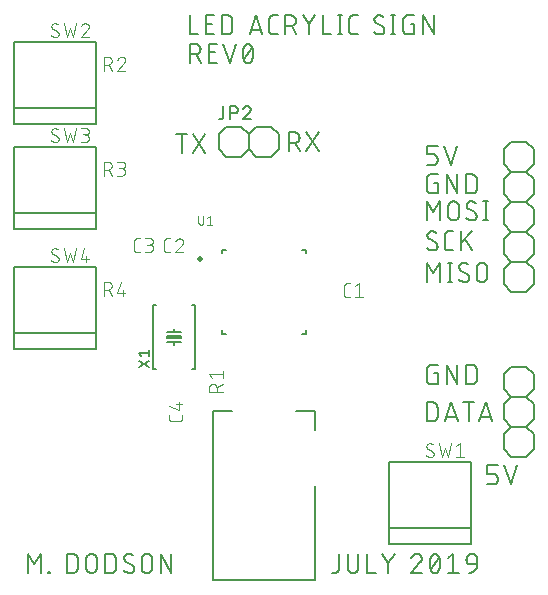
<source format=gbr>
G04 EAGLE Gerber RS-274X export*
G75*
%MOMM*%
%FSLAX34Y34*%
%LPD*%
%INSilkscreen Top*%
%IPPOS*%
%AMOC8*
5,1,8,0,0,1.08239X$1,22.5*%
G01*
%ADD10C,0.152400*%
%ADD11C,0.101600*%
%ADD12C,0.203200*%
%ADD13C,0.127000*%
%ADD14C,0.508000*%
%ADD15C,0.076200*%
%ADD16C,0.177800*%


D10*
X391922Y361442D02*
X397341Y361442D01*
X397459Y361444D01*
X397577Y361450D01*
X397695Y361459D01*
X397812Y361473D01*
X397929Y361490D01*
X398046Y361511D01*
X398161Y361536D01*
X398276Y361565D01*
X398390Y361598D01*
X398502Y361634D01*
X398613Y361674D01*
X398723Y361717D01*
X398832Y361764D01*
X398939Y361814D01*
X399044Y361869D01*
X399147Y361926D01*
X399248Y361987D01*
X399348Y362051D01*
X399445Y362118D01*
X399540Y362188D01*
X399632Y362262D01*
X399723Y362338D01*
X399810Y362418D01*
X399895Y362500D01*
X399977Y362585D01*
X400057Y362672D01*
X400133Y362763D01*
X400207Y362855D01*
X400277Y362950D01*
X400344Y363047D01*
X400408Y363147D01*
X400469Y363248D01*
X400526Y363351D01*
X400581Y363456D01*
X400631Y363563D01*
X400678Y363672D01*
X400721Y363782D01*
X400761Y363893D01*
X400797Y364005D01*
X400830Y364119D01*
X400859Y364234D01*
X400884Y364349D01*
X400905Y364466D01*
X400922Y364583D01*
X400936Y364700D01*
X400945Y364818D01*
X400951Y364936D01*
X400953Y365054D01*
X400953Y366861D01*
X400951Y366979D01*
X400945Y367097D01*
X400936Y367215D01*
X400922Y367332D01*
X400905Y367449D01*
X400884Y367566D01*
X400859Y367681D01*
X400830Y367796D01*
X400797Y367910D01*
X400761Y368022D01*
X400721Y368133D01*
X400678Y368243D01*
X400631Y368352D01*
X400581Y368459D01*
X400526Y368564D01*
X400469Y368667D01*
X400408Y368768D01*
X400344Y368868D01*
X400277Y368965D01*
X400207Y369060D01*
X400133Y369152D01*
X400057Y369243D01*
X399977Y369330D01*
X399895Y369415D01*
X399810Y369497D01*
X399723Y369577D01*
X399632Y369653D01*
X399540Y369727D01*
X399445Y369797D01*
X399348Y369864D01*
X399248Y369928D01*
X399147Y369989D01*
X399044Y370046D01*
X398939Y370101D01*
X398832Y370151D01*
X398723Y370198D01*
X398613Y370241D01*
X398502Y370281D01*
X398390Y370317D01*
X398276Y370350D01*
X398161Y370379D01*
X398046Y370404D01*
X397929Y370425D01*
X397812Y370442D01*
X397695Y370456D01*
X397577Y370465D01*
X397459Y370471D01*
X397341Y370473D01*
X391922Y370473D01*
X391922Y377698D01*
X400953Y377698D01*
X406650Y377698D02*
X412069Y361442D01*
X417487Y377698D01*
X400953Y346343D02*
X398244Y346343D01*
X400953Y346343D02*
X400953Y337312D01*
X395534Y337312D01*
X395416Y337314D01*
X395298Y337320D01*
X395180Y337329D01*
X395063Y337343D01*
X394946Y337360D01*
X394829Y337381D01*
X394714Y337406D01*
X394599Y337435D01*
X394485Y337468D01*
X394373Y337504D01*
X394262Y337544D01*
X394152Y337587D01*
X394043Y337634D01*
X393936Y337684D01*
X393831Y337739D01*
X393728Y337796D01*
X393627Y337857D01*
X393527Y337921D01*
X393430Y337988D01*
X393335Y338058D01*
X393243Y338132D01*
X393152Y338208D01*
X393065Y338288D01*
X392980Y338370D01*
X392898Y338455D01*
X392818Y338542D01*
X392742Y338633D01*
X392668Y338725D01*
X392598Y338820D01*
X392531Y338917D01*
X392467Y339017D01*
X392406Y339118D01*
X392349Y339221D01*
X392294Y339326D01*
X392244Y339433D01*
X392197Y339542D01*
X392154Y339652D01*
X392114Y339763D01*
X392078Y339875D01*
X392045Y339989D01*
X392016Y340104D01*
X391991Y340219D01*
X391970Y340336D01*
X391953Y340453D01*
X391939Y340570D01*
X391930Y340688D01*
X391924Y340806D01*
X391922Y340924D01*
X391922Y349956D01*
X391924Y350074D01*
X391930Y350192D01*
X391939Y350310D01*
X391953Y350427D01*
X391970Y350544D01*
X391991Y350661D01*
X392016Y350776D01*
X392045Y350891D01*
X392078Y351005D01*
X392114Y351117D01*
X392154Y351228D01*
X392197Y351338D01*
X392244Y351447D01*
X392294Y351554D01*
X392348Y351659D01*
X392406Y351762D01*
X392467Y351863D01*
X392531Y351963D01*
X392598Y352060D01*
X392668Y352155D01*
X392742Y352247D01*
X392818Y352338D01*
X392898Y352425D01*
X392980Y352510D01*
X393065Y352592D01*
X393152Y352672D01*
X393243Y352748D01*
X393335Y352822D01*
X393430Y352892D01*
X393527Y352959D01*
X393627Y353023D01*
X393728Y353084D01*
X393831Y353141D01*
X393936Y353195D01*
X394043Y353246D01*
X394152Y353293D01*
X394262Y353336D01*
X394373Y353376D01*
X394485Y353412D01*
X394599Y353445D01*
X394714Y353474D01*
X394829Y353499D01*
X394946Y353520D01*
X395063Y353537D01*
X395180Y353551D01*
X395298Y353560D01*
X395416Y353566D01*
X395534Y353568D01*
X400953Y353568D01*
X408595Y353568D02*
X408595Y337312D01*
X417626Y337312D02*
X408595Y353568D01*
X417626Y353568D02*
X417626Y337312D01*
X425269Y337312D02*
X425269Y353568D01*
X429784Y353568D01*
X429915Y353566D01*
X430047Y353560D01*
X430178Y353551D01*
X430308Y353537D01*
X430439Y353520D01*
X430568Y353499D01*
X430697Y353475D01*
X430825Y353446D01*
X430953Y353414D01*
X431079Y353378D01*
X431204Y353339D01*
X431329Y353296D01*
X431451Y353249D01*
X431573Y353199D01*
X431693Y353145D01*
X431811Y353088D01*
X431927Y353027D01*
X432042Y352963D01*
X432155Y352896D01*
X432266Y352825D01*
X432374Y352751D01*
X432481Y352674D01*
X432585Y352594D01*
X432687Y352511D01*
X432786Y352426D01*
X432883Y352337D01*
X432977Y352245D01*
X433069Y352151D01*
X433158Y352054D01*
X433243Y351955D01*
X433326Y351853D01*
X433406Y351749D01*
X433483Y351642D01*
X433557Y351534D01*
X433628Y351423D01*
X433695Y351310D01*
X433759Y351195D01*
X433820Y351079D01*
X433877Y350961D01*
X433931Y350841D01*
X433981Y350719D01*
X434028Y350597D01*
X434071Y350472D01*
X434110Y350347D01*
X434146Y350221D01*
X434178Y350093D01*
X434207Y349965D01*
X434231Y349836D01*
X434252Y349707D01*
X434269Y349576D01*
X434283Y349446D01*
X434292Y349315D01*
X434298Y349183D01*
X434300Y349052D01*
X434300Y341828D01*
X434298Y341697D01*
X434292Y341565D01*
X434283Y341434D01*
X434269Y341304D01*
X434252Y341173D01*
X434231Y341044D01*
X434207Y340915D01*
X434178Y340787D01*
X434146Y340659D01*
X434110Y340533D01*
X434071Y340408D01*
X434028Y340283D01*
X433981Y340161D01*
X433931Y340039D01*
X433877Y339919D01*
X433820Y339801D01*
X433759Y339685D01*
X433695Y339570D01*
X433628Y339457D01*
X433557Y339346D01*
X433483Y339238D01*
X433406Y339131D01*
X433326Y339027D01*
X433243Y338925D01*
X433158Y338826D01*
X433069Y338729D01*
X432977Y338635D01*
X432883Y338543D01*
X432786Y338454D01*
X432687Y338369D01*
X432585Y338286D01*
X432481Y338206D01*
X432374Y338129D01*
X432266Y338055D01*
X432155Y337984D01*
X432042Y337917D01*
X431927Y337853D01*
X431811Y337792D01*
X431693Y337735D01*
X431573Y337681D01*
X431451Y337631D01*
X431329Y337584D01*
X431204Y337541D01*
X431079Y337502D01*
X430953Y337466D01*
X430825Y337434D01*
X430697Y337405D01*
X430568Y337381D01*
X430438Y337360D01*
X430308Y337343D01*
X430178Y337329D01*
X430047Y337320D01*
X429915Y337314D01*
X429784Y337312D01*
X425269Y337312D01*
X391922Y330708D02*
X391922Y314452D01*
X397341Y321677D02*
X391922Y330708D01*
X397341Y321677D02*
X402759Y330708D01*
X402759Y314452D01*
X410019Y318968D02*
X410019Y326192D01*
X410021Y326325D01*
X410027Y326457D01*
X410037Y326589D01*
X410050Y326721D01*
X410068Y326853D01*
X410089Y326983D01*
X410114Y327114D01*
X410143Y327243D01*
X410176Y327371D01*
X410212Y327499D01*
X410252Y327625D01*
X410296Y327750D01*
X410344Y327874D01*
X410395Y327996D01*
X410450Y328117D01*
X410508Y328236D01*
X410570Y328354D01*
X410635Y328469D01*
X410704Y328583D01*
X410775Y328694D01*
X410851Y328803D01*
X410929Y328910D01*
X411010Y329015D01*
X411095Y329117D01*
X411182Y329217D01*
X411272Y329314D01*
X411365Y329409D01*
X411461Y329500D01*
X411559Y329589D01*
X411660Y329675D01*
X411764Y329758D01*
X411870Y329838D01*
X411978Y329914D01*
X412088Y329988D01*
X412201Y330058D01*
X412315Y330125D01*
X412432Y330188D01*
X412550Y330248D01*
X412670Y330305D01*
X412792Y330358D01*
X412915Y330407D01*
X413039Y330453D01*
X413165Y330495D01*
X413292Y330533D01*
X413420Y330568D01*
X413549Y330599D01*
X413678Y330626D01*
X413809Y330649D01*
X413940Y330669D01*
X414072Y330684D01*
X414204Y330696D01*
X414336Y330704D01*
X414469Y330708D01*
X414601Y330708D01*
X414734Y330704D01*
X414866Y330696D01*
X414998Y330684D01*
X415130Y330669D01*
X415261Y330649D01*
X415392Y330626D01*
X415521Y330599D01*
X415650Y330568D01*
X415778Y330533D01*
X415905Y330495D01*
X416031Y330453D01*
X416155Y330407D01*
X416278Y330358D01*
X416400Y330305D01*
X416520Y330248D01*
X416638Y330188D01*
X416755Y330125D01*
X416869Y330058D01*
X416982Y329988D01*
X417092Y329914D01*
X417200Y329838D01*
X417306Y329758D01*
X417410Y329675D01*
X417511Y329589D01*
X417609Y329500D01*
X417705Y329409D01*
X417798Y329314D01*
X417888Y329217D01*
X417975Y329117D01*
X418060Y329015D01*
X418141Y328910D01*
X418219Y328803D01*
X418295Y328694D01*
X418366Y328583D01*
X418435Y328469D01*
X418500Y328354D01*
X418562Y328236D01*
X418620Y328117D01*
X418675Y327996D01*
X418726Y327874D01*
X418774Y327750D01*
X418818Y327625D01*
X418858Y327499D01*
X418894Y327371D01*
X418927Y327243D01*
X418956Y327114D01*
X418981Y326983D01*
X419002Y326853D01*
X419020Y326721D01*
X419033Y326589D01*
X419043Y326457D01*
X419049Y326325D01*
X419051Y326192D01*
X419051Y318968D01*
X419049Y318835D01*
X419043Y318703D01*
X419033Y318571D01*
X419020Y318439D01*
X419002Y318307D01*
X418981Y318177D01*
X418956Y318046D01*
X418927Y317917D01*
X418894Y317789D01*
X418858Y317661D01*
X418818Y317535D01*
X418774Y317410D01*
X418726Y317286D01*
X418675Y317164D01*
X418620Y317043D01*
X418562Y316924D01*
X418500Y316806D01*
X418435Y316691D01*
X418366Y316577D01*
X418295Y316466D01*
X418219Y316357D01*
X418141Y316250D01*
X418060Y316145D01*
X417975Y316043D01*
X417888Y315943D01*
X417798Y315846D01*
X417705Y315751D01*
X417609Y315660D01*
X417511Y315571D01*
X417410Y315485D01*
X417306Y315402D01*
X417200Y315322D01*
X417092Y315246D01*
X416982Y315172D01*
X416869Y315102D01*
X416755Y315035D01*
X416638Y314972D01*
X416520Y314912D01*
X416400Y314855D01*
X416278Y314802D01*
X416155Y314753D01*
X416031Y314707D01*
X415905Y314665D01*
X415778Y314627D01*
X415650Y314592D01*
X415521Y314561D01*
X415392Y314534D01*
X415261Y314511D01*
X415130Y314491D01*
X414998Y314476D01*
X414866Y314464D01*
X414734Y314456D01*
X414601Y314452D01*
X414469Y314452D01*
X414336Y314456D01*
X414204Y314464D01*
X414072Y314476D01*
X413940Y314491D01*
X413809Y314511D01*
X413678Y314534D01*
X413549Y314561D01*
X413420Y314592D01*
X413292Y314627D01*
X413165Y314665D01*
X413039Y314707D01*
X412915Y314753D01*
X412792Y314802D01*
X412670Y314855D01*
X412550Y314912D01*
X412432Y314972D01*
X412315Y315035D01*
X412201Y315102D01*
X412088Y315172D01*
X411978Y315246D01*
X411870Y315322D01*
X411764Y315402D01*
X411660Y315485D01*
X411559Y315571D01*
X411461Y315660D01*
X411365Y315751D01*
X411272Y315846D01*
X411182Y315943D01*
X411095Y316043D01*
X411010Y316145D01*
X410929Y316250D01*
X410851Y316357D01*
X410775Y316466D01*
X410704Y316577D01*
X410635Y316691D01*
X410570Y316806D01*
X410508Y316924D01*
X410450Y317043D01*
X410395Y317164D01*
X410344Y317286D01*
X410296Y317410D01*
X410252Y317535D01*
X410212Y317661D01*
X410176Y317789D01*
X410143Y317917D01*
X410114Y318046D01*
X410089Y318177D01*
X410068Y318307D01*
X410050Y318439D01*
X410037Y318571D01*
X410027Y318703D01*
X410021Y318835D01*
X410019Y318968D01*
X430548Y314452D02*
X430666Y314454D01*
X430784Y314460D01*
X430902Y314469D01*
X431019Y314483D01*
X431136Y314500D01*
X431253Y314521D01*
X431368Y314546D01*
X431483Y314575D01*
X431597Y314608D01*
X431709Y314644D01*
X431820Y314684D01*
X431930Y314727D01*
X432039Y314774D01*
X432146Y314824D01*
X432251Y314879D01*
X432354Y314936D01*
X432455Y314997D01*
X432555Y315061D01*
X432652Y315128D01*
X432747Y315198D01*
X432839Y315272D01*
X432930Y315348D01*
X433017Y315428D01*
X433102Y315510D01*
X433184Y315595D01*
X433264Y315682D01*
X433340Y315773D01*
X433414Y315865D01*
X433484Y315960D01*
X433551Y316057D01*
X433615Y316157D01*
X433676Y316258D01*
X433733Y316361D01*
X433788Y316466D01*
X433838Y316573D01*
X433885Y316682D01*
X433928Y316792D01*
X433968Y316903D01*
X434004Y317015D01*
X434037Y317129D01*
X434066Y317244D01*
X434091Y317359D01*
X434112Y317476D01*
X434129Y317593D01*
X434143Y317710D01*
X434152Y317828D01*
X434158Y317946D01*
X434160Y318064D01*
X430548Y314452D02*
X430365Y314454D01*
X430183Y314461D01*
X430001Y314472D01*
X429819Y314487D01*
X429637Y314507D01*
X429456Y314530D01*
X429276Y314559D01*
X429096Y314591D01*
X428917Y314628D01*
X428740Y314669D01*
X428563Y314715D01*
X428387Y314764D01*
X428213Y314818D01*
X428039Y314876D01*
X427868Y314938D01*
X427698Y315004D01*
X427529Y315075D01*
X427362Y315149D01*
X427197Y315227D01*
X427034Y315309D01*
X426873Y315395D01*
X426714Y315485D01*
X426557Y315579D01*
X426403Y315676D01*
X426251Y315777D01*
X426101Y315882D01*
X425954Y315990D01*
X425810Y316101D01*
X425668Y316216D01*
X425529Y316335D01*
X425393Y316457D01*
X425260Y316582D01*
X425130Y316710D01*
X425582Y327096D02*
X425584Y327214D01*
X425590Y327332D01*
X425599Y327450D01*
X425613Y327567D01*
X425630Y327684D01*
X425651Y327801D01*
X425676Y327916D01*
X425705Y328031D01*
X425738Y328145D01*
X425774Y328257D01*
X425814Y328368D01*
X425857Y328478D01*
X425904Y328587D01*
X425954Y328694D01*
X426009Y328799D01*
X426066Y328902D01*
X426127Y329003D01*
X426191Y329103D01*
X426258Y329200D01*
X426328Y329295D01*
X426402Y329387D01*
X426478Y329478D01*
X426558Y329565D01*
X426640Y329650D01*
X426725Y329732D01*
X426812Y329812D01*
X426903Y329888D01*
X426995Y329962D01*
X427090Y330032D01*
X427187Y330099D01*
X427287Y330163D01*
X427388Y330224D01*
X427491Y330282D01*
X427596Y330336D01*
X427703Y330386D01*
X427812Y330433D01*
X427922Y330477D01*
X428033Y330516D01*
X428146Y330552D01*
X428259Y330585D01*
X428374Y330614D01*
X428489Y330639D01*
X428606Y330660D01*
X428723Y330677D01*
X428840Y330691D01*
X428958Y330700D01*
X429076Y330706D01*
X429194Y330708D01*
X429355Y330706D01*
X429517Y330700D01*
X429678Y330691D01*
X429839Y330677D01*
X429999Y330660D01*
X430159Y330639D01*
X430319Y330614D01*
X430478Y330585D01*
X430636Y330553D01*
X430793Y330517D01*
X430949Y330477D01*
X431105Y330433D01*
X431259Y330385D01*
X431412Y330334D01*
X431564Y330280D01*
X431715Y330221D01*
X431864Y330160D01*
X432011Y330094D01*
X432157Y330025D01*
X432302Y329953D01*
X432444Y329877D01*
X432585Y329798D01*
X432724Y329716D01*
X432860Y329630D01*
X432995Y329541D01*
X433128Y329449D01*
X433258Y329353D01*
X427387Y323935D02*
X427286Y323997D01*
X427186Y324062D01*
X427089Y324131D01*
X426994Y324203D01*
X426901Y324277D01*
X426811Y324355D01*
X426723Y324436D01*
X426638Y324519D01*
X426556Y324605D01*
X426477Y324694D01*
X426400Y324785D01*
X426327Y324879D01*
X426256Y324975D01*
X426189Y325073D01*
X426125Y325173D01*
X426064Y325276D01*
X426007Y325380D01*
X425953Y325486D01*
X425903Y325594D01*
X425856Y325703D01*
X425812Y325814D01*
X425772Y325926D01*
X425736Y326040D01*
X425704Y326154D01*
X425675Y326270D01*
X425650Y326386D01*
X425629Y326503D01*
X425612Y326621D01*
X425598Y326739D01*
X425589Y326858D01*
X425583Y326977D01*
X425581Y327096D01*
X432355Y321225D02*
X432456Y321163D01*
X432556Y321098D01*
X432653Y321029D01*
X432748Y320957D01*
X432841Y320883D01*
X432931Y320805D01*
X433019Y320724D01*
X433104Y320641D01*
X433186Y320555D01*
X433265Y320466D01*
X433342Y320375D01*
X433415Y320281D01*
X433486Y320185D01*
X433553Y320087D01*
X433617Y319987D01*
X433678Y319884D01*
X433735Y319780D01*
X433789Y319674D01*
X433839Y319566D01*
X433886Y319457D01*
X433930Y319346D01*
X433970Y319234D01*
X434006Y319120D01*
X434038Y319006D01*
X434067Y318890D01*
X434092Y318774D01*
X434113Y318657D01*
X434130Y318539D01*
X434144Y318421D01*
X434153Y318302D01*
X434159Y318183D01*
X434161Y318064D01*
X432355Y321225D02*
X427387Y323935D01*
X441629Y330708D02*
X441629Y314452D01*
X439823Y314452D02*
X443435Y314452D01*
X443435Y330708D02*
X439823Y330708D01*
X400953Y292664D02*
X400951Y292546D01*
X400945Y292428D01*
X400936Y292310D01*
X400922Y292193D01*
X400905Y292076D01*
X400884Y291959D01*
X400859Y291844D01*
X400830Y291729D01*
X400797Y291615D01*
X400761Y291503D01*
X400721Y291392D01*
X400678Y291282D01*
X400631Y291173D01*
X400581Y291066D01*
X400526Y290961D01*
X400469Y290858D01*
X400408Y290757D01*
X400344Y290657D01*
X400277Y290560D01*
X400207Y290465D01*
X400133Y290373D01*
X400057Y290282D01*
X399977Y290195D01*
X399895Y290110D01*
X399810Y290028D01*
X399723Y289948D01*
X399632Y289872D01*
X399540Y289798D01*
X399445Y289728D01*
X399348Y289661D01*
X399248Y289597D01*
X399147Y289536D01*
X399044Y289479D01*
X398939Y289424D01*
X398832Y289374D01*
X398723Y289327D01*
X398613Y289284D01*
X398502Y289244D01*
X398390Y289208D01*
X398276Y289175D01*
X398161Y289146D01*
X398046Y289121D01*
X397929Y289100D01*
X397812Y289083D01*
X397695Y289069D01*
X397577Y289060D01*
X397459Y289054D01*
X397341Y289052D01*
X397158Y289054D01*
X396976Y289061D01*
X396794Y289072D01*
X396612Y289087D01*
X396430Y289107D01*
X396249Y289130D01*
X396069Y289159D01*
X395889Y289191D01*
X395710Y289228D01*
X395533Y289269D01*
X395356Y289315D01*
X395180Y289364D01*
X395006Y289418D01*
X394832Y289476D01*
X394661Y289538D01*
X394491Y289604D01*
X394322Y289675D01*
X394155Y289749D01*
X393990Y289827D01*
X393827Y289909D01*
X393666Y289995D01*
X393507Y290085D01*
X393350Y290179D01*
X393196Y290276D01*
X393044Y290377D01*
X392894Y290482D01*
X392747Y290590D01*
X392603Y290701D01*
X392461Y290816D01*
X392322Y290935D01*
X392186Y291057D01*
X392053Y291182D01*
X391923Y291310D01*
X392374Y301696D02*
X392376Y301814D01*
X392382Y301932D01*
X392391Y302050D01*
X392405Y302167D01*
X392422Y302284D01*
X392443Y302401D01*
X392468Y302516D01*
X392497Y302631D01*
X392530Y302745D01*
X392566Y302857D01*
X392606Y302968D01*
X392649Y303078D01*
X392696Y303187D01*
X392746Y303294D01*
X392801Y303399D01*
X392858Y303502D01*
X392919Y303603D01*
X392983Y303703D01*
X393050Y303800D01*
X393120Y303895D01*
X393194Y303987D01*
X393270Y304078D01*
X393350Y304165D01*
X393432Y304250D01*
X393517Y304332D01*
X393604Y304412D01*
X393695Y304488D01*
X393787Y304562D01*
X393882Y304632D01*
X393979Y304699D01*
X394079Y304763D01*
X394180Y304824D01*
X394283Y304882D01*
X394388Y304936D01*
X394495Y304986D01*
X394604Y305033D01*
X394714Y305077D01*
X394825Y305116D01*
X394938Y305152D01*
X395051Y305185D01*
X395166Y305214D01*
X395281Y305239D01*
X395398Y305260D01*
X395515Y305277D01*
X395632Y305291D01*
X395750Y305300D01*
X395868Y305306D01*
X395986Y305308D01*
X396147Y305306D01*
X396309Y305300D01*
X396470Y305291D01*
X396631Y305277D01*
X396791Y305260D01*
X396951Y305239D01*
X397111Y305214D01*
X397270Y305185D01*
X397428Y305153D01*
X397585Y305117D01*
X397741Y305077D01*
X397897Y305033D01*
X398051Y304985D01*
X398204Y304934D01*
X398356Y304880D01*
X398507Y304821D01*
X398656Y304760D01*
X398803Y304694D01*
X398949Y304625D01*
X399094Y304553D01*
X399236Y304477D01*
X399377Y304398D01*
X399516Y304316D01*
X399652Y304230D01*
X399787Y304141D01*
X399920Y304049D01*
X400050Y303953D01*
X394179Y298535D02*
X394078Y298597D01*
X393978Y298662D01*
X393881Y298731D01*
X393786Y298803D01*
X393693Y298877D01*
X393603Y298955D01*
X393515Y299036D01*
X393430Y299119D01*
X393348Y299205D01*
X393269Y299294D01*
X393192Y299385D01*
X393119Y299479D01*
X393048Y299575D01*
X392981Y299673D01*
X392917Y299773D01*
X392856Y299876D01*
X392799Y299980D01*
X392745Y300086D01*
X392695Y300194D01*
X392648Y300303D01*
X392604Y300414D01*
X392564Y300526D01*
X392528Y300640D01*
X392496Y300754D01*
X392467Y300870D01*
X392442Y300986D01*
X392421Y301103D01*
X392404Y301221D01*
X392390Y301339D01*
X392381Y301458D01*
X392375Y301577D01*
X392373Y301696D01*
X399147Y295825D02*
X399248Y295763D01*
X399348Y295698D01*
X399445Y295629D01*
X399540Y295557D01*
X399633Y295483D01*
X399723Y295405D01*
X399811Y295324D01*
X399896Y295241D01*
X399978Y295155D01*
X400057Y295066D01*
X400134Y294975D01*
X400207Y294881D01*
X400278Y294785D01*
X400345Y294687D01*
X400409Y294587D01*
X400470Y294484D01*
X400527Y294380D01*
X400581Y294274D01*
X400631Y294166D01*
X400678Y294057D01*
X400722Y293946D01*
X400762Y293834D01*
X400798Y293720D01*
X400830Y293606D01*
X400859Y293490D01*
X400884Y293374D01*
X400905Y293257D01*
X400922Y293139D01*
X400936Y293021D01*
X400945Y292902D01*
X400951Y292783D01*
X400953Y292664D01*
X399147Y295825D02*
X394180Y298535D01*
X410605Y289052D02*
X414218Y289052D01*
X410605Y289052D02*
X410487Y289054D01*
X410369Y289060D01*
X410251Y289069D01*
X410134Y289083D01*
X410017Y289100D01*
X409900Y289121D01*
X409785Y289146D01*
X409670Y289175D01*
X409556Y289208D01*
X409444Y289244D01*
X409333Y289284D01*
X409223Y289327D01*
X409114Y289374D01*
X409007Y289424D01*
X408902Y289479D01*
X408799Y289536D01*
X408698Y289597D01*
X408598Y289661D01*
X408501Y289728D01*
X408406Y289798D01*
X408314Y289872D01*
X408223Y289948D01*
X408136Y290028D01*
X408051Y290110D01*
X407969Y290195D01*
X407889Y290282D01*
X407813Y290373D01*
X407739Y290465D01*
X407669Y290560D01*
X407602Y290657D01*
X407538Y290757D01*
X407477Y290858D01*
X407420Y290961D01*
X407365Y291066D01*
X407315Y291173D01*
X407268Y291282D01*
X407225Y291392D01*
X407185Y291503D01*
X407149Y291615D01*
X407116Y291729D01*
X407087Y291844D01*
X407062Y291959D01*
X407041Y292076D01*
X407024Y292193D01*
X407010Y292310D01*
X407001Y292428D01*
X406995Y292546D01*
X406993Y292664D01*
X406993Y301696D01*
X406995Y301814D01*
X407001Y301932D01*
X407010Y302050D01*
X407024Y302167D01*
X407041Y302284D01*
X407062Y302401D01*
X407087Y302516D01*
X407116Y302631D01*
X407149Y302745D01*
X407185Y302857D01*
X407225Y302968D01*
X407268Y303078D01*
X407315Y303187D01*
X407365Y303294D01*
X407419Y303399D01*
X407477Y303502D01*
X407538Y303603D01*
X407602Y303703D01*
X407669Y303800D01*
X407739Y303895D01*
X407813Y303987D01*
X407889Y304078D01*
X407969Y304165D01*
X408051Y304250D01*
X408136Y304332D01*
X408223Y304412D01*
X408314Y304488D01*
X408406Y304562D01*
X408501Y304632D01*
X408598Y304699D01*
X408698Y304763D01*
X408799Y304824D01*
X408902Y304881D01*
X409007Y304935D01*
X409114Y304986D01*
X409223Y305033D01*
X409333Y305076D01*
X409444Y305116D01*
X409556Y305152D01*
X409670Y305185D01*
X409785Y305214D01*
X409900Y305239D01*
X410017Y305260D01*
X410134Y305277D01*
X410251Y305291D01*
X410369Y305300D01*
X410487Y305306D01*
X410605Y305308D01*
X414218Y305308D01*
X420790Y305308D02*
X420790Y289052D01*
X420790Y295374D02*
X429821Y305308D01*
X424403Y298986D02*
X429821Y289052D01*
X391922Y278638D02*
X391922Y262382D01*
X397341Y269607D02*
X391922Y278638D01*
X397341Y269607D02*
X402759Y278638D01*
X402759Y262382D01*
X411409Y262382D02*
X411409Y278638D01*
X409603Y262382D02*
X413215Y262382D01*
X413215Y278638D02*
X409603Y278638D01*
X424296Y262382D02*
X424414Y262384D01*
X424532Y262390D01*
X424650Y262399D01*
X424767Y262413D01*
X424884Y262430D01*
X425001Y262451D01*
X425116Y262476D01*
X425231Y262505D01*
X425345Y262538D01*
X425457Y262574D01*
X425568Y262614D01*
X425678Y262657D01*
X425787Y262704D01*
X425894Y262754D01*
X425999Y262809D01*
X426102Y262866D01*
X426203Y262927D01*
X426303Y262991D01*
X426400Y263058D01*
X426495Y263128D01*
X426587Y263202D01*
X426678Y263278D01*
X426765Y263358D01*
X426850Y263440D01*
X426932Y263525D01*
X427012Y263612D01*
X427088Y263703D01*
X427162Y263795D01*
X427232Y263890D01*
X427299Y263987D01*
X427363Y264087D01*
X427424Y264188D01*
X427481Y264291D01*
X427536Y264396D01*
X427586Y264503D01*
X427633Y264612D01*
X427676Y264722D01*
X427716Y264833D01*
X427752Y264945D01*
X427785Y265059D01*
X427814Y265174D01*
X427839Y265289D01*
X427860Y265406D01*
X427877Y265523D01*
X427891Y265640D01*
X427900Y265758D01*
X427906Y265876D01*
X427908Y265994D01*
X424296Y262382D02*
X424113Y262384D01*
X423931Y262391D01*
X423749Y262402D01*
X423567Y262417D01*
X423385Y262437D01*
X423204Y262460D01*
X423024Y262489D01*
X422844Y262521D01*
X422665Y262558D01*
X422488Y262599D01*
X422311Y262645D01*
X422135Y262694D01*
X421961Y262748D01*
X421787Y262806D01*
X421616Y262868D01*
X421446Y262934D01*
X421277Y263005D01*
X421110Y263079D01*
X420945Y263157D01*
X420782Y263239D01*
X420621Y263325D01*
X420462Y263415D01*
X420305Y263509D01*
X420151Y263606D01*
X419999Y263707D01*
X419849Y263812D01*
X419702Y263920D01*
X419558Y264031D01*
X419416Y264146D01*
X419277Y264265D01*
X419141Y264387D01*
X419008Y264512D01*
X418878Y264640D01*
X419329Y275026D02*
X419331Y275144D01*
X419337Y275262D01*
X419346Y275380D01*
X419360Y275497D01*
X419377Y275614D01*
X419398Y275731D01*
X419423Y275846D01*
X419452Y275961D01*
X419485Y276075D01*
X419521Y276187D01*
X419561Y276298D01*
X419604Y276408D01*
X419651Y276517D01*
X419701Y276624D01*
X419756Y276729D01*
X419813Y276832D01*
X419874Y276933D01*
X419938Y277033D01*
X420005Y277130D01*
X420075Y277225D01*
X420149Y277317D01*
X420225Y277408D01*
X420305Y277495D01*
X420387Y277580D01*
X420472Y277662D01*
X420559Y277742D01*
X420650Y277818D01*
X420742Y277892D01*
X420837Y277962D01*
X420934Y278029D01*
X421034Y278093D01*
X421135Y278154D01*
X421238Y278212D01*
X421343Y278266D01*
X421450Y278316D01*
X421559Y278363D01*
X421669Y278407D01*
X421780Y278446D01*
X421893Y278482D01*
X422006Y278515D01*
X422121Y278544D01*
X422236Y278569D01*
X422353Y278590D01*
X422470Y278607D01*
X422587Y278621D01*
X422705Y278630D01*
X422823Y278636D01*
X422941Y278638D01*
X423102Y278636D01*
X423264Y278630D01*
X423425Y278621D01*
X423586Y278607D01*
X423746Y278590D01*
X423906Y278569D01*
X424066Y278544D01*
X424225Y278515D01*
X424383Y278483D01*
X424540Y278447D01*
X424696Y278407D01*
X424852Y278363D01*
X425006Y278315D01*
X425159Y278264D01*
X425311Y278210D01*
X425462Y278151D01*
X425611Y278090D01*
X425758Y278024D01*
X425904Y277955D01*
X426049Y277883D01*
X426191Y277807D01*
X426332Y277728D01*
X426471Y277646D01*
X426607Y277560D01*
X426742Y277471D01*
X426875Y277379D01*
X427005Y277283D01*
X421135Y271865D02*
X421034Y271927D01*
X420934Y271992D01*
X420837Y272061D01*
X420742Y272133D01*
X420649Y272207D01*
X420559Y272285D01*
X420471Y272366D01*
X420386Y272449D01*
X420304Y272535D01*
X420225Y272624D01*
X420148Y272715D01*
X420075Y272809D01*
X420004Y272905D01*
X419937Y273003D01*
X419873Y273103D01*
X419812Y273206D01*
X419755Y273310D01*
X419701Y273416D01*
X419651Y273524D01*
X419604Y273633D01*
X419560Y273744D01*
X419520Y273856D01*
X419484Y273970D01*
X419452Y274084D01*
X419423Y274200D01*
X419398Y274316D01*
X419377Y274433D01*
X419360Y274551D01*
X419346Y274669D01*
X419337Y274788D01*
X419331Y274907D01*
X419329Y275026D01*
X426102Y269155D02*
X426203Y269093D01*
X426303Y269028D01*
X426400Y268959D01*
X426495Y268887D01*
X426588Y268813D01*
X426678Y268735D01*
X426766Y268654D01*
X426851Y268571D01*
X426933Y268485D01*
X427012Y268396D01*
X427089Y268305D01*
X427162Y268211D01*
X427233Y268115D01*
X427300Y268017D01*
X427364Y267917D01*
X427425Y267814D01*
X427482Y267710D01*
X427536Y267604D01*
X427586Y267496D01*
X427633Y267387D01*
X427677Y267276D01*
X427717Y267164D01*
X427753Y267050D01*
X427785Y266936D01*
X427814Y266820D01*
X427839Y266704D01*
X427860Y266587D01*
X427877Y266469D01*
X427891Y266351D01*
X427900Y266232D01*
X427906Y266113D01*
X427908Y265994D01*
X426102Y269155D02*
X421135Y271865D01*
X433987Y274122D02*
X433987Y266898D01*
X433987Y274122D02*
X433989Y274255D01*
X433995Y274387D01*
X434005Y274519D01*
X434018Y274651D01*
X434036Y274783D01*
X434057Y274913D01*
X434082Y275044D01*
X434111Y275173D01*
X434144Y275301D01*
X434180Y275429D01*
X434220Y275555D01*
X434264Y275680D01*
X434312Y275804D01*
X434363Y275926D01*
X434418Y276047D01*
X434476Y276166D01*
X434538Y276284D01*
X434603Y276399D01*
X434672Y276513D01*
X434743Y276624D01*
X434819Y276733D01*
X434897Y276840D01*
X434978Y276945D01*
X435063Y277047D01*
X435150Y277147D01*
X435240Y277244D01*
X435333Y277339D01*
X435429Y277430D01*
X435527Y277519D01*
X435628Y277605D01*
X435732Y277688D01*
X435838Y277768D01*
X435946Y277844D01*
X436056Y277918D01*
X436169Y277988D01*
X436283Y278055D01*
X436400Y278118D01*
X436518Y278178D01*
X436638Y278235D01*
X436760Y278288D01*
X436883Y278337D01*
X437007Y278383D01*
X437133Y278425D01*
X437260Y278463D01*
X437388Y278498D01*
X437517Y278529D01*
X437646Y278556D01*
X437777Y278579D01*
X437908Y278599D01*
X438040Y278614D01*
X438172Y278626D01*
X438304Y278634D01*
X438437Y278638D01*
X438569Y278638D01*
X438702Y278634D01*
X438834Y278626D01*
X438966Y278614D01*
X439098Y278599D01*
X439229Y278579D01*
X439360Y278556D01*
X439489Y278529D01*
X439618Y278498D01*
X439746Y278463D01*
X439873Y278425D01*
X439999Y278383D01*
X440123Y278337D01*
X440246Y278288D01*
X440368Y278235D01*
X440488Y278178D01*
X440606Y278118D01*
X440723Y278055D01*
X440837Y277988D01*
X440950Y277918D01*
X441060Y277844D01*
X441168Y277768D01*
X441274Y277688D01*
X441378Y277605D01*
X441479Y277519D01*
X441577Y277430D01*
X441673Y277339D01*
X441766Y277244D01*
X441856Y277147D01*
X441943Y277047D01*
X442028Y276945D01*
X442109Y276840D01*
X442187Y276733D01*
X442263Y276624D01*
X442334Y276513D01*
X442403Y276399D01*
X442468Y276284D01*
X442530Y276166D01*
X442588Y276047D01*
X442643Y275926D01*
X442694Y275804D01*
X442742Y275680D01*
X442786Y275555D01*
X442826Y275429D01*
X442862Y275301D01*
X442895Y275173D01*
X442924Y275044D01*
X442949Y274913D01*
X442970Y274783D01*
X442988Y274651D01*
X443001Y274519D01*
X443011Y274387D01*
X443017Y274255D01*
X443019Y274122D01*
X443018Y274122D02*
X443018Y266898D01*
X443019Y266898D02*
X443017Y266765D01*
X443011Y266633D01*
X443001Y266501D01*
X442988Y266369D01*
X442970Y266237D01*
X442949Y266107D01*
X442924Y265976D01*
X442895Y265847D01*
X442862Y265719D01*
X442826Y265591D01*
X442786Y265465D01*
X442742Y265340D01*
X442694Y265216D01*
X442643Y265094D01*
X442588Y264973D01*
X442530Y264854D01*
X442468Y264736D01*
X442403Y264621D01*
X442334Y264507D01*
X442263Y264396D01*
X442187Y264287D01*
X442109Y264180D01*
X442028Y264075D01*
X441943Y263973D01*
X441856Y263873D01*
X441766Y263776D01*
X441673Y263681D01*
X441577Y263590D01*
X441479Y263501D01*
X441378Y263415D01*
X441274Y263332D01*
X441168Y263252D01*
X441060Y263176D01*
X440950Y263102D01*
X440837Y263032D01*
X440723Y262965D01*
X440606Y262902D01*
X440488Y262842D01*
X440368Y262785D01*
X440246Y262732D01*
X440123Y262683D01*
X439999Y262637D01*
X439873Y262595D01*
X439746Y262557D01*
X439618Y262522D01*
X439489Y262491D01*
X439360Y262464D01*
X439229Y262441D01*
X439098Y262421D01*
X438966Y262406D01*
X438834Y262394D01*
X438702Y262386D01*
X438569Y262382D01*
X438437Y262382D01*
X438304Y262386D01*
X438172Y262394D01*
X438040Y262406D01*
X437908Y262421D01*
X437777Y262441D01*
X437646Y262464D01*
X437517Y262491D01*
X437388Y262522D01*
X437260Y262557D01*
X437133Y262595D01*
X437007Y262637D01*
X436883Y262683D01*
X436760Y262732D01*
X436638Y262785D01*
X436518Y262842D01*
X436400Y262902D01*
X436283Y262965D01*
X436169Y263032D01*
X436056Y263102D01*
X435946Y263176D01*
X435838Y263252D01*
X435732Y263332D01*
X435628Y263415D01*
X435527Y263501D01*
X435429Y263590D01*
X435333Y263681D01*
X435240Y263776D01*
X435150Y263873D01*
X435063Y263973D01*
X434978Y264075D01*
X434897Y264180D01*
X434819Y264287D01*
X434743Y264396D01*
X434672Y264507D01*
X434603Y264621D01*
X434538Y264736D01*
X434476Y264854D01*
X434418Y264973D01*
X434363Y265094D01*
X434312Y265216D01*
X434264Y265340D01*
X434220Y265465D01*
X434180Y265591D01*
X434144Y265719D01*
X434111Y265847D01*
X434082Y265976D01*
X434057Y266107D01*
X434036Y266237D01*
X434018Y266369D01*
X434005Y266501D01*
X433995Y266633D01*
X433989Y266765D01*
X433987Y266898D01*
X275082Y372872D02*
X275082Y389128D01*
X279598Y389128D01*
X279731Y389126D01*
X279863Y389120D01*
X279995Y389110D01*
X280127Y389097D01*
X280259Y389079D01*
X280389Y389058D01*
X280520Y389033D01*
X280649Y389004D01*
X280777Y388971D01*
X280905Y388935D01*
X281031Y388895D01*
X281156Y388851D01*
X281280Y388803D01*
X281402Y388752D01*
X281523Y388697D01*
X281642Y388639D01*
X281760Y388577D01*
X281875Y388512D01*
X281989Y388443D01*
X282100Y388372D01*
X282209Y388296D01*
X282316Y388218D01*
X282421Y388137D01*
X282523Y388052D01*
X282623Y387965D01*
X282720Y387875D01*
X282815Y387782D01*
X282906Y387686D01*
X282995Y387588D01*
X283081Y387487D01*
X283164Y387383D01*
X283244Y387277D01*
X283320Y387169D01*
X283394Y387059D01*
X283464Y386946D01*
X283531Y386832D01*
X283594Y386715D01*
X283654Y386597D01*
X283711Y386477D01*
X283764Y386355D01*
X283813Y386232D01*
X283859Y386108D01*
X283901Y385982D01*
X283939Y385855D01*
X283974Y385727D01*
X284005Y385598D01*
X284032Y385469D01*
X284055Y385338D01*
X284075Y385207D01*
X284090Y385075D01*
X284102Y384943D01*
X284110Y384811D01*
X284114Y384678D01*
X284114Y384546D01*
X284110Y384413D01*
X284102Y384281D01*
X284090Y384149D01*
X284075Y384017D01*
X284055Y383886D01*
X284032Y383755D01*
X284005Y383626D01*
X283974Y383497D01*
X283939Y383369D01*
X283901Y383242D01*
X283859Y383116D01*
X283813Y382992D01*
X283764Y382869D01*
X283711Y382747D01*
X283654Y382627D01*
X283594Y382509D01*
X283531Y382392D01*
X283464Y382278D01*
X283394Y382165D01*
X283320Y382055D01*
X283244Y381947D01*
X283164Y381841D01*
X283081Y381737D01*
X282995Y381636D01*
X282906Y381538D01*
X282815Y381442D01*
X282720Y381349D01*
X282623Y381259D01*
X282523Y381172D01*
X282421Y381087D01*
X282316Y381006D01*
X282209Y380928D01*
X282100Y380852D01*
X281989Y380781D01*
X281875Y380712D01*
X281760Y380647D01*
X281642Y380585D01*
X281523Y380527D01*
X281402Y380472D01*
X281280Y380421D01*
X281156Y380373D01*
X281031Y380329D01*
X280905Y380289D01*
X280777Y380253D01*
X280649Y380220D01*
X280520Y380191D01*
X280389Y380166D01*
X280259Y380145D01*
X280127Y380127D01*
X279995Y380114D01*
X279863Y380104D01*
X279731Y380098D01*
X279598Y380096D01*
X279598Y380097D02*
X275082Y380097D01*
X280501Y380097D02*
X284113Y372872D01*
X289719Y372872D02*
X300556Y389128D01*
X289719Y389128D02*
X300556Y372872D01*
X184348Y371602D02*
X184348Y387858D01*
X188863Y387858D02*
X179832Y387858D01*
X193518Y371602D02*
X204355Y387858D01*
X193518Y387858D02*
X204355Y371602D01*
X442722Y90932D02*
X448141Y90932D01*
X448259Y90934D01*
X448377Y90940D01*
X448495Y90949D01*
X448612Y90963D01*
X448729Y90980D01*
X448846Y91001D01*
X448961Y91026D01*
X449076Y91055D01*
X449190Y91088D01*
X449302Y91124D01*
X449413Y91164D01*
X449523Y91207D01*
X449632Y91254D01*
X449739Y91304D01*
X449844Y91359D01*
X449947Y91416D01*
X450048Y91477D01*
X450148Y91541D01*
X450245Y91608D01*
X450340Y91678D01*
X450432Y91752D01*
X450523Y91828D01*
X450610Y91908D01*
X450695Y91990D01*
X450777Y92075D01*
X450857Y92162D01*
X450933Y92253D01*
X451007Y92345D01*
X451077Y92440D01*
X451144Y92537D01*
X451208Y92637D01*
X451269Y92738D01*
X451326Y92841D01*
X451381Y92946D01*
X451431Y93053D01*
X451478Y93162D01*
X451521Y93272D01*
X451561Y93383D01*
X451597Y93495D01*
X451630Y93609D01*
X451659Y93724D01*
X451684Y93839D01*
X451705Y93956D01*
X451722Y94073D01*
X451736Y94190D01*
X451745Y94308D01*
X451751Y94426D01*
X451753Y94544D01*
X451753Y96351D01*
X451751Y96469D01*
X451745Y96587D01*
X451736Y96705D01*
X451722Y96822D01*
X451705Y96939D01*
X451684Y97056D01*
X451659Y97171D01*
X451630Y97286D01*
X451597Y97400D01*
X451561Y97512D01*
X451521Y97623D01*
X451478Y97733D01*
X451431Y97842D01*
X451381Y97949D01*
X451326Y98054D01*
X451269Y98157D01*
X451208Y98258D01*
X451144Y98358D01*
X451077Y98455D01*
X451007Y98550D01*
X450933Y98642D01*
X450857Y98733D01*
X450777Y98820D01*
X450695Y98905D01*
X450610Y98987D01*
X450523Y99067D01*
X450432Y99143D01*
X450340Y99217D01*
X450245Y99287D01*
X450148Y99354D01*
X450048Y99418D01*
X449947Y99479D01*
X449844Y99536D01*
X449739Y99591D01*
X449632Y99641D01*
X449523Y99688D01*
X449413Y99731D01*
X449302Y99771D01*
X449190Y99807D01*
X449076Y99840D01*
X448961Y99869D01*
X448846Y99894D01*
X448729Y99915D01*
X448612Y99932D01*
X448495Y99946D01*
X448377Y99955D01*
X448259Y99961D01*
X448141Y99963D01*
X442722Y99963D01*
X442722Y107188D01*
X451753Y107188D01*
X457450Y107188D02*
X462869Y90932D01*
X468287Y107188D01*
X391922Y144272D02*
X391922Y160528D01*
X396438Y160528D01*
X396569Y160526D01*
X396701Y160520D01*
X396832Y160511D01*
X396962Y160497D01*
X397093Y160480D01*
X397222Y160459D01*
X397351Y160435D01*
X397479Y160406D01*
X397607Y160374D01*
X397733Y160338D01*
X397858Y160299D01*
X397983Y160256D01*
X398105Y160209D01*
X398227Y160159D01*
X398347Y160105D01*
X398465Y160048D01*
X398581Y159987D01*
X398696Y159923D01*
X398809Y159856D01*
X398920Y159785D01*
X399028Y159711D01*
X399135Y159634D01*
X399239Y159554D01*
X399341Y159471D01*
X399440Y159386D01*
X399537Y159297D01*
X399631Y159205D01*
X399723Y159111D01*
X399812Y159014D01*
X399897Y158915D01*
X399980Y158813D01*
X400060Y158709D01*
X400137Y158602D01*
X400211Y158494D01*
X400282Y158383D01*
X400349Y158270D01*
X400413Y158155D01*
X400474Y158039D01*
X400531Y157921D01*
X400585Y157801D01*
X400635Y157679D01*
X400682Y157557D01*
X400725Y157432D01*
X400764Y157307D01*
X400800Y157181D01*
X400832Y157053D01*
X400861Y156925D01*
X400885Y156796D01*
X400906Y156667D01*
X400923Y156536D01*
X400937Y156406D01*
X400946Y156275D01*
X400952Y156143D01*
X400954Y156012D01*
X400953Y156012D02*
X400953Y148788D01*
X400954Y148788D02*
X400952Y148657D01*
X400946Y148525D01*
X400937Y148394D01*
X400923Y148264D01*
X400906Y148133D01*
X400885Y148004D01*
X400861Y147875D01*
X400832Y147747D01*
X400800Y147619D01*
X400764Y147493D01*
X400725Y147368D01*
X400682Y147243D01*
X400635Y147121D01*
X400585Y146999D01*
X400531Y146879D01*
X400474Y146761D01*
X400413Y146645D01*
X400349Y146530D01*
X400282Y146417D01*
X400211Y146306D01*
X400137Y146198D01*
X400060Y146091D01*
X399980Y145987D01*
X399897Y145885D01*
X399812Y145786D01*
X399723Y145689D01*
X399631Y145595D01*
X399537Y145503D01*
X399440Y145414D01*
X399341Y145329D01*
X399239Y145246D01*
X399135Y145166D01*
X399028Y145089D01*
X398920Y145015D01*
X398809Y144944D01*
X398696Y144877D01*
X398581Y144813D01*
X398465Y144752D01*
X398347Y144695D01*
X398227Y144641D01*
X398105Y144591D01*
X397983Y144544D01*
X397858Y144501D01*
X397733Y144462D01*
X397607Y144426D01*
X397479Y144394D01*
X397351Y144365D01*
X397222Y144341D01*
X397092Y144320D01*
X396962Y144303D01*
X396832Y144289D01*
X396701Y144280D01*
X396569Y144274D01*
X396438Y144272D01*
X391922Y144272D01*
X407171Y144272D02*
X412590Y160528D01*
X418009Y144272D01*
X416654Y148336D02*
X408526Y148336D01*
X427179Y144272D02*
X427179Y160528D01*
X422663Y160528D02*
X431695Y160528D01*
X441768Y160528D02*
X436350Y144272D01*
X447187Y144272D02*
X441768Y160528D01*
X445832Y148336D02*
X437704Y148336D01*
X400953Y185053D02*
X398244Y185053D01*
X400953Y185053D02*
X400953Y176022D01*
X395534Y176022D01*
X395416Y176024D01*
X395298Y176030D01*
X395180Y176039D01*
X395063Y176053D01*
X394946Y176070D01*
X394829Y176091D01*
X394714Y176116D01*
X394599Y176145D01*
X394485Y176178D01*
X394373Y176214D01*
X394262Y176254D01*
X394152Y176297D01*
X394043Y176344D01*
X393936Y176394D01*
X393831Y176449D01*
X393728Y176506D01*
X393627Y176567D01*
X393527Y176631D01*
X393430Y176698D01*
X393335Y176768D01*
X393243Y176842D01*
X393152Y176918D01*
X393065Y176998D01*
X392980Y177080D01*
X392898Y177165D01*
X392818Y177252D01*
X392742Y177343D01*
X392668Y177435D01*
X392598Y177530D01*
X392531Y177627D01*
X392467Y177727D01*
X392406Y177828D01*
X392349Y177931D01*
X392294Y178036D01*
X392244Y178143D01*
X392197Y178252D01*
X392154Y178362D01*
X392114Y178473D01*
X392078Y178585D01*
X392045Y178699D01*
X392016Y178814D01*
X391991Y178929D01*
X391970Y179046D01*
X391953Y179163D01*
X391939Y179280D01*
X391930Y179398D01*
X391924Y179516D01*
X391922Y179634D01*
X391922Y188666D01*
X391924Y188784D01*
X391930Y188902D01*
X391939Y189020D01*
X391953Y189137D01*
X391970Y189254D01*
X391991Y189371D01*
X392016Y189486D01*
X392045Y189601D01*
X392078Y189715D01*
X392114Y189827D01*
X392154Y189938D01*
X392197Y190048D01*
X392244Y190157D01*
X392294Y190264D01*
X392348Y190369D01*
X392406Y190472D01*
X392467Y190573D01*
X392531Y190673D01*
X392598Y190770D01*
X392668Y190865D01*
X392742Y190957D01*
X392818Y191048D01*
X392898Y191135D01*
X392980Y191220D01*
X393065Y191302D01*
X393152Y191382D01*
X393243Y191458D01*
X393335Y191532D01*
X393430Y191602D01*
X393527Y191669D01*
X393627Y191733D01*
X393728Y191794D01*
X393831Y191851D01*
X393936Y191905D01*
X394043Y191956D01*
X394152Y192003D01*
X394262Y192046D01*
X394373Y192086D01*
X394485Y192122D01*
X394599Y192155D01*
X394714Y192184D01*
X394829Y192209D01*
X394946Y192230D01*
X395063Y192247D01*
X395180Y192261D01*
X395298Y192270D01*
X395416Y192276D01*
X395534Y192278D01*
X400953Y192278D01*
X408595Y192278D02*
X408595Y176022D01*
X417626Y176022D02*
X408595Y192278D01*
X417626Y192278D02*
X417626Y176022D01*
X425269Y176022D02*
X425269Y192278D01*
X429784Y192278D01*
X429915Y192276D01*
X430047Y192270D01*
X430178Y192261D01*
X430308Y192247D01*
X430439Y192230D01*
X430568Y192209D01*
X430697Y192185D01*
X430825Y192156D01*
X430953Y192124D01*
X431079Y192088D01*
X431204Y192049D01*
X431329Y192006D01*
X431451Y191959D01*
X431573Y191909D01*
X431693Y191855D01*
X431811Y191798D01*
X431927Y191737D01*
X432042Y191673D01*
X432155Y191606D01*
X432266Y191535D01*
X432374Y191461D01*
X432481Y191384D01*
X432585Y191304D01*
X432687Y191221D01*
X432786Y191136D01*
X432883Y191047D01*
X432977Y190955D01*
X433069Y190861D01*
X433158Y190764D01*
X433243Y190665D01*
X433326Y190563D01*
X433406Y190459D01*
X433483Y190352D01*
X433557Y190244D01*
X433628Y190133D01*
X433695Y190020D01*
X433759Y189905D01*
X433820Y189789D01*
X433877Y189671D01*
X433931Y189551D01*
X433981Y189429D01*
X434028Y189307D01*
X434071Y189182D01*
X434110Y189057D01*
X434146Y188931D01*
X434178Y188803D01*
X434207Y188675D01*
X434231Y188546D01*
X434252Y188417D01*
X434269Y188286D01*
X434283Y188156D01*
X434292Y188025D01*
X434298Y187893D01*
X434300Y187762D01*
X434300Y180538D01*
X434298Y180407D01*
X434292Y180275D01*
X434283Y180144D01*
X434269Y180014D01*
X434252Y179883D01*
X434231Y179754D01*
X434207Y179625D01*
X434178Y179497D01*
X434146Y179369D01*
X434110Y179243D01*
X434071Y179118D01*
X434028Y178993D01*
X433981Y178871D01*
X433931Y178749D01*
X433877Y178629D01*
X433820Y178511D01*
X433759Y178395D01*
X433695Y178280D01*
X433628Y178167D01*
X433557Y178056D01*
X433483Y177948D01*
X433406Y177841D01*
X433326Y177737D01*
X433243Y177635D01*
X433158Y177536D01*
X433069Y177439D01*
X432977Y177345D01*
X432883Y177253D01*
X432786Y177164D01*
X432687Y177079D01*
X432585Y176996D01*
X432481Y176916D01*
X432374Y176839D01*
X432266Y176765D01*
X432155Y176694D01*
X432042Y176627D01*
X431927Y176563D01*
X431811Y176502D01*
X431693Y176445D01*
X431573Y176391D01*
X431451Y176341D01*
X431329Y176294D01*
X431204Y176251D01*
X431079Y176212D01*
X430953Y176176D01*
X430825Y176144D01*
X430697Y176115D01*
X430568Y176091D01*
X430438Y176070D01*
X430308Y176053D01*
X430178Y176039D01*
X430047Y176030D01*
X429915Y176024D01*
X429784Y176022D01*
X425269Y176022D01*
X191262Y471932D02*
X191262Y488188D01*
X191262Y471932D02*
X198487Y471932D01*
X204809Y471932D02*
X212034Y471932D01*
X204809Y471932D02*
X204809Y488188D01*
X212034Y488188D01*
X210228Y480963D02*
X204809Y480963D01*
X218326Y488188D02*
X218326Y471932D01*
X218326Y488188D02*
X222842Y488188D01*
X222973Y488186D01*
X223105Y488180D01*
X223236Y488171D01*
X223366Y488157D01*
X223497Y488140D01*
X223626Y488119D01*
X223755Y488095D01*
X223883Y488066D01*
X224011Y488034D01*
X224137Y487998D01*
X224262Y487959D01*
X224387Y487916D01*
X224509Y487869D01*
X224631Y487819D01*
X224751Y487765D01*
X224869Y487708D01*
X224985Y487647D01*
X225100Y487583D01*
X225213Y487516D01*
X225324Y487445D01*
X225432Y487371D01*
X225539Y487294D01*
X225643Y487214D01*
X225745Y487131D01*
X225844Y487046D01*
X225941Y486957D01*
X226035Y486865D01*
X226127Y486771D01*
X226216Y486674D01*
X226301Y486575D01*
X226384Y486473D01*
X226464Y486369D01*
X226541Y486262D01*
X226615Y486154D01*
X226686Y486043D01*
X226753Y485930D01*
X226817Y485815D01*
X226878Y485699D01*
X226935Y485581D01*
X226989Y485461D01*
X227039Y485339D01*
X227086Y485217D01*
X227129Y485092D01*
X227168Y484967D01*
X227204Y484841D01*
X227236Y484713D01*
X227265Y484585D01*
X227289Y484456D01*
X227310Y484327D01*
X227327Y484196D01*
X227341Y484066D01*
X227350Y483935D01*
X227356Y483803D01*
X227358Y483672D01*
X227357Y483672D02*
X227357Y476448D01*
X227358Y476448D02*
X227356Y476317D01*
X227350Y476185D01*
X227341Y476054D01*
X227327Y475924D01*
X227310Y475793D01*
X227289Y475664D01*
X227265Y475535D01*
X227236Y475407D01*
X227204Y475279D01*
X227168Y475153D01*
X227129Y475028D01*
X227086Y474903D01*
X227039Y474781D01*
X226989Y474659D01*
X226935Y474539D01*
X226878Y474421D01*
X226817Y474305D01*
X226753Y474190D01*
X226686Y474077D01*
X226615Y473966D01*
X226541Y473858D01*
X226464Y473751D01*
X226384Y473647D01*
X226301Y473545D01*
X226216Y473446D01*
X226127Y473349D01*
X226035Y473255D01*
X225941Y473163D01*
X225844Y473074D01*
X225745Y472989D01*
X225643Y472906D01*
X225539Y472826D01*
X225432Y472749D01*
X225324Y472675D01*
X225213Y472604D01*
X225100Y472537D01*
X224985Y472473D01*
X224869Y472412D01*
X224751Y472355D01*
X224631Y472301D01*
X224509Y472251D01*
X224387Y472204D01*
X224262Y472161D01*
X224137Y472122D01*
X224011Y472086D01*
X223883Y472054D01*
X223755Y472025D01*
X223626Y472001D01*
X223496Y471980D01*
X223366Y471963D01*
X223236Y471949D01*
X223105Y471940D01*
X222973Y471934D01*
X222842Y471932D01*
X218326Y471932D01*
X241912Y471932D02*
X247331Y488188D01*
X252749Y471932D01*
X251395Y475996D02*
X243267Y475996D01*
X262019Y471932D02*
X265632Y471932D01*
X262019Y471932D02*
X261901Y471934D01*
X261783Y471940D01*
X261665Y471949D01*
X261548Y471963D01*
X261431Y471980D01*
X261314Y472001D01*
X261199Y472026D01*
X261084Y472055D01*
X260970Y472088D01*
X260858Y472124D01*
X260747Y472164D01*
X260637Y472207D01*
X260528Y472254D01*
X260421Y472304D01*
X260316Y472359D01*
X260213Y472416D01*
X260112Y472477D01*
X260012Y472541D01*
X259915Y472608D01*
X259820Y472678D01*
X259728Y472752D01*
X259637Y472828D01*
X259550Y472908D01*
X259465Y472990D01*
X259383Y473075D01*
X259303Y473162D01*
X259227Y473253D01*
X259153Y473345D01*
X259083Y473440D01*
X259016Y473537D01*
X258952Y473637D01*
X258891Y473738D01*
X258834Y473841D01*
X258779Y473946D01*
X258729Y474053D01*
X258682Y474162D01*
X258639Y474272D01*
X258599Y474383D01*
X258563Y474495D01*
X258530Y474609D01*
X258501Y474724D01*
X258476Y474839D01*
X258455Y474956D01*
X258438Y475073D01*
X258424Y475190D01*
X258415Y475308D01*
X258409Y475426D01*
X258407Y475544D01*
X258407Y484576D01*
X258409Y484694D01*
X258415Y484812D01*
X258424Y484930D01*
X258438Y485047D01*
X258455Y485164D01*
X258476Y485281D01*
X258501Y485396D01*
X258530Y485511D01*
X258563Y485625D01*
X258599Y485737D01*
X258639Y485848D01*
X258682Y485958D01*
X258729Y486067D01*
X258779Y486174D01*
X258833Y486279D01*
X258891Y486382D01*
X258952Y486483D01*
X259016Y486583D01*
X259083Y486680D01*
X259153Y486775D01*
X259227Y486867D01*
X259303Y486958D01*
X259383Y487045D01*
X259465Y487130D01*
X259550Y487212D01*
X259637Y487292D01*
X259728Y487368D01*
X259820Y487442D01*
X259915Y487512D01*
X260012Y487579D01*
X260112Y487643D01*
X260213Y487704D01*
X260316Y487761D01*
X260421Y487815D01*
X260528Y487866D01*
X260637Y487913D01*
X260747Y487956D01*
X260858Y487996D01*
X260970Y488032D01*
X261084Y488065D01*
X261199Y488094D01*
X261314Y488119D01*
X261431Y488140D01*
X261548Y488157D01*
X261665Y488171D01*
X261783Y488180D01*
X261901Y488186D01*
X262019Y488188D01*
X265632Y488188D01*
X272085Y488188D02*
X272085Y471932D01*
X272085Y488188D02*
X276601Y488188D01*
X276734Y488186D01*
X276866Y488180D01*
X276998Y488170D01*
X277130Y488157D01*
X277262Y488139D01*
X277392Y488118D01*
X277523Y488093D01*
X277652Y488064D01*
X277780Y488031D01*
X277908Y487995D01*
X278034Y487955D01*
X278159Y487911D01*
X278283Y487863D01*
X278405Y487812D01*
X278526Y487757D01*
X278645Y487699D01*
X278763Y487637D01*
X278878Y487572D01*
X278992Y487503D01*
X279103Y487432D01*
X279212Y487356D01*
X279319Y487278D01*
X279424Y487197D01*
X279526Y487112D01*
X279626Y487025D01*
X279723Y486935D01*
X279818Y486842D01*
X279909Y486746D01*
X279998Y486648D01*
X280084Y486547D01*
X280167Y486443D01*
X280247Y486337D01*
X280323Y486229D01*
X280397Y486119D01*
X280467Y486006D01*
X280534Y485892D01*
X280597Y485775D01*
X280657Y485657D01*
X280714Y485537D01*
X280767Y485415D01*
X280816Y485292D01*
X280862Y485168D01*
X280904Y485042D01*
X280942Y484915D01*
X280977Y484787D01*
X281008Y484658D01*
X281035Y484529D01*
X281058Y484398D01*
X281078Y484267D01*
X281093Y484135D01*
X281105Y484003D01*
X281113Y483871D01*
X281117Y483738D01*
X281117Y483606D01*
X281113Y483473D01*
X281105Y483341D01*
X281093Y483209D01*
X281078Y483077D01*
X281058Y482946D01*
X281035Y482815D01*
X281008Y482686D01*
X280977Y482557D01*
X280942Y482429D01*
X280904Y482302D01*
X280862Y482176D01*
X280816Y482052D01*
X280767Y481929D01*
X280714Y481807D01*
X280657Y481687D01*
X280597Y481569D01*
X280534Y481452D01*
X280467Y481338D01*
X280397Y481225D01*
X280323Y481115D01*
X280247Y481007D01*
X280167Y480901D01*
X280084Y480797D01*
X279998Y480696D01*
X279909Y480598D01*
X279818Y480502D01*
X279723Y480409D01*
X279626Y480319D01*
X279526Y480232D01*
X279424Y480147D01*
X279319Y480066D01*
X279212Y479988D01*
X279103Y479912D01*
X278992Y479841D01*
X278878Y479772D01*
X278763Y479707D01*
X278645Y479645D01*
X278526Y479587D01*
X278405Y479532D01*
X278283Y479481D01*
X278159Y479433D01*
X278034Y479389D01*
X277908Y479349D01*
X277780Y479313D01*
X277652Y479280D01*
X277523Y479251D01*
X277392Y479226D01*
X277262Y479205D01*
X277130Y479187D01*
X276998Y479174D01*
X276866Y479164D01*
X276734Y479158D01*
X276601Y479156D01*
X276601Y479157D02*
X272085Y479157D01*
X277504Y479157D02*
X281116Y471932D01*
X292140Y480512D02*
X286722Y488188D01*
X292140Y480512D02*
X297559Y488188D01*
X292140Y480512D02*
X292140Y471932D01*
X303807Y471932D02*
X303807Y488188D01*
X303807Y471932D02*
X311032Y471932D01*
X318192Y471932D02*
X318192Y488188D01*
X316386Y471932D02*
X319999Y471932D01*
X319999Y488188D02*
X316386Y488188D01*
X329755Y471932D02*
X333367Y471932D01*
X329755Y471932D02*
X329637Y471934D01*
X329519Y471940D01*
X329401Y471949D01*
X329284Y471963D01*
X329167Y471980D01*
X329050Y472001D01*
X328935Y472026D01*
X328820Y472055D01*
X328706Y472088D01*
X328594Y472124D01*
X328483Y472164D01*
X328373Y472207D01*
X328264Y472254D01*
X328157Y472304D01*
X328052Y472359D01*
X327949Y472416D01*
X327848Y472477D01*
X327748Y472541D01*
X327651Y472608D01*
X327556Y472678D01*
X327464Y472752D01*
X327373Y472828D01*
X327286Y472908D01*
X327201Y472990D01*
X327119Y473075D01*
X327039Y473162D01*
X326963Y473253D01*
X326889Y473345D01*
X326819Y473440D01*
X326752Y473537D01*
X326688Y473637D01*
X326627Y473738D01*
X326570Y473841D01*
X326515Y473946D01*
X326465Y474053D01*
X326418Y474162D01*
X326375Y474272D01*
X326335Y474383D01*
X326299Y474495D01*
X326266Y474609D01*
X326237Y474724D01*
X326212Y474839D01*
X326191Y474956D01*
X326174Y475073D01*
X326160Y475190D01*
X326151Y475308D01*
X326145Y475426D01*
X326143Y475544D01*
X326142Y475544D02*
X326142Y484576D01*
X326143Y484576D02*
X326145Y484694D01*
X326151Y484812D01*
X326160Y484930D01*
X326174Y485047D01*
X326191Y485164D01*
X326212Y485281D01*
X326237Y485396D01*
X326266Y485511D01*
X326299Y485625D01*
X326335Y485737D01*
X326375Y485848D01*
X326418Y485958D01*
X326465Y486067D01*
X326515Y486174D01*
X326569Y486279D01*
X326627Y486382D01*
X326688Y486483D01*
X326752Y486583D01*
X326819Y486680D01*
X326889Y486775D01*
X326963Y486867D01*
X327039Y486958D01*
X327119Y487045D01*
X327201Y487130D01*
X327286Y487212D01*
X327373Y487292D01*
X327464Y487368D01*
X327556Y487442D01*
X327651Y487512D01*
X327748Y487579D01*
X327848Y487643D01*
X327949Y487704D01*
X328052Y487761D01*
X328157Y487815D01*
X328264Y487866D01*
X328373Y487913D01*
X328483Y487956D01*
X328594Y487996D01*
X328706Y488032D01*
X328820Y488065D01*
X328935Y488094D01*
X329050Y488119D01*
X329167Y488140D01*
X329284Y488157D01*
X329401Y488171D01*
X329519Y488180D01*
X329637Y488186D01*
X329755Y488188D01*
X333367Y488188D01*
X352442Y471932D02*
X352560Y471934D01*
X352678Y471940D01*
X352796Y471949D01*
X352913Y471963D01*
X353030Y471980D01*
X353147Y472001D01*
X353262Y472026D01*
X353377Y472055D01*
X353491Y472088D01*
X353603Y472124D01*
X353714Y472164D01*
X353824Y472207D01*
X353933Y472254D01*
X354040Y472304D01*
X354145Y472359D01*
X354248Y472416D01*
X354349Y472477D01*
X354449Y472541D01*
X354546Y472608D01*
X354641Y472678D01*
X354733Y472752D01*
X354824Y472828D01*
X354911Y472908D01*
X354996Y472990D01*
X355078Y473075D01*
X355158Y473162D01*
X355234Y473253D01*
X355308Y473345D01*
X355378Y473440D01*
X355445Y473537D01*
X355509Y473637D01*
X355570Y473738D01*
X355627Y473841D01*
X355682Y473946D01*
X355732Y474053D01*
X355779Y474162D01*
X355822Y474272D01*
X355862Y474383D01*
X355898Y474495D01*
X355931Y474609D01*
X355960Y474724D01*
X355985Y474839D01*
X356006Y474956D01*
X356023Y475073D01*
X356037Y475190D01*
X356046Y475308D01*
X356052Y475426D01*
X356054Y475544D01*
X352442Y471932D02*
X352259Y471934D01*
X352077Y471941D01*
X351895Y471952D01*
X351713Y471967D01*
X351531Y471987D01*
X351350Y472010D01*
X351170Y472039D01*
X350990Y472071D01*
X350811Y472108D01*
X350634Y472149D01*
X350457Y472195D01*
X350281Y472244D01*
X350107Y472298D01*
X349933Y472356D01*
X349762Y472418D01*
X349592Y472484D01*
X349423Y472555D01*
X349256Y472629D01*
X349091Y472707D01*
X348928Y472789D01*
X348767Y472875D01*
X348608Y472965D01*
X348451Y473059D01*
X348297Y473156D01*
X348145Y473257D01*
X347995Y473362D01*
X347848Y473470D01*
X347704Y473581D01*
X347562Y473696D01*
X347423Y473815D01*
X347287Y473937D01*
X347154Y474062D01*
X347024Y474190D01*
X347475Y484576D02*
X347477Y484694D01*
X347483Y484812D01*
X347492Y484930D01*
X347506Y485047D01*
X347523Y485164D01*
X347544Y485281D01*
X347569Y485396D01*
X347598Y485511D01*
X347631Y485625D01*
X347667Y485737D01*
X347707Y485848D01*
X347750Y485958D01*
X347797Y486067D01*
X347847Y486174D01*
X347902Y486279D01*
X347959Y486382D01*
X348020Y486483D01*
X348084Y486583D01*
X348151Y486680D01*
X348221Y486775D01*
X348295Y486867D01*
X348371Y486958D01*
X348451Y487045D01*
X348533Y487130D01*
X348618Y487212D01*
X348705Y487292D01*
X348796Y487368D01*
X348888Y487442D01*
X348983Y487512D01*
X349080Y487579D01*
X349180Y487643D01*
X349281Y487704D01*
X349384Y487762D01*
X349489Y487816D01*
X349596Y487866D01*
X349705Y487913D01*
X349815Y487957D01*
X349926Y487996D01*
X350039Y488032D01*
X350152Y488065D01*
X350267Y488094D01*
X350382Y488119D01*
X350499Y488140D01*
X350616Y488157D01*
X350733Y488171D01*
X350851Y488180D01*
X350969Y488186D01*
X351087Y488188D01*
X351248Y488186D01*
X351410Y488180D01*
X351571Y488171D01*
X351732Y488157D01*
X351892Y488140D01*
X352052Y488119D01*
X352212Y488094D01*
X352371Y488065D01*
X352529Y488033D01*
X352686Y487997D01*
X352842Y487957D01*
X352998Y487913D01*
X353152Y487865D01*
X353305Y487814D01*
X353457Y487760D01*
X353608Y487701D01*
X353757Y487640D01*
X353904Y487574D01*
X354050Y487505D01*
X354195Y487433D01*
X354337Y487357D01*
X354478Y487278D01*
X354617Y487196D01*
X354753Y487110D01*
X354888Y487021D01*
X355021Y486929D01*
X355151Y486833D01*
X349281Y481415D02*
X349180Y481477D01*
X349080Y481542D01*
X348983Y481611D01*
X348888Y481683D01*
X348795Y481757D01*
X348705Y481835D01*
X348617Y481916D01*
X348532Y481999D01*
X348450Y482085D01*
X348371Y482174D01*
X348294Y482265D01*
X348221Y482359D01*
X348150Y482455D01*
X348083Y482553D01*
X348019Y482653D01*
X347958Y482756D01*
X347901Y482860D01*
X347847Y482966D01*
X347797Y483074D01*
X347750Y483183D01*
X347706Y483294D01*
X347666Y483406D01*
X347630Y483520D01*
X347598Y483634D01*
X347569Y483750D01*
X347544Y483866D01*
X347523Y483983D01*
X347506Y484101D01*
X347492Y484219D01*
X347483Y484338D01*
X347477Y484457D01*
X347475Y484576D01*
X354249Y478705D02*
X354350Y478643D01*
X354450Y478578D01*
X354547Y478509D01*
X354642Y478437D01*
X354735Y478363D01*
X354825Y478285D01*
X354913Y478204D01*
X354998Y478121D01*
X355080Y478035D01*
X355159Y477946D01*
X355236Y477855D01*
X355309Y477761D01*
X355380Y477665D01*
X355447Y477567D01*
X355511Y477467D01*
X355572Y477364D01*
X355629Y477260D01*
X355683Y477154D01*
X355733Y477046D01*
X355780Y476937D01*
X355824Y476826D01*
X355864Y476714D01*
X355900Y476600D01*
X355932Y476486D01*
X355961Y476370D01*
X355986Y476254D01*
X356007Y476137D01*
X356024Y476019D01*
X356038Y475901D01*
X356047Y475782D01*
X356053Y475663D01*
X356055Y475544D01*
X354248Y478705D02*
X349281Y481415D01*
X363523Y488188D02*
X363523Y471932D01*
X361717Y471932D02*
X365329Y471932D01*
X365329Y488188D02*
X361717Y488188D01*
X378355Y480963D02*
X381064Y480963D01*
X381064Y471932D01*
X375646Y471932D01*
X375528Y471934D01*
X375410Y471940D01*
X375292Y471949D01*
X375175Y471963D01*
X375058Y471980D01*
X374941Y472001D01*
X374826Y472026D01*
X374711Y472055D01*
X374597Y472088D01*
X374485Y472124D01*
X374374Y472164D01*
X374264Y472207D01*
X374155Y472254D01*
X374048Y472304D01*
X373943Y472359D01*
X373840Y472416D01*
X373739Y472477D01*
X373639Y472541D01*
X373542Y472608D01*
X373447Y472678D01*
X373355Y472752D01*
X373264Y472828D01*
X373177Y472908D01*
X373092Y472990D01*
X373010Y473075D01*
X372930Y473162D01*
X372854Y473253D01*
X372780Y473345D01*
X372710Y473440D01*
X372643Y473537D01*
X372579Y473637D01*
X372518Y473738D01*
X372461Y473841D01*
X372406Y473946D01*
X372356Y474053D01*
X372309Y474162D01*
X372266Y474272D01*
X372226Y474383D01*
X372190Y474495D01*
X372157Y474609D01*
X372128Y474724D01*
X372103Y474839D01*
X372082Y474956D01*
X372065Y475073D01*
X372051Y475190D01*
X372042Y475308D01*
X372036Y475426D01*
X372034Y475544D01*
X372033Y475544D02*
X372033Y484576D01*
X372034Y484576D02*
X372036Y484694D01*
X372042Y484812D01*
X372051Y484930D01*
X372065Y485047D01*
X372082Y485164D01*
X372103Y485281D01*
X372128Y485396D01*
X372157Y485511D01*
X372190Y485625D01*
X372226Y485737D01*
X372266Y485848D01*
X372309Y485958D01*
X372356Y486067D01*
X372406Y486174D01*
X372460Y486279D01*
X372518Y486382D01*
X372579Y486483D01*
X372643Y486583D01*
X372710Y486680D01*
X372780Y486775D01*
X372854Y486867D01*
X372930Y486958D01*
X373010Y487045D01*
X373092Y487130D01*
X373177Y487212D01*
X373264Y487292D01*
X373355Y487368D01*
X373447Y487442D01*
X373542Y487512D01*
X373639Y487579D01*
X373739Y487643D01*
X373840Y487704D01*
X373943Y487761D01*
X374048Y487815D01*
X374155Y487866D01*
X374264Y487913D01*
X374374Y487956D01*
X374485Y487996D01*
X374597Y488032D01*
X374711Y488065D01*
X374826Y488094D01*
X374941Y488119D01*
X375058Y488140D01*
X375175Y488157D01*
X375292Y488171D01*
X375410Y488180D01*
X375528Y488186D01*
X375646Y488188D01*
X381064Y488188D01*
X388707Y488188D02*
X388707Y471932D01*
X397738Y471932D02*
X388707Y488188D01*
X397738Y488188D02*
X397738Y471932D01*
X54102Y32258D02*
X54102Y16002D01*
X59521Y23227D02*
X54102Y32258D01*
X59521Y23227D02*
X64939Y32258D01*
X64939Y16002D01*
X71574Y16002D02*
X71574Y16905D01*
X72477Y16905D01*
X72477Y16002D01*
X71574Y16002D01*
X87310Y16002D02*
X87310Y32258D01*
X91825Y32258D01*
X91956Y32256D01*
X92088Y32250D01*
X92219Y32241D01*
X92349Y32227D01*
X92480Y32210D01*
X92609Y32189D01*
X92738Y32165D01*
X92866Y32136D01*
X92994Y32104D01*
X93120Y32068D01*
X93245Y32029D01*
X93370Y31986D01*
X93492Y31939D01*
X93614Y31889D01*
X93734Y31835D01*
X93852Y31778D01*
X93968Y31717D01*
X94083Y31653D01*
X94196Y31586D01*
X94307Y31515D01*
X94415Y31441D01*
X94522Y31364D01*
X94626Y31284D01*
X94728Y31201D01*
X94827Y31116D01*
X94924Y31027D01*
X95018Y30935D01*
X95110Y30841D01*
X95199Y30744D01*
X95284Y30645D01*
X95367Y30543D01*
X95447Y30439D01*
X95524Y30332D01*
X95598Y30224D01*
X95669Y30113D01*
X95736Y30000D01*
X95800Y29885D01*
X95861Y29769D01*
X95918Y29651D01*
X95972Y29531D01*
X96022Y29409D01*
X96069Y29287D01*
X96112Y29162D01*
X96151Y29037D01*
X96187Y28911D01*
X96219Y28783D01*
X96248Y28655D01*
X96272Y28526D01*
X96293Y28397D01*
X96310Y28266D01*
X96324Y28136D01*
X96333Y28005D01*
X96339Y27873D01*
X96341Y27742D01*
X96341Y20518D01*
X96339Y20387D01*
X96333Y20255D01*
X96324Y20124D01*
X96310Y19994D01*
X96293Y19863D01*
X96272Y19734D01*
X96248Y19605D01*
X96219Y19477D01*
X96187Y19349D01*
X96151Y19223D01*
X96112Y19098D01*
X96069Y18973D01*
X96022Y18851D01*
X95972Y18729D01*
X95918Y18609D01*
X95861Y18491D01*
X95800Y18375D01*
X95736Y18260D01*
X95669Y18147D01*
X95598Y18036D01*
X95524Y17928D01*
X95447Y17821D01*
X95367Y17717D01*
X95284Y17615D01*
X95199Y17516D01*
X95110Y17419D01*
X95018Y17325D01*
X94924Y17233D01*
X94827Y17144D01*
X94728Y17059D01*
X94626Y16976D01*
X94522Y16896D01*
X94415Y16819D01*
X94307Y16745D01*
X94196Y16674D01*
X94083Y16607D01*
X93968Y16543D01*
X93852Y16482D01*
X93734Y16425D01*
X93614Y16371D01*
X93492Y16321D01*
X93370Y16274D01*
X93245Y16231D01*
X93120Y16192D01*
X92994Y16156D01*
X92866Y16124D01*
X92738Y16095D01*
X92609Y16071D01*
X92479Y16050D01*
X92349Y16033D01*
X92219Y16019D01*
X92088Y16010D01*
X91956Y16004D01*
X91825Y16002D01*
X87310Y16002D01*
X103462Y20518D02*
X103462Y27742D01*
X103461Y27742D02*
X103463Y27875D01*
X103469Y28007D01*
X103479Y28139D01*
X103492Y28271D01*
X103510Y28403D01*
X103531Y28533D01*
X103556Y28664D01*
X103585Y28793D01*
X103618Y28921D01*
X103654Y29049D01*
X103694Y29175D01*
X103738Y29300D01*
X103786Y29424D01*
X103837Y29546D01*
X103892Y29667D01*
X103950Y29786D01*
X104012Y29904D01*
X104077Y30019D01*
X104146Y30133D01*
X104217Y30244D01*
X104293Y30353D01*
X104371Y30460D01*
X104452Y30565D01*
X104537Y30667D01*
X104624Y30767D01*
X104714Y30864D01*
X104807Y30959D01*
X104903Y31050D01*
X105001Y31139D01*
X105102Y31225D01*
X105206Y31308D01*
X105312Y31388D01*
X105420Y31464D01*
X105530Y31538D01*
X105643Y31608D01*
X105757Y31675D01*
X105874Y31738D01*
X105992Y31798D01*
X106112Y31855D01*
X106234Y31908D01*
X106357Y31957D01*
X106481Y32003D01*
X106607Y32045D01*
X106734Y32083D01*
X106862Y32118D01*
X106991Y32149D01*
X107120Y32176D01*
X107251Y32199D01*
X107382Y32219D01*
X107514Y32234D01*
X107646Y32246D01*
X107778Y32254D01*
X107911Y32258D01*
X108043Y32258D01*
X108176Y32254D01*
X108308Y32246D01*
X108440Y32234D01*
X108572Y32219D01*
X108703Y32199D01*
X108834Y32176D01*
X108963Y32149D01*
X109092Y32118D01*
X109220Y32083D01*
X109347Y32045D01*
X109473Y32003D01*
X109597Y31957D01*
X109720Y31908D01*
X109842Y31855D01*
X109962Y31798D01*
X110080Y31738D01*
X110197Y31675D01*
X110311Y31608D01*
X110424Y31538D01*
X110534Y31464D01*
X110642Y31388D01*
X110748Y31308D01*
X110852Y31225D01*
X110953Y31139D01*
X111051Y31050D01*
X111147Y30959D01*
X111240Y30864D01*
X111330Y30767D01*
X111417Y30667D01*
X111502Y30565D01*
X111583Y30460D01*
X111661Y30353D01*
X111737Y30244D01*
X111808Y30133D01*
X111877Y30019D01*
X111942Y29904D01*
X112004Y29786D01*
X112062Y29667D01*
X112117Y29546D01*
X112168Y29424D01*
X112216Y29300D01*
X112260Y29175D01*
X112300Y29049D01*
X112336Y28921D01*
X112369Y28793D01*
X112398Y28664D01*
X112423Y28533D01*
X112444Y28403D01*
X112462Y28271D01*
X112475Y28139D01*
X112485Y28007D01*
X112491Y27875D01*
X112493Y27742D01*
X112493Y20518D01*
X112491Y20385D01*
X112485Y20253D01*
X112475Y20121D01*
X112462Y19989D01*
X112444Y19857D01*
X112423Y19727D01*
X112398Y19596D01*
X112369Y19467D01*
X112336Y19339D01*
X112300Y19211D01*
X112260Y19085D01*
X112216Y18960D01*
X112168Y18836D01*
X112117Y18714D01*
X112062Y18593D01*
X112004Y18474D01*
X111942Y18356D01*
X111877Y18241D01*
X111808Y18127D01*
X111737Y18016D01*
X111661Y17907D01*
X111583Y17800D01*
X111502Y17695D01*
X111417Y17593D01*
X111330Y17493D01*
X111240Y17396D01*
X111147Y17301D01*
X111051Y17210D01*
X110953Y17121D01*
X110852Y17035D01*
X110748Y16952D01*
X110642Y16872D01*
X110534Y16796D01*
X110424Y16722D01*
X110311Y16652D01*
X110197Y16585D01*
X110080Y16522D01*
X109962Y16462D01*
X109842Y16405D01*
X109720Y16352D01*
X109597Y16303D01*
X109473Y16257D01*
X109347Y16215D01*
X109220Y16177D01*
X109092Y16142D01*
X108963Y16111D01*
X108834Y16084D01*
X108703Y16061D01*
X108572Y16041D01*
X108440Y16026D01*
X108308Y16014D01*
X108176Y16006D01*
X108043Y16002D01*
X107911Y16002D01*
X107778Y16006D01*
X107646Y16014D01*
X107514Y16026D01*
X107382Y16041D01*
X107251Y16061D01*
X107120Y16084D01*
X106991Y16111D01*
X106862Y16142D01*
X106734Y16177D01*
X106607Y16215D01*
X106481Y16257D01*
X106357Y16303D01*
X106234Y16352D01*
X106112Y16405D01*
X105992Y16462D01*
X105874Y16522D01*
X105757Y16585D01*
X105643Y16652D01*
X105530Y16722D01*
X105420Y16796D01*
X105312Y16872D01*
X105206Y16952D01*
X105102Y17035D01*
X105001Y17121D01*
X104903Y17210D01*
X104807Y17301D01*
X104714Y17396D01*
X104624Y17493D01*
X104537Y17593D01*
X104452Y17695D01*
X104371Y17800D01*
X104293Y17907D01*
X104217Y18016D01*
X104146Y18127D01*
X104077Y18241D01*
X104012Y18356D01*
X103950Y18474D01*
X103892Y18593D01*
X103837Y18714D01*
X103786Y18836D01*
X103738Y18960D01*
X103694Y19085D01*
X103654Y19211D01*
X103618Y19339D01*
X103585Y19467D01*
X103556Y19596D01*
X103531Y19727D01*
X103510Y19857D01*
X103492Y19989D01*
X103479Y20121D01*
X103469Y20253D01*
X103463Y20385D01*
X103461Y20518D01*
X119614Y16002D02*
X119614Y32258D01*
X124130Y32258D01*
X124261Y32256D01*
X124393Y32250D01*
X124524Y32241D01*
X124654Y32227D01*
X124785Y32210D01*
X124914Y32189D01*
X125043Y32165D01*
X125171Y32136D01*
X125299Y32104D01*
X125425Y32068D01*
X125550Y32029D01*
X125675Y31986D01*
X125797Y31939D01*
X125919Y31889D01*
X126039Y31835D01*
X126157Y31778D01*
X126273Y31717D01*
X126388Y31653D01*
X126501Y31586D01*
X126612Y31515D01*
X126720Y31441D01*
X126827Y31364D01*
X126931Y31284D01*
X127033Y31201D01*
X127132Y31116D01*
X127229Y31027D01*
X127323Y30935D01*
X127415Y30841D01*
X127504Y30744D01*
X127589Y30645D01*
X127672Y30543D01*
X127752Y30439D01*
X127829Y30332D01*
X127903Y30224D01*
X127974Y30113D01*
X128041Y30000D01*
X128105Y29885D01*
X128166Y29769D01*
X128223Y29651D01*
X128277Y29531D01*
X128327Y29409D01*
X128374Y29287D01*
X128417Y29162D01*
X128456Y29037D01*
X128492Y28911D01*
X128524Y28783D01*
X128553Y28655D01*
X128577Y28526D01*
X128598Y28397D01*
X128615Y28266D01*
X128629Y28136D01*
X128638Y28005D01*
X128644Y27873D01*
X128646Y27742D01*
X128645Y27742D02*
X128645Y20518D01*
X128646Y20518D02*
X128644Y20387D01*
X128638Y20255D01*
X128629Y20124D01*
X128615Y19994D01*
X128598Y19863D01*
X128577Y19734D01*
X128553Y19605D01*
X128524Y19477D01*
X128492Y19349D01*
X128456Y19223D01*
X128417Y19098D01*
X128374Y18973D01*
X128327Y18851D01*
X128277Y18729D01*
X128223Y18609D01*
X128166Y18491D01*
X128105Y18375D01*
X128041Y18260D01*
X127974Y18147D01*
X127903Y18036D01*
X127829Y17928D01*
X127752Y17821D01*
X127672Y17717D01*
X127589Y17615D01*
X127504Y17516D01*
X127415Y17419D01*
X127323Y17325D01*
X127229Y17233D01*
X127132Y17144D01*
X127033Y17059D01*
X126931Y16976D01*
X126827Y16896D01*
X126720Y16819D01*
X126612Y16745D01*
X126501Y16674D01*
X126388Y16607D01*
X126273Y16543D01*
X126157Y16482D01*
X126039Y16425D01*
X125919Y16371D01*
X125797Y16321D01*
X125675Y16274D01*
X125550Y16231D01*
X125425Y16192D01*
X125299Y16156D01*
X125171Y16124D01*
X125043Y16095D01*
X124914Y16071D01*
X124784Y16050D01*
X124654Y16033D01*
X124524Y16019D01*
X124393Y16010D01*
X124261Y16004D01*
X124130Y16002D01*
X119614Y16002D01*
X140664Y16002D02*
X140782Y16004D01*
X140900Y16010D01*
X141018Y16019D01*
X141135Y16033D01*
X141252Y16050D01*
X141369Y16071D01*
X141484Y16096D01*
X141599Y16125D01*
X141713Y16158D01*
X141825Y16194D01*
X141936Y16234D01*
X142046Y16277D01*
X142155Y16324D01*
X142262Y16374D01*
X142367Y16429D01*
X142470Y16486D01*
X142571Y16547D01*
X142671Y16611D01*
X142768Y16678D01*
X142863Y16748D01*
X142955Y16822D01*
X143046Y16898D01*
X143133Y16978D01*
X143218Y17060D01*
X143300Y17145D01*
X143380Y17232D01*
X143456Y17323D01*
X143530Y17415D01*
X143600Y17510D01*
X143667Y17607D01*
X143731Y17707D01*
X143792Y17808D01*
X143849Y17911D01*
X143904Y18016D01*
X143954Y18123D01*
X144001Y18232D01*
X144044Y18342D01*
X144084Y18453D01*
X144120Y18565D01*
X144153Y18679D01*
X144182Y18794D01*
X144207Y18909D01*
X144228Y19026D01*
X144245Y19143D01*
X144259Y19260D01*
X144268Y19378D01*
X144274Y19496D01*
X144276Y19614D01*
X140664Y16002D02*
X140481Y16004D01*
X140299Y16011D01*
X140117Y16022D01*
X139935Y16037D01*
X139753Y16057D01*
X139572Y16080D01*
X139392Y16109D01*
X139212Y16141D01*
X139033Y16178D01*
X138856Y16219D01*
X138679Y16265D01*
X138503Y16314D01*
X138329Y16368D01*
X138155Y16426D01*
X137984Y16488D01*
X137814Y16554D01*
X137645Y16625D01*
X137478Y16699D01*
X137313Y16777D01*
X137150Y16859D01*
X136989Y16945D01*
X136830Y17035D01*
X136673Y17129D01*
X136519Y17226D01*
X136367Y17327D01*
X136217Y17432D01*
X136070Y17540D01*
X135926Y17651D01*
X135784Y17766D01*
X135645Y17885D01*
X135509Y18007D01*
X135376Y18132D01*
X135246Y18260D01*
X135697Y28646D02*
X135699Y28764D01*
X135705Y28882D01*
X135714Y29000D01*
X135728Y29117D01*
X135745Y29234D01*
X135766Y29351D01*
X135791Y29466D01*
X135820Y29581D01*
X135853Y29695D01*
X135889Y29807D01*
X135929Y29918D01*
X135972Y30028D01*
X136019Y30137D01*
X136069Y30244D01*
X136124Y30349D01*
X136181Y30452D01*
X136242Y30553D01*
X136306Y30653D01*
X136373Y30750D01*
X136443Y30845D01*
X136517Y30937D01*
X136593Y31028D01*
X136673Y31115D01*
X136755Y31200D01*
X136840Y31282D01*
X136927Y31362D01*
X137018Y31438D01*
X137110Y31512D01*
X137205Y31582D01*
X137302Y31649D01*
X137402Y31713D01*
X137503Y31774D01*
X137606Y31832D01*
X137711Y31886D01*
X137818Y31936D01*
X137927Y31983D01*
X138037Y32027D01*
X138148Y32066D01*
X138261Y32102D01*
X138374Y32135D01*
X138489Y32164D01*
X138604Y32189D01*
X138721Y32210D01*
X138838Y32227D01*
X138955Y32241D01*
X139073Y32250D01*
X139191Y32256D01*
X139309Y32258D01*
X139470Y32256D01*
X139632Y32250D01*
X139793Y32241D01*
X139954Y32227D01*
X140114Y32210D01*
X140274Y32189D01*
X140434Y32164D01*
X140593Y32135D01*
X140751Y32103D01*
X140908Y32067D01*
X141064Y32027D01*
X141220Y31983D01*
X141374Y31935D01*
X141527Y31884D01*
X141679Y31830D01*
X141830Y31771D01*
X141979Y31710D01*
X142126Y31644D01*
X142272Y31575D01*
X142417Y31503D01*
X142559Y31427D01*
X142700Y31348D01*
X142839Y31266D01*
X142975Y31180D01*
X143110Y31091D01*
X143243Y30999D01*
X143373Y30903D01*
X137503Y25485D02*
X137402Y25547D01*
X137302Y25612D01*
X137205Y25681D01*
X137110Y25753D01*
X137017Y25827D01*
X136927Y25905D01*
X136839Y25986D01*
X136754Y26069D01*
X136672Y26155D01*
X136593Y26244D01*
X136516Y26335D01*
X136443Y26429D01*
X136372Y26525D01*
X136305Y26623D01*
X136241Y26723D01*
X136180Y26826D01*
X136123Y26930D01*
X136069Y27036D01*
X136019Y27144D01*
X135972Y27253D01*
X135928Y27364D01*
X135888Y27476D01*
X135852Y27590D01*
X135820Y27704D01*
X135791Y27820D01*
X135766Y27936D01*
X135745Y28053D01*
X135728Y28171D01*
X135714Y28289D01*
X135705Y28408D01*
X135699Y28527D01*
X135697Y28646D01*
X142471Y22775D02*
X142572Y22713D01*
X142672Y22648D01*
X142769Y22579D01*
X142864Y22507D01*
X142957Y22433D01*
X143047Y22355D01*
X143135Y22274D01*
X143220Y22191D01*
X143302Y22105D01*
X143381Y22016D01*
X143458Y21925D01*
X143531Y21831D01*
X143602Y21735D01*
X143669Y21637D01*
X143733Y21537D01*
X143794Y21434D01*
X143851Y21330D01*
X143905Y21224D01*
X143955Y21116D01*
X144002Y21007D01*
X144046Y20896D01*
X144086Y20784D01*
X144122Y20670D01*
X144154Y20556D01*
X144183Y20440D01*
X144208Y20324D01*
X144229Y20207D01*
X144246Y20089D01*
X144260Y19971D01*
X144269Y19852D01*
X144275Y19733D01*
X144277Y19614D01*
X142470Y22775D02*
X137503Y25485D01*
X150356Y27742D02*
X150356Y20518D01*
X150355Y27742D02*
X150357Y27875D01*
X150363Y28007D01*
X150373Y28139D01*
X150386Y28271D01*
X150404Y28403D01*
X150425Y28533D01*
X150450Y28664D01*
X150479Y28793D01*
X150512Y28921D01*
X150548Y29049D01*
X150588Y29175D01*
X150632Y29300D01*
X150680Y29424D01*
X150731Y29546D01*
X150786Y29667D01*
X150844Y29786D01*
X150906Y29904D01*
X150971Y30019D01*
X151040Y30133D01*
X151111Y30244D01*
X151187Y30353D01*
X151265Y30460D01*
X151346Y30565D01*
X151431Y30667D01*
X151518Y30767D01*
X151608Y30864D01*
X151701Y30959D01*
X151797Y31050D01*
X151895Y31139D01*
X151996Y31225D01*
X152100Y31308D01*
X152206Y31388D01*
X152314Y31464D01*
X152424Y31538D01*
X152537Y31608D01*
X152651Y31675D01*
X152768Y31738D01*
X152886Y31798D01*
X153006Y31855D01*
X153128Y31908D01*
X153251Y31957D01*
X153375Y32003D01*
X153501Y32045D01*
X153628Y32083D01*
X153756Y32118D01*
X153885Y32149D01*
X154014Y32176D01*
X154145Y32199D01*
X154276Y32219D01*
X154408Y32234D01*
X154540Y32246D01*
X154672Y32254D01*
X154805Y32258D01*
X154937Y32258D01*
X155070Y32254D01*
X155202Y32246D01*
X155334Y32234D01*
X155466Y32219D01*
X155597Y32199D01*
X155728Y32176D01*
X155857Y32149D01*
X155986Y32118D01*
X156114Y32083D01*
X156241Y32045D01*
X156367Y32003D01*
X156491Y31957D01*
X156614Y31908D01*
X156736Y31855D01*
X156856Y31798D01*
X156974Y31738D01*
X157091Y31675D01*
X157205Y31608D01*
X157318Y31538D01*
X157428Y31464D01*
X157536Y31388D01*
X157642Y31308D01*
X157746Y31225D01*
X157847Y31139D01*
X157945Y31050D01*
X158041Y30959D01*
X158134Y30864D01*
X158224Y30767D01*
X158311Y30667D01*
X158396Y30565D01*
X158477Y30460D01*
X158555Y30353D01*
X158631Y30244D01*
X158702Y30133D01*
X158771Y30019D01*
X158836Y29904D01*
X158898Y29786D01*
X158956Y29667D01*
X159011Y29546D01*
X159062Y29424D01*
X159110Y29300D01*
X159154Y29175D01*
X159194Y29049D01*
X159230Y28921D01*
X159263Y28793D01*
X159292Y28664D01*
X159317Y28533D01*
X159338Y28403D01*
X159356Y28271D01*
X159369Y28139D01*
X159379Y28007D01*
X159385Y27875D01*
X159387Y27742D01*
X159387Y20518D01*
X159385Y20385D01*
X159379Y20253D01*
X159369Y20121D01*
X159356Y19989D01*
X159338Y19857D01*
X159317Y19727D01*
X159292Y19596D01*
X159263Y19467D01*
X159230Y19339D01*
X159194Y19211D01*
X159154Y19085D01*
X159110Y18960D01*
X159062Y18836D01*
X159011Y18714D01*
X158956Y18593D01*
X158898Y18474D01*
X158836Y18356D01*
X158771Y18241D01*
X158702Y18127D01*
X158631Y18016D01*
X158555Y17907D01*
X158477Y17800D01*
X158396Y17695D01*
X158311Y17593D01*
X158224Y17493D01*
X158134Y17396D01*
X158041Y17301D01*
X157945Y17210D01*
X157847Y17121D01*
X157746Y17035D01*
X157642Y16952D01*
X157536Y16872D01*
X157428Y16796D01*
X157318Y16722D01*
X157205Y16652D01*
X157091Y16585D01*
X156974Y16522D01*
X156856Y16462D01*
X156736Y16405D01*
X156614Y16352D01*
X156491Y16303D01*
X156367Y16257D01*
X156241Y16215D01*
X156114Y16177D01*
X155986Y16142D01*
X155857Y16111D01*
X155728Y16084D01*
X155597Y16061D01*
X155466Y16041D01*
X155334Y16026D01*
X155202Y16014D01*
X155070Y16006D01*
X154937Y16002D01*
X154805Y16002D01*
X154672Y16006D01*
X154540Y16014D01*
X154408Y16026D01*
X154276Y16041D01*
X154145Y16061D01*
X154014Y16084D01*
X153885Y16111D01*
X153756Y16142D01*
X153628Y16177D01*
X153501Y16215D01*
X153375Y16257D01*
X153251Y16303D01*
X153128Y16352D01*
X153006Y16405D01*
X152886Y16462D01*
X152768Y16522D01*
X152651Y16585D01*
X152537Y16652D01*
X152424Y16722D01*
X152314Y16796D01*
X152206Y16872D01*
X152100Y16952D01*
X151996Y17035D01*
X151895Y17121D01*
X151797Y17210D01*
X151701Y17301D01*
X151608Y17396D01*
X151518Y17493D01*
X151431Y17593D01*
X151346Y17695D01*
X151265Y17800D01*
X151187Y17907D01*
X151111Y18016D01*
X151040Y18127D01*
X150971Y18241D01*
X150906Y18356D01*
X150844Y18474D01*
X150786Y18593D01*
X150731Y18714D01*
X150680Y18836D01*
X150632Y18960D01*
X150588Y19085D01*
X150548Y19211D01*
X150512Y19339D01*
X150479Y19467D01*
X150450Y19596D01*
X150425Y19727D01*
X150404Y19857D01*
X150386Y19989D01*
X150373Y20121D01*
X150363Y20253D01*
X150357Y20385D01*
X150355Y20518D01*
X166508Y16002D02*
X166508Y32258D01*
X175539Y16002D01*
X175539Y32258D01*
X191262Y447802D02*
X191262Y464058D01*
X195778Y464058D01*
X195911Y464056D01*
X196043Y464050D01*
X196175Y464040D01*
X196307Y464027D01*
X196439Y464009D01*
X196569Y463988D01*
X196700Y463963D01*
X196829Y463934D01*
X196957Y463901D01*
X197085Y463865D01*
X197211Y463825D01*
X197336Y463781D01*
X197460Y463733D01*
X197582Y463682D01*
X197703Y463627D01*
X197822Y463569D01*
X197940Y463507D01*
X198055Y463442D01*
X198169Y463373D01*
X198280Y463302D01*
X198389Y463226D01*
X198496Y463148D01*
X198601Y463067D01*
X198703Y462982D01*
X198803Y462895D01*
X198900Y462805D01*
X198995Y462712D01*
X199086Y462616D01*
X199175Y462518D01*
X199261Y462417D01*
X199344Y462313D01*
X199424Y462207D01*
X199500Y462099D01*
X199574Y461989D01*
X199644Y461876D01*
X199711Y461762D01*
X199774Y461645D01*
X199834Y461527D01*
X199891Y461407D01*
X199944Y461285D01*
X199993Y461162D01*
X200039Y461038D01*
X200081Y460912D01*
X200119Y460785D01*
X200154Y460657D01*
X200185Y460528D01*
X200212Y460399D01*
X200235Y460268D01*
X200255Y460137D01*
X200270Y460005D01*
X200282Y459873D01*
X200290Y459741D01*
X200294Y459608D01*
X200294Y459476D01*
X200290Y459343D01*
X200282Y459211D01*
X200270Y459079D01*
X200255Y458947D01*
X200235Y458816D01*
X200212Y458685D01*
X200185Y458556D01*
X200154Y458427D01*
X200119Y458299D01*
X200081Y458172D01*
X200039Y458046D01*
X199993Y457922D01*
X199944Y457799D01*
X199891Y457677D01*
X199834Y457557D01*
X199774Y457439D01*
X199711Y457322D01*
X199644Y457208D01*
X199574Y457095D01*
X199500Y456985D01*
X199424Y456877D01*
X199344Y456771D01*
X199261Y456667D01*
X199175Y456566D01*
X199086Y456468D01*
X198995Y456372D01*
X198900Y456279D01*
X198803Y456189D01*
X198703Y456102D01*
X198601Y456017D01*
X198496Y455936D01*
X198389Y455858D01*
X198280Y455782D01*
X198169Y455711D01*
X198055Y455642D01*
X197940Y455577D01*
X197822Y455515D01*
X197703Y455457D01*
X197582Y455402D01*
X197460Y455351D01*
X197336Y455303D01*
X197211Y455259D01*
X197085Y455219D01*
X196957Y455183D01*
X196829Y455150D01*
X196700Y455121D01*
X196569Y455096D01*
X196439Y455075D01*
X196307Y455057D01*
X196175Y455044D01*
X196043Y455034D01*
X195911Y455028D01*
X195778Y455026D01*
X195778Y455027D02*
X191262Y455027D01*
X196681Y455027D02*
X200293Y447802D01*
X207353Y447802D02*
X214577Y447802D01*
X207353Y447802D02*
X207353Y464058D01*
X214577Y464058D01*
X212771Y456833D02*
X207353Y456833D01*
X219446Y464058D02*
X224864Y447802D01*
X230283Y464058D01*
X237335Y461800D02*
X237198Y461511D01*
X237068Y461219D01*
X236945Y460923D01*
X236830Y460625D01*
X236721Y460324D01*
X236620Y460021D01*
X236526Y459715D01*
X236439Y459408D01*
X236360Y459098D01*
X236288Y458786D01*
X236224Y458473D01*
X236167Y458158D01*
X236117Y457842D01*
X236075Y457525D01*
X236041Y457207D01*
X236014Y456889D01*
X235995Y456569D01*
X235984Y456250D01*
X235980Y455930D01*
X237335Y461801D02*
X237374Y461909D01*
X237417Y462016D01*
X237463Y462121D01*
X237514Y462225D01*
X237567Y462327D01*
X237624Y462427D01*
X237685Y462525D01*
X237749Y462620D01*
X237816Y462714D01*
X237887Y462805D01*
X237960Y462894D01*
X238037Y462980D01*
X238116Y463063D01*
X238198Y463144D01*
X238283Y463222D01*
X238371Y463296D01*
X238461Y463368D01*
X238553Y463436D01*
X238648Y463502D01*
X238745Y463564D01*
X238844Y463622D01*
X238946Y463678D01*
X239048Y463729D01*
X239153Y463777D01*
X239259Y463822D01*
X239367Y463863D01*
X239476Y463900D01*
X239586Y463933D01*
X239698Y463962D01*
X239810Y463988D01*
X239923Y464010D01*
X240037Y464027D01*
X240151Y464041D01*
X240266Y464051D01*
X240381Y464057D01*
X240496Y464059D01*
X240496Y464058D02*
X240611Y464056D01*
X240726Y464050D01*
X240841Y464040D01*
X240955Y464026D01*
X241069Y464009D01*
X241182Y463987D01*
X241294Y463961D01*
X241406Y463932D01*
X241516Y463899D01*
X241625Y463862D01*
X241733Y463821D01*
X241839Y463776D01*
X241944Y463728D01*
X242046Y463677D01*
X242147Y463621D01*
X242247Y463563D01*
X242344Y463501D01*
X242438Y463436D01*
X242531Y463367D01*
X242621Y463295D01*
X242709Y463221D01*
X242794Y463143D01*
X242876Y463062D01*
X242955Y462979D01*
X243032Y462893D01*
X243105Y462804D01*
X243176Y462713D01*
X243243Y462619D01*
X243307Y462524D01*
X243368Y462426D01*
X243425Y462326D01*
X243478Y462224D01*
X243529Y462120D01*
X243575Y462015D01*
X243618Y461908D01*
X243657Y461800D01*
X243656Y461800D02*
X243793Y461511D01*
X243923Y461219D01*
X244046Y460923D01*
X244161Y460625D01*
X244270Y460324D01*
X244371Y460021D01*
X244465Y459715D01*
X244552Y459408D01*
X244631Y459098D01*
X244703Y458786D01*
X244767Y458473D01*
X244824Y458158D01*
X244874Y457842D01*
X244916Y457525D01*
X244950Y457207D01*
X244977Y456889D01*
X244996Y456569D01*
X245007Y456250D01*
X245011Y455930D01*
X235980Y455930D02*
X235984Y455610D01*
X235995Y455291D01*
X236014Y454971D01*
X236041Y454653D01*
X236075Y454335D01*
X236117Y454018D01*
X236167Y453702D01*
X236224Y453387D01*
X236288Y453074D01*
X236360Y452762D01*
X236439Y452452D01*
X236526Y452145D01*
X236620Y451839D01*
X236721Y451536D01*
X236830Y451235D01*
X236945Y450937D01*
X237068Y450641D01*
X237198Y450349D01*
X237335Y450060D01*
X237374Y449952D01*
X237417Y449845D01*
X237463Y449740D01*
X237514Y449636D01*
X237567Y449534D01*
X237624Y449434D01*
X237685Y449336D01*
X237749Y449241D01*
X237816Y449147D01*
X237887Y449056D01*
X237960Y448967D01*
X238037Y448881D01*
X238116Y448798D01*
X238198Y448717D01*
X238283Y448639D01*
X238371Y448565D01*
X238461Y448493D01*
X238554Y448424D01*
X238648Y448359D01*
X238745Y448297D01*
X238845Y448239D01*
X238946Y448183D01*
X239048Y448132D01*
X239153Y448084D01*
X239259Y448039D01*
X239367Y447998D01*
X239476Y447961D01*
X239586Y447928D01*
X239698Y447899D01*
X239810Y447873D01*
X239923Y447851D01*
X240037Y447834D01*
X240151Y447820D01*
X240266Y447810D01*
X240381Y447804D01*
X240496Y447802D01*
X243656Y450060D02*
X243793Y450349D01*
X243923Y450641D01*
X244046Y450937D01*
X244161Y451235D01*
X244270Y451536D01*
X244371Y451839D01*
X244465Y452145D01*
X244552Y452452D01*
X244631Y452762D01*
X244703Y453074D01*
X244767Y453387D01*
X244824Y453702D01*
X244874Y454018D01*
X244916Y454335D01*
X244950Y454653D01*
X244977Y454971D01*
X244996Y455291D01*
X245007Y455610D01*
X245011Y455930D01*
X243657Y450060D02*
X243618Y449952D01*
X243575Y449845D01*
X243529Y449740D01*
X243478Y449636D01*
X243425Y449534D01*
X243368Y449434D01*
X243307Y449336D01*
X243243Y449241D01*
X243176Y449147D01*
X243105Y449056D01*
X243032Y448967D01*
X242955Y448881D01*
X242876Y448798D01*
X242794Y448717D01*
X242709Y448639D01*
X242621Y448565D01*
X242531Y448493D01*
X242438Y448424D01*
X242344Y448359D01*
X242247Y448297D01*
X242147Y448239D01*
X242046Y448183D01*
X241943Y448132D01*
X241839Y448084D01*
X241733Y448039D01*
X241625Y447998D01*
X241516Y447961D01*
X241406Y447928D01*
X241294Y447899D01*
X241182Y447873D01*
X241069Y447851D01*
X240955Y447834D01*
X240841Y447820D01*
X240726Y447810D01*
X240611Y447804D01*
X240496Y447802D01*
X236883Y451414D02*
X244108Y460446D01*
X317331Y32258D02*
X317331Y19614D01*
X317330Y19614D02*
X317328Y19496D01*
X317322Y19378D01*
X317313Y19260D01*
X317299Y19143D01*
X317282Y19026D01*
X317261Y18909D01*
X317236Y18794D01*
X317207Y18679D01*
X317174Y18565D01*
X317138Y18453D01*
X317098Y18342D01*
X317055Y18232D01*
X317008Y18123D01*
X316958Y18016D01*
X316903Y17911D01*
X316846Y17808D01*
X316785Y17707D01*
X316721Y17607D01*
X316654Y17510D01*
X316584Y17415D01*
X316510Y17323D01*
X316434Y17232D01*
X316354Y17145D01*
X316272Y17060D01*
X316187Y16978D01*
X316100Y16898D01*
X316009Y16822D01*
X315917Y16748D01*
X315822Y16678D01*
X315725Y16611D01*
X315625Y16547D01*
X315524Y16486D01*
X315421Y16429D01*
X315316Y16374D01*
X315209Y16324D01*
X315100Y16277D01*
X314990Y16234D01*
X314879Y16194D01*
X314767Y16158D01*
X314653Y16125D01*
X314538Y16096D01*
X314423Y16071D01*
X314306Y16050D01*
X314189Y16033D01*
X314072Y16019D01*
X313954Y16010D01*
X313836Y16004D01*
X313718Y16002D01*
X311912Y16002D01*
X324919Y20518D02*
X324919Y32258D01*
X324918Y20518D02*
X324920Y20385D01*
X324926Y20253D01*
X324936Y20121D01*
X324949Y19989D01*
X324967Y19857D01*
X324988Y19727D01*
X325013Y19596D01*
X325042Y19467D01*
X325075Y19339D01*
X325111Y19211D01*
X325151Y19085D01*
X325195Y18960D01*
X325243Y18836D01*
X325294Y18714D01*
X325349Y18593D01*
X325407Y18474D01*
X325469Y18356D01*
X325534Y18241D01*
X325603Y18127D01*
X325674Y18016D01*
X325750Y17907D01*
X325828Y17800D01*
X325909Y17695D01*
X325994Y17593D01*
X326081Y17493D01*
X326171Y17396D01*
X326264Y17301D01*
X326360Y17210D01*
X326458Y17121D01*
X326559Y17035D01*
X326663Y16952D01*
X326769Y16872D01*
X326877Y16796D01*
X326987Y16722D01*
X327100Y16652D01*
X327214Y16585D01*
X327331Y16522D01*
X327449Y16462D01*
X327569Y16405D01*
X327691Y16352D01*
X327814Y16303D01*
X327938Y16257D01*
X328064Y16215D01*
X328191Y16177D01*
X328319Y16142D01*
X328448Y16111D01*
X328577Y16084D01*
X328708Y16061D01*
X328839Y16041D01*
X328971Y16026D01*
X329103Y16014D01*
X329235Y16006D01*
X329368Y16002D01*
X329500Y16002D01*
X329633Y16006D01*
X329765Y16014D01*
X329897Y16026D01*
X330029Y16041D01*
X330160Y16061D01*
X330291Y16084D01*
X330420Y16111D01*
X330549Y16142D01*
X330677Y16177D01*
X330804Y16215D01*
X330930Y16257D01*
X331054Y16303D01*
X331177Y16352D01*
X331299Y16405D01*
X331419Y16462D01*
X331537Y16522D01*
X331654Y16585D01*
X331768Y16652D01*
X331881Y16722D01*
X331991Y16796D01*
X332099Y16872D01*
X332205Y16952D01*
X332309Y17035D01*
X332410Y17121D01*
X332508Y17210D01*
X332604Y17301D01*
X332697Y17396D01*
X332787Y17493D01*
X332874Y17593D01*
X332959Y17695D01*
X333040Y17800D01*
X333118Y17907D01*
X333194Y18016D01*
X333265Y18127D01*
X333334Y18241D01*
X333399Y18356D01*
X333461Y18474D01*
X333519Y18593D01*
X333574Y18714D01*
X333625Y18836D01*
X333673Y18960D01*
X333717Y19085D01*
X333757Y19211D01*
X333793Y19339D01*
X333826Y19467D01*
X333855Y19596D01*
X333880Y19727D01*
X333901Y19857D01*
X333919Y19989D01*
X333932Y20121D01*
X333942Y20253D01*
X333948Y20385D01*
X333950Y20518D01*
X333950Y32258D01*
X341622Y32258D02*
X341622Y16002D01*
X348847Y16002D01*
X359134Y24582D02*
X353715Y32258D01*
X359134Y24582D02*
X364552Y32258D01*
X359134Y24582D02*
X359134Y16002D01*
X383553Y32258D02*
X383678Y32256D01*
X383803Y32250D01*
X383928Y32241D01*
X384052Y32227D01*
X384176Y32210D01*
X384300Y32189D01*
X384422Y32164D01*
X384544Y32135D01*
X384665Y32103D01*
X384785Y32067D01*
X384904Y32027D01*
X385021Y31984D01*
X385137Y31937D01*
X385252Y31886D01*
X385364Y31832D01*
X385476Y31774D01*
X385585Y31714D01*
X385692Y31649D01*
X385798Y31582D01*
X385901Y31511D01*
X386002Y31437D01*
X386101Y31360D01*
X386197Y31280D01*
X386291Y31197D01*
X386382Y31112D01*
X386471Y31023D01*
X386556Y30932D01*
X386639Y30838D01*
X386719Y30742D01*
X386796Y30643D01*
X386870Y30542D01*
X386941Y30439D01*
X387008Y30333D01*
X387073Y30226D01*
X387133Y30117D01*
X387191Y30005D01*
X387245Y29893D01*
X387296Y29778D01*
X387343Y29662D01*
X387386Y29545D01*
X387426Y29426D01*
X387462Y29306D01*
X387494Y29185D01*
X387523Y29063D01*
X387548Y28941D01*
X387569Y28817D01*
X387586Y28693D01*
X387600Y28569D01*
X387609Y28444D01*
X387615Y28319D01*
X387617Y28194D01*
X383553Y32258D02*
X383410Y32256D01*
X383268Y32250D01*
X383125Y32240D01*
X382983Y32227D01*
X382842Y32209D01*
X382700Y32188D01*
X382560Y32163D01*
X382420Y32134D01*
X382281Y32101D01*
X382143Y32064D01*
X382006Y32024D01*
X381871Y31980D01*
X381736Y31932D01*
X381603Y31880D01*
X381471Y31825D01*
X381341Y31766D01*
X381213Y31704D01*
X381086Y31638D01*
X380961Y31569D01*
X380838Y31497D01*
X380718Y31421D01*
X380599Y31342D01*
X380482Y31259D01*
X380368Y31174D01*
X380256Y31085D01*
X380147Y30994D01*
X380040Y30899D01*
X379935Y30802D01*
X379834Y30701D01*
X379735Y30598D01*
X379639Y30493D01*
X379546Y30384D01*
X379456Y30273D01*
X379369Y30160D01*
X379285Y30045D01*
X379205Y29927D01*
X379127Y29807D01*
X379053Y29685D01*
X378983Y29561D01*
X378915Y29435D01*
X378852Y29307D01*
X378791Y29178D01*
X378734Y29047D01*
X378681Y28915D01*
X378632Y28781D01*
X378586Y28646D01*
X386262Y25033D02*
X386356Y25125D01*
X386446Y25219D01*
X386534Y25316D01*
X386619Y25416D01*
X386701Y25518D01*
X386780Y25623D01*
X386855Y25730D01*
X386927Y25839D01*
X386996Y25950D01*
X387062Y26064D01*
X387124Y26179D01*
X387183Y26296D01*
X387238Y26415D01*
X387289Y26535D01*
X387337Y26657D01*
X387382Y26780D01*
X387422Y26904D01*
X387459Y27030D01*
X387492Y27157D01*
X387521Y27284D01*
X387547Y27413D01*
X387568Y27542D01*
X387586Y27672D01*
X387599Y27802D01*
X387609Y27932D01*
X387615Y28063D01*
X387617Y28194D01*
X386262Y25033D02*
X378586Y16002D01*
X387617Y16002D01*
X394217Y24130D02*
X394221Y24450D01*
X394232Y24769D01*
X394251Y25089D01*
X394278Y25407D01*
X394312Y25725D01*
X394354Y26042D01*
X394404Y26358D01*
X394461Y26673D01*
X394525Y26986D01*
X394597Y27298D01*
X394676Y27608D01*
X394763Y27915D01*
X394857Y28221D01*
X394958Y28524D01*
X395067Y28825D01*
X395182Y29123D01*
X395305Y29419D01*
X395435Y29711D01*
X395572Y30000D01*
X395572Y30001D02*
X395611Y30109D01*
X395654Y30216D01*
X395700Y30321D01*
X395751Y30425D01*
X395804Y30527D01*
X395861Y30627D01*
X395922Y30725D01*
X395986Y30820D01*
X396053Y30914D01*
X396124Y31005D01*
X396197Y31094D01*
X396274Y31180D01*
X396353Y31263D01*
X396435Y31344D01*
X396520Y31422D01*
X396608Y31496D01*
X396698Y31568D01*
X396790Y31636D01*
X396885Y31702D01*
X396982Y31764D01*
X397081Y31822D01*
X397183Y31878D01*
X397285Y31929D01*
X397390Y31977D01*
X397496Y32022D01*
X397604Y32063D01*
X397713Y32100D01*
X397823Y32133D01*
X397935Y32162D01*
X398047Y32188D01*
X398160Y32210D01*
X398274Y32227D01*
X398388Y32241D01*
X398503Y32251D01*
X398618Y32257D01*
X398733Y32259D01*
X398733Y32258D02*
X398848Y32256D01*
X398963Y32250D01*
X399078Y32240D01*
X399192Y32226D01*
X399306Y32209D01*
X399419Y32187D01*
X399531Y32161D01*
X399643Y32132D01*
X399753Y32099D01*
X399862Y32062D01*
X399970Y32021D01*
X400076Y31976D01*
X400181Y31928D01*
X400283Y31877D01*
X400384Y31821D01*
X400484Y31763D01*
X400581Y31701D01*
X400675Y31636D01*
X400768Y31567D01*
X400858Y31495D01*
X400946Y31421D01*
X401031Y31343D01*
X401113Y31262D01*
X401192Y31179D01*
X401269Y31093D01*
X401342Y31004D01*
X401413Y30913D01*
X401480Y30819D01*
X401544Y30724D01*
X401605Y30626D01*
X401662Y30526D01*
X401715Y30424D01*
X401766Y30320D01*
X401812Y30215D01*
X401855Y30108D01*
X401894Y30000D01*
X401893Y30000D02*
X402030Y29711D01*
X402160Y29419D01*
X402283Y29123D01*
X402398Y28825D01*
X402507Y28524D01*
X402608Y28221D01*
X402702Y27915D01*
X402789Y27608D01*
X402868Y27298D01*
X402940Y26986D01*
X403004Y26673D01*
X403061Y26358D01*
X403111Y26042D01*
X403153Y25725D01*
X403187Y25407D01*
X403214Y25089D01*
X403233Y24769D01*
X403244Y24450D01*
X403248Y24130D01*
X394218Y24130D02*
X394222Y23810D01*
X394233Y23491D01*
X394252Y23171D01*
X394279Y22853D01*
X394313Y22535D01*
X394355Y22218D01*
X394405Y21902D01*
X394462Y21587D01*
X394526Y21274D01*
X394598Y20962D01*
X394677Y20652D01*
X394764Y20345D01*
X394858Y20039D01*
X394959Y19736D01*
X395068Y19435D01*
X395183Y19137D01*
X395306Y18841D01*
X395436Y18549D01*
X395573Y18260D01*
X395572Y18260D02*
X395611Y18152D01*
X395654Y18045D01*
X395700Y17940D01*
X395751Y17836D01*
X395804Y17734D01*
X395861Y17634D01*
X395922Y17536D01*
X395986Y17441D01*
X396053Y17347D01*
X396124Y17256D01*
X396197Y17167D01*
X396274Y17081D01*
X396353Y16998D01*
X396435Y16917D01*
X396520Y16839D01*
X396608Y16765D01*
X396698Y16693D01*
X396791Y16624D01*
X396885Y16559D01*
X396982Y16497D01*
X397082Y16439D01*
X397183Y16383D01*
X397285Y16332D01*
X397390Y16284D01*
X397496Y16239D01*
X397604Y16198D01*
X397713Y16161D01*
X397823Y16128D01*
X397935Y16099D01*
X398047Y16073D01*
X398160Y16051D01*
X398274Y16034D01*
X398388Y16020D01*
X398503Y16010D01*
X398618Y16004D01*
X398733Y16002D01*
X401893Y18260D02*
X402030Y18549D01*
X402160Y18841D01*
X402283Y19137D01*
X402398Y19435D01*
X402507Y19736D01*
X402608Y20039D01*
X402702Y20345D01*
X402789Y20652D01*
X402868Y20962D01*
X402940Y21274D01*
X403004Y21587D01*
X403061Y21902D01*
X403111Y22218D01*
X403153Y22535D01*
X403187Y22853D01*
X403214Y23171D01*
X403233Y23491D01*
X403244Y23810D01*
X403248Y24130D01*
X401894Y18260D02*
X401855Y18152D01*
X401812Y18045D01*
X401766Y17940D01*
X401715Y17836D01*
X401662Y17734D01*
X401605Y17634D01*
X401544Y17536D01*
X401480Y17441D01*
X401413Y17347D01*
X401342Y17256D01*
X401269Y17167D01*
X401192Y17081D01*
X401113Y16998D01*
X401031Y16917D01*
X400946Y16839D01*
X400858Y16765D01*
X400768Y16693D01*
X400675Y16624D01*
X400581Y16559D01*
X400484Y16497D01*
X400384Y16439D01*
X400283Y16383D01*
X400180Y16332D01*
X400076Y16284D01*
X399970Y16239D01*
X399862Y16198D01*
X399753Y16161D01*
X399643Y16128D01*
X399531Y16099D01*
X399419Y16073D01*
X399306Y16051D01*
X399192Y16034D01*
X399078Y16020D01*
X398963Y16010D01*
X398848Y16004D01*
X398733Y16002D01*
X395120Y19614D02*
X402345Y28646D01*
X409848Y28646D02*
X414364Y32258D01*
X414364Y16002D01*
X409848Y16002D02*
X418880Y16002D01*
X429092Y23227D02*
X434511Y23227D01*
X429092Y23227D02*
X428974Y23229D01*
X428856Y23235D01*
X428738Y23244D01*
X428621Y23258D01*
X428504Y23275D01*
X428387Y23296D01*
X428272Y23321D01*
X428157Y23350D01*
X428043Y23383D01*
X427931Y23419D01*
X427820Y23459D01*
X427710Y23502D01*
X427601Y23549D01*
X427494Y23599D01*
X427389Y23654D01*
X427286Y23711D01*
X427185Y23772D01*
X427085Y23836D01*
X426988Y23903D01*
X426893Y23973D01*
X426801Y24047D01*
X426710Y24123D01*
X426623Y24203D01*
X426538Y24285D01*
X426456Y24370D01*
X426376Y24457D01*
X426300Y24548D01*
X426226Y24640D01*
X426156Y24735D01*
X426089Y24832D01*
X426025Y24932D01*
X425964Y25033D01*
X425907Y25136D01*
X425852Y25241D01*
X425802Y25348D01*
X425755Y25457D01*
X425712Y25567D01*
X425672Y25678D01*
X425636Y25790D01*
X425603Y25904D01*
X425574Y26019D01*
X425549Y26134D01*
X425528Y26251D01*
X425511Y26368D01*
X425497Y26485D01*
X425488Y26603D01*
X425482Y26721D01*
X425480Y26839D01*
X425480Y27742D01*
X425479Y27742D02*
X425481Y27875D01*
X425487Y28007D01*
X425497Y28139D01*
X425510Y28271D01*
X425528Y28403D01*
X425549Y28533D01*
X425574Y28664D01*
X425603Y28793D01*
X425636Y28921D01*
X425672Y29049D01*
X425712Y29175D01*
X425756Y29300D01*
X425804Y29424D01*
X425855Y29546D01*
X425910Y29667D01*
X425968Y29786D01*
X426030Y29904D01*
X426095Y30019D01*
X426164Y30133D01*
X426235Y30244D01*
X426311Y30353D01*
X426389Y30460D01*
X426470Y30565D01*
X426555Y30667D01*
X426642Y30767D01*
X426732Y30864D01*
X426825Y30959D01*
X426921Y31050D01*
X427019Y31139D01*
X427120Y31225D01*
X427224Y31308D01*
X427330Y31388D01*
X427438Y31464D01*
X427548Y31538D01*
X427661Y31608D01*
X427775Y31675D01*
X427892Y31738D01*
X428010Y31798D01*
X428130Y31855D01*
X428252Y31908D01*
X428375Y31957D01*
X428499Y32003D01*
X428625Y32045D01*
X428752Y32083D01*
X428880Y32118D01*
X429009Y32149D01*
X429138Y32176D01*
X429269Y32199D01*
X429400Y32219D01*
X429532Y32234D01*
X429664Y32246D01*
X429796Y32254D01*
X429929Y32258D01*
X430061Y32258D01*
X430194Y32254D01*
X430326Y32246D01*
X430458Y32234D01*
X430590Y32219D01*
X430721Y32199D01*
X430852Y32176D01*
X430981Y32149D01*
X431110Y32118D01*
X431238Y32083D01*
X431365Y32045D01*
X431491Y32003D01*
X431615Y31957D01*
X431738Y31908D01*
X431860Y31855D01*
X431980Y31798D01*
X432098Y31738D01*
X432215Y31675D01*
X432329Y31608D01*
X432442Y31538D01*
X432552Y31464D01*
X432660Y31388D01*
X432766Y31308D01*
X432870Y31225D01*
X432971Y31139D01*
X433069Y31050D01*
X433165Y30959D01*
X433258Y30864D01*
X433348Y30767D01*
X433435Y30667D01*
X433520Y30565D01*
X433601Y30460D01*
X433679Y30353D01*
X433755Y30244D01*
X433826Y30133D01*
X433895Y30019D01*
X433960Y29904D01*
X434022Y29786D01*
X434080Y29667D01*
X434135Y29546D01*
X434186Y29424D01*
X434234Y29300D01*
X434278Y29175D01*
X434318Y29049D01*
X434354Y28921D01*
X434387Y28793D01*
X434416Y28664D01*
X434441Y28533D01*
X434462Y28403D01*
X434480Y28271D01*
X434493Y28139D01*
X434503Y28007D01*
X434509Y27875D01*
X434511Y27742D01*
X434511Y23227D01*
X434509Y23052D01*
X434503Y22878D01*
X434492Y22704D01*
X434477Y22530D01*
X434458Y22356D01*
X434435Y22183D01*
X434408Y22011D01*
X434376Y21839D01*
X434341Y21668D01*
X434301Y21498D01*
X434257Y21329D01*
X434209Y21161D01*
X434157Y20994D01*
X434101Y20829D01*
X434041Y20665D01*
X433978Y20502D01*
X433910Y20342D01*
X433838Y20182D01*
X433763Y20025D01*
X433683Y19869D01*
X433600Y19716D01*
X433514Y19564D01*
X433423Y19415D01*
X433329Y19268D01*
X433232Y19123D01*
X433131Y18980D01*
X433027Y18840D01*
X432919Y18703D01*
X432808Y18568D01*
X432694Y18436D01*
X432577Y18307D01*
X432456Y18180D01*
X432333Y18057D01*
X432206Y17936D01*
X432077Y17819D01*
X431945Y17705D01*
X431810Y17594D01*
X431673Y17486D01*
X431533Y17382D01*
X431390Y17281D01*
X431245Y17184D01*
X431098Y17090D01*
X430949Y16999D01*
X430797Y16913D01*
X430644Y16830D01*
X430488Y16750D01*
X430331Y16675D01*
X430171Y16603D01*
X430011Y16535D01*
X429848Y16472D01*
X429684Y16412D01*
X429519Y16356D01*
X429352Y16304D01*
X429184Y16256D01*
X429015Y16212D01*
X428845Y16172D01*
X428674Y16137D01*
X428502Y16105D01*
X428330Y16078D01*
X428157Y16055D01*
X427983Y16036D01*
X427809Y16021D01*
X427635Y16010D01*
X427461Y16004D01*
X427286Y16002D01*
D11*
X327011Y249428D02*
X324414Y249428D01*
X324315Y249430D01*
X324215Y249436D01*
X324116Y249445D01*
X324018Y249458D01*
X323920Y249475D01*
X323822Y249496D01*
X323726Y249521D01*
X323631Y249549D01*
X323537Y249581D01*
X323444Y249616D01*
X323352Y249655D01*
X323262Y249698D01*
X323174Y249743D01*
X323087Y249793D01*
X323003Y249845D01*
X322920Y249901D01*
X322840Y249959D01*
X322762Y250021D01*
X322687Y250086D01*
X322614Y250154D01*
X322544Y250224D01*
X322476Y250297D01*
X322411Y250372D01*
X322349Y250450D01*
X322291Y250530D01*
X322235Y250613D01*
X322183Y250697D01*
X322133Y250784D01*
X322088Y250872D01*
X322045Y250962D01*
X322006Y251054D01*
X321971Y251147D01*
X321939Y251241D01*
X321911Y251336D01*
X321886Y251432D01*
X321865Y251530D01*
X321848Y251628D01*
X321835Y251726D01*
X321826Y251825D01*
X321820Y251925D01*
X321818Y252024D01*
X321818Y258516D01*
X321820Y258615D01*
X321826Y258715D01*
X321835Y258814D01*
X321848Y258912D01*
X321865Y259010D01*
X321886Y259108D01*
X321911Y259204D01*
X321939Y259299D01*
X321971Y259393D01*
X322006Y259486D01*
X322045Y259578D01*
X322088Y259668D01*
X322133Y259756D01*
X322183Y259843D01*
X322235Y259927D01*
X322291Y260010D01*
X322349Y260090D01*
X322411Y260168D01*
X322476Y260243D01*
X322544Y260316D01*
X322614Y260386D01*
X322687Y260454D01*
X322762Y260519D01*
X322840Y260581D01*
X322920Y260639D01*
X323003Y260695D01*
X323087Y260747D01*
X323174Y260797D01*
X323262Y260842D01*
X323352Y260885D01*
X323444Y260924D01*
X323536Y260959D01*
X323631Y260991D01*
X323726Y261019D01*
X323822Y261044D01*
X323920Y261065D01*
X324018Y261082D01*
X324116Y261095D01*
X324215Y261104D01*
X324315Y261110D01*
X324414Y261112D01*
X327011Y261112D01*
X331376Y258516D02*
X334622Y261112D01*
X334622Y249428D01*
X337867Y249428D02*
X331376Y249428D01*
X174611Y287528D02*
X172014Y287528D01*
X171915Y287530D01*
X171815Y287536D01*
X171716Y287545D01*
X171618Y287558D01*
X171520Y287575D01*
X171422Y287596D01*
X171326Y287621D01*
X171231Y287649D01*
X171137Y287681D01*
X171044Y287716D01*
X170952Y287755D01*
X170862Y287798D01*
X170774Y287843D01*
X170687Y287893D01*
X170603Y287945D01*
X170520Y288001D01*
X170440Y288059D01*
X170362Y288121D01*
X170287Y288186D01*
X170214Y288254D01*
X170144Y288324D01*
X170076Y288397D01*
X170011Y288472D01*
X169949Y288550D01*
X169891Y288630D01*
X169835Y288713D01*
X169783Y288797D01*
X169733Y288884D01*
X169688Y288972D01*
X169645Y289062D01*
X169606Y289154D01*
X169571Y289247D01*
X169539Y289341D01*
X169511Y289436D01*
X169486Y289532D01*
X169465Y289630D01*
X169448Y289728D01*
X169435Y289826D01*
X169426Y289925D01*
X169420Y290025D01*
X169418Y290124D01*
X169418Y296616D01*
X169420Y296715D01*
X169426Y296815D01*
X169435Y296914D01*
X169448Y297012D01*
X169465Y297110D01*
X169486Y297208D01*
X169511Y297304D01*
X169539Y297399D01*
X169571Y297493D01*
X169606Y297586D01*
X169645Y297678D01*
X169688Y297768D01*
X169733Y297856D01*
X169783Y297943D01*
X169835Y298027D01*
X169891Y298110D01*
X169949Y298190D01*
X170011Y298268D01*
X170076Y298343D01*
X170144Y298416D01*
X170214Y298486D01*
X170287Y298554D01*
X170362Y298619D01*
X170440Y298681D01*
X170520Y298739D01*
X170603Y298795D01*
X170687Y298847D01*
X170774Y298897D01*
X170862Y298942D01*
X170952Y298985D01*
X171044Y299024D01*
X171136Y299059D01*
X171231Y299091D01*
X171326Y299119D01*
X171422Y299144D01*
X171520Y299165D01*
X171618Y299182D01*
X171716Y299195D01*
X171815Y299204D01*
X171915Y299210D01*
X172014Y299212D01*
X174611Y299212D01*
X182546Y299212D02*
X182653Y299210D01*
X182759Y299204D01*
X182865Y299194D01*
X182971Y299181D01*
X183077Y299163D01*
X183181Y299142D01*
X183285Y299117D01*
X183388Y299088D01*
X183489Y299056D01*
X183589Y299019D01*
X183688Y298979D01*
X183786Y298936D01*
X183882Y298889D01*
X183976Y298838D01*
X184068Y298784D01*
X184158Y298727D01*
X184246Y298667D01*
X184331Y298603D01*
X184414Y298536D01*
X184495Y298466D01*
X184573Y298394D01*
X184649Y298318D01*
X184721Y298240D01*
X184791Y298159D01*
X184858Y298076D01*
X184922Y297991D01*
X184982Y297903D01*
X185039Y297813D01*
X185093Y297721D01*
X185144Y297627D01*
X185191Y297531D01*
X185234Y297433D01*
X185274Y297334D01*
X185311Y297234D01*
X185343Y297133D01*
X185372Y297030D01*
X185397Y296926D01*
X185418Y296822D01*
X185436Y296716D01*
X185449Y296610D01*
X185459Y296504D01*
X185465Y296398D01*
X185467Y296291D01*
X182546Y299212D02*
X182425Y299210D01*
X182304Y299204D01*
X182184Y299194D01*
X182063Y299181D01*
X181944Y299163D01*
X181824Y299142D01*
X181706Y299117D01*
X181589Y299088D01*
X181472Y299055D01*
X181357Y299019D01*
X181243Y298978D01*
X181130Y298935D01*
X181018Y298887D01*
X180909Y298836D01*
X180801Y298781D01*
X180694Y298723D01*
X180590Y298662D01*
X180488Y298597D01*
X180388Y298529D01*
X180290Y298458D01*
X180194Y298384D01*
X180101Y298307D01*
X180011Y298226D01*
X179923Y298143D01*
X179838Y298057D01*
X179755Y297968D01*
X179676Y297877D01*
X179599Y297783D01*
X179526Y297687D01*
X179456Y297589D01*
X179389Y297488D01*
X179325Y297385D01*
X179265Y297280D01*
X179208Y297173D01*
X179154Y297065D01*
X179104Y296955D01*
X179058Y296843D01*
X179015Y296730D01*
X178976Y296615D01*
X184494Y294019D02*
X184573Y294096D01*
X184649Y294177D01*
X184722Y294260D01*
X184792Y294345D01*
X184859Y294433D01*
X184923Y294523D01*
X184983Y294615D01*
X185040Y294710D01*
X185094Y294806D01*
X185145Y294904D01*
X185192Y295004D01*
X185236Y295106D01*
X185276Y295209D01*
X185312Y295313D01*
X185344Y295419D01*
X185373Y295525D01*
X185398Y295633D01*
X185420Y295741D01*
X185437Y295851D01*
X185451Y295960D01*
X185460Y296070D01*
X185466Y296181D01*
X185468Y296291D01*
X184494Y294019D02*
X178976Y287528D01*
X185467Y287528D01*
X149211Y287528D02*
X146614Y287528D01*
X146515Y287530D01*
X146415Y287536D01*
X146316Y287545D01*
X146218Y287558D01*
X146120Y287575D01*
X146022Y287596D01*
X145926Y287621D01*
X145831Y287649D01*
X145737Y287681D01*
X145644Y287716D01*
X145552Y287755D01*
X145462Y287798D01*
X145374Y287843D01*
X145287Y287893D01*
X145203Y287945D01*
X145120Y288001D01*
X145040Y288059D01*
X144962Y288121D01*
X144887Y288186D01*
X144814Y288254D01*
X144744Y288324D01*
X144676Y288397D01*
X144611Y288472D01*
X144549Y288550D01*
X144491Y288630D01*
X144435Y288713D01*
X144383Y288797D01*
X144333Y288884D01*
X144288Y288972D01*
X144245Y289062D01*
X144206Y289154D01*
X144171Y289247D01*
X144139Y289341D01*
X144111Y289436D01*
X144086Y289532D01*
X144065Y289630D01*
X144048Y289728D01*
X144035Y289826D01*
X144026Y289925D01*
X144020Y290025D01*
X144018Y290124D01*
X144018Y296616D01*
X144020Y296715D01*
X144026Y296815D01*
X144035Y296914D01*
X144048Y297012D01*
X144065Y297110D01*
X144086Y297208D01*
X144111Y297304D01*
X144139Y297399D01*
X144171Y297493D01*
X144206Y297586D01*
X144245Y297678D01*
X144288Y297768D01*
X144333Y297856D01*
X144383Y297943D01*
X144435Y298027D01*
X144491Y298110D01*
X144549Y298190D01*
X144611Y298268D01*
X144676Y298343D01*
X144744Y298416D01*
X144814Y298486D01*
X144887Y298554D01*
X144962Y298619D01*
X145040Y298681D01*
X145120Y298739D01*
X145203Y298795D01*
X145287Y298847D01*
X145374Y298897D01*
X145462Y298942D01*
X145552Y298985D01*
X145644Y299024D01*
X145736Y299059D01*
X145831Y299091D01*
X145926Y299119D01*
X146022Y299144D01*
X146120Y299165D01*
X146218Y299182D01*
X146316Y299195D01*
X146415Y299204D01*
X146515Y299210D01*
X146614Y299212D01*
X149211Y299212D01*
X153576Y287528D02*
X156822Y287528D01*
X156935Y287530D01*
X157048Y287536D01*
X157161Y287546D01*
X157274Y287560D01*
X157386Y287577D01*
X157497Y287599D01*
X157607Y287624D01*
X157717Y287654D01*
X157825Y287687D01*
X157932Y287724D01*
X158038Y287764D01*
X158142Y287809D01*
X158245Y287857D01*
X158346Y287908D01*
X158445Y287963D01*
X158542Y288021D01*
X158637Y288083D01*
X158730Y288148D01*
X158820Y288216D01*
X158908Y288287D01*
X158994Y288362D01*
X159077Y288439D01*
X159157Y288519D01*
X159234Y288602D01*
X159309Y288688D01*
X159380Y288776D01*
X159448Y288866D01*
X159513Y288959D01*
X159575Y289054D01*
X159633Y289151D01*
X159688Y289250D01*
X159739Y289351D01*
X159787Y289454D01*
X159832Y289558D01*
X159872Y289664D01*
X159909Y289771D01*
X159942Y289879D01*
X159972Y289989D01*
X159997Y290099D01*
X160019Y290210D01*
X160036Y290322D01*
X160050Y290435D01*
X160060Y290548D01*
X160066Y290661D01*
X160068Y290774D01*
X160066Y290887D01*
X160060Y291000D01*
X160050Y291113D01*
X160036Y291226D01*
X160019Y291338D01*
X159997Y291449D01*
X159972Y291559D01*
X159942Y291669D01*
X159909Y291777D01*
X159872Y291884D01*
X159832Y291990D01*
X159787Y292094D01*
X159739Y292197D01*
X159688Y292298D01*
X159633Y292397D01*
X159575Y292494D01*
X159513Y292589D01*
X159448Y292682D01*
X159380Y292772D01*
X159309Y292860D01*
X159234Y292946D01*
X159157Y293029D01*
X159077Y293109D01*
X158994Y293186D01*
X158908Y293261D01*
X158820Y293332D01*
X158730Y293400D01*
X158637Y293465D01*
X158542Y293527D01*
X158445Y293585D01*
X158346Y293640D01*
X158245Y293691D01*
X158142Y293739D01*
X158038Y293784D01*
X157932Y293824D01*
X157825Y293861D01*
X157717Y293894D01*
X157607Y293924D01*
X157497Y293949D01*
X157386Y293971D01*
X157274Y293988D01*
X157161Y294002D01*
X157048Y294012D01*
X156935Y294018D01*
X156822Y294020D01*
X157471Y299212D02*
X153576Y299212D01*
X157471Y299212D02*
X157572Y299210D01*
X157672Y299204D01*
X157772Y299194D01*
X157872Y299181D01*
X157971Y299163D01*
X158070Y299142D01*
X158167Y299117D01*
X158264Y299088D01*
X158359Y299055D01*
X158453Y299019D01*
X158545Y298979D01*
X158636Y298936D01*
X158725Y298889D01*
X158812Y298839D01*
X158898Y298785D01*
X158981Y298728D01*
X159061Y298668D01*
X159140Y298605D01*
X159216Y298538D01*
X159289Y298469D01*
X159359Y298397D01*
X159427Y298323D01*
X159492Y298246D01*
X159553Y298166D01*
X159612Y298084D01*
X159667Y298000D01*
X159719Y297914D01*
X159768Y297826D01*
X159813Y297736D01*
X159855Y297644D01*
X159893Y297551D01*
X159927Y297456D01*
X159958Y297361D01*
X159985Y297264D01*
X160008Y297166D01*
X160028Y297067D01*
X160043Y296967D01*
X160055Y296867D01*
X160063Y296767D01*
X160067Y296666D01*
X160067Y296566D01*
X160063Y296465D01*
X160055Y296365D01*
X160043Y296265D01*
X160028Y296165D01*
X160008Y296066D01*
X159985Y295968D01*
X159958Y295871D01*
X159927Y295776D01*
X159893Y295681D01*
X159855Y295588D01*
X159813Y295496D01*
X159768Y295406D01*
X159719Y295318D01*
X159667Y295232D01*
X159612Y295148D01*
X159553Y295066D01*
X159492Y294986D01*
X159427Y294909D01*
X159359Y294835D01*
X159289Y294763D01*
X159216Y294694D01*
X159140Y294627D01*
X159061Y294564D01*
X158981Y294504D01*
X158898Y294447D01*
X158812Y294393D01*
X158725Y294343D01*
X158636Y294296D01*
X158545Y294253D01*
X158453Y294213D01*
X158359Y294177D01*
X158264Y294144D01*
X158167Y294115D01*
X158070Y294090D01*
X157971Y294069D01*
X157872Y294051D01*
X157772Y294038D01*
X157672Y294028D01*
X157572Y294022D01*
X157471Y294020D01*
X157471Y294019D02*
X154874Y294019D01*
X184912Y149926D02*
X184912Y147329D01*
X184910Y147230D01*
X184904Y147130D01*
X184895Y147031D01*
X184882Y146933D01*
X184865Y146835D01*
X184844Y146737D01*
X184819Y146641D01*
X184791Y146546D01*
X184759Y146452D01*
X184724Y146359D01*
X184685Y146267D01*
X184642Y146177D01*
X184597Y146089D01*
X184547Y146002D01*
X184495Y145918D01*
X184439Y145835D01*
X184381Y145755D01*
X184319Y145677D01*
X184254Y145602D01*
X184186Y145529D01*
X184116Y145459D01*
X184043Y145391D01*
X183968Y145326D01*
X183890Y145264D01*
X183810Y145206D01*
X183727Y145150D01*
X183643Y145098D01*
X183556Y145048D01*
X183468Y145003D01*
X183378Y144960D01*
X183286Y144921D01*
X183193Y144886D01*
X183099Y144854D01*
X183004Y144826D01*
X182908Y144801D01*
X182810Y144780D01*
X182712Y144763D01*
X182614Y144750D01*
X182515Y144741D01*
X182415Y144735D01*
X182316Y144733D01*
X175824Y144733D01*
X175824Y144732D02*
X175725Y144734D01*
X175625Y144740D01*
X175526Y144749D01*
X175428Y144762D01*
X175330Y144780D01*
X175232Y144800D01*
X175136Y144825D01*
X175040Y144853D01*
X174946Y144885D01*
X174853Y144920D01*
X174762Y144959D01*
X174672Y145002D01*
X174583Y145047D01*
X174497Y145097D01*
X174412Y145149D01*
X174330Y145205D01*
X174250Y145264D01*
X174172Y145325D01*
X174096Y145390D01*
X174023Y145458D01*
X173953Y145528D01*
X173885Y145601D01*
X173820Y145677D01*
X173759Y145755D01*
X173700Y145835D01*
X173644Y145917D01*
X173592Y146002D01*
X173543Y146088D01*
X173497Y146177D01*
X173454Y146267D01*
X173415Y146358D01*
X173380Y146451D01*
X173348Y146545D01*
X173320Y146641D01*
X173295Y146737D01*
X173275Y146835D01*
X173257Y146933D01*
X173244Y147031D01*
X173235Y147130D01*
X173229Y147229D01*
X173227Y147329D01*
X173228Y147329D02*
X173228Y149926D01*
X173228Y156887D02*
X182316Y154291D01*
X182316Y160782D01*
X179719Y158835D02*
X184912Y158835D01*
D12*
X211000Y10300D02*
X297000Y10300D01*
X211000Y10300D02*
X211000Y153300D01*
X227000Y153300D01*
X281000Y153300D02*
X297000Y153300D01*
X297000Y89800D02*
X297000Y10300D01*
X297000Y137300D02*
X297000Y153300D01*
D10*
X234950Y393700D02*
X222250Y393700D01*
X234950Y393700D02*
X241300Y387350D01*
X241300Y374650D01*
X234950Y368300D01*
X215900Y374650D02*
X215900Y387350D01*
X222250Y393700D01*
X215900Y374650D02*
X222250Y368300D01*
X234950Y368300D01*
X241300Y387350D02*
X247650Y393700D01*
X260350Y393700D01*
X266700Y387350D01*
X266700Y374650D01*
X260350Y368300D01*
X247650Y368300D01*
X241300Y374650D01*
D13*
X219583Y402463D02*
X219583Y411353D01*
X219583Y402463D02*
X219581Y402363D01*
X219575Y402264D01*
X219565Y402164D01*
X219552Y402066D01*
X219534Y401967D01*
X219513Y401870D01*
X219488Y401774D01*
X219459Y401678D01*
X219426Y401584D01*
X219390Y401491D01*
X219350Y401400D01*
X219306Y401310D01*
X219259Y401222D01*
X219209Y401136D01*
X219155Y401052D01*
X219098Y400970D01*
X219038Y400891D01*
X218974Y400813D01*
X218908Y400739D01*
X218839Y400667D01*
X218767Y400598D01*
X218693Y400532D01*
X218615Y400468D01*
X218536Y400408D01*
X218454Y400351D01*
X218370Y400297D01*
X218284Y400247D01*
X218196Y400200D01*
X218106Y400156D01*
X218015Y400116D01*
X217922Y400080D01*
X217828Y400047D01*
X217732Y400018D01*
X217636Y399993D01*
X217539Y399972D01*
X217440Y399954D01*
X217342Y399941D01*
X217242Y399931D01*
X217143Y399925D01*
X217043Y399923D01*
X215773Y399923D01*
X225563Y399923D02*
X225563Y411353D01*
X228738Y411353D01*
X228849Y411351D01*
X228959Y411345D01*
X229070Y411336D01*
X229180Y411322D01*
X229289Y411305D01*
X229398Y411284D01*
X229506Y411259D01*
X229613Y411230D01*
X229719Y411198D01*
X229824Y411162D01*
X229927Y411122D01*
X230029Y411079D01*
X230130Y411032D01*
X230229Y410981D01*
X230326Y410928D01*
X230420Y410871D01*
X230513Y410810D01*
X230604Y410747D01*
X230693Y410680D01*
X230779Y410610D01*
X230862Y410537D01*
X230944Y410462D01*
X231022Y410384D01*
X231097Y410302D01*
X231170Y410219D01*
X231240Y410133D01*
X231307Y410044D01*
X231370Y409953D01*
X231431Y409860D01*
X231488Y409765D01*
X231541Y409669D01*
X231592Y409570D01*
X231639Y409469D01*
X231682Y409367D01*
X231722Y409264D01*
X231758Y409159D01*
X231790Y409053D01*
X231819Y408946D01*
X231844Y408838D01*
X231865Y408729D01*
X231882Y408620D01*
X231896Y408510D01*
X231905Y408399D01*
X231911Y408289D01*
X231913Y408178D01*
X231911Y408067D01*
X231905Y407957D01*
X231896Y407846D01*
X231882Y407736D01*
X231865Y407627D01*
X231844Y407518D01*
X231819Y407410D01*
X231790Y407303D01*
X231758Y407197D01*
X231722Y407092D01*
X231682Y406989D01*
X231639Y406887D01*
X231592Y406786D01*
X231541Y406687D01*
X231488Y406590D01*
X231431Y406496D01*
X231370Y406403D01*
X231307Y406312D01*
X231240Y406223D01*
X231170Y406137D01*
X231097Y406054D01*
X231022Y405972D01*
X230944Y405894D01*
X230862Y405819D01*
X230779Y405746D01*
X230693Y405676D01*
X230604Y405609D01*
X230513Y405546D01*
X230420Y405485D01*
X230325Y405428D01*
X230229Y405375D01*
X230130Y405324D01*
X230029Y405277D01*
X229927Y405234D01*
X229824Y405194D01*
X229719Y405158D01*
X229613Y405126D01*
X229506Y405097D01*
X229398Y405072D01*
X229289Y405051D01*
X229180Y405034D01*
X229070Y405020D01*
X228959Y405011D01*
X228849Y405005D01*
X228738Y405003D01*
X225563Y405003D01*
X239914Y411354D02*
X240018Y411352D01*
X240123Y411346D01*
X240227Y411337D01*
X240330Y411324D01*
X240433Y411306D01*
X240535Y411286D01*
X240637Y411261D01*
X240737Y411233D01*
X240837Y411201D01*
X240935Y411165D01*
X241032Y411126D01*
X241127Y411084D01*
X241221Y411038D01*
X241313Y410988D01*
X241403Y410936D01*
X241491Y410880D01*
X241577Y410820D01*
X241661Y410758D01*
X241742Y410693D01*
X241821Y410625D01*
X241898Y410553D01*
X241971Y410480D01*
X242043Y410403D01*
X242111Y410324D01*
X242176Y410243D01*
X242238Y410159D01*
X242298Y410073D01*
X242354Y409985D01*
X242406Y409895D01*
X242456Y409803D01*
X242502Y409709D01*
X242544Y409614D01*
X242583Y409517D01*
X242619Y409419D01*
X242651Y409319D01*
X242679Y409219D01*
X242704Y409117D01*
X242724Y409015D01*
X242742Y408912D01*
X242755Y408809D01*
X242764Y408705D01*
X242770Y408600D01*
X242772Y408496D01*
X239914Y411353D02*
X239796Y411351D01*
X239677Y411345D01*
X239559Y411336D01*
X239442Y411323D01*
X239325Y411305D01*
X239208Y411285D01*
X239092Y411260D01*
X238977Y411232D01*
X238864Y411199D01*
X238751Y411164D01*
X238639Y411124D01*
X238529Y411082D01*
X238420Y411035D01*
X238312Y410985D01*
X238207Y410932D01*
X238103Y410875D01*
X238001Y410815D01*
X237901Y410752D01*
X237803Y410685D01*
X237707Y410616D01*
X237614Y410543D01*
X237523Y410467D01*
X237434Y410389D01*
X237348Y410307D01*
X237265Y410223D01*
X237184Y410137D01*
X237107Y410047D01*
X237032Y409956D01*
X236960Y409862D01*
X236891Y409765D01*
X236826Y409667D01*
X236763Y409566D01*
X236704Y409463D01*
X236648Y409359D01*
X236596Y409253D01*
X236547Y409145D01*
X236502Y409036D01*
X236460Y408925D01*
X236422Y408813D01*
X241820Y406274D02*
X241896Y406349D01*
X241971Y406428D01*
X242042Y406509D01*
X242111Y406593D01*
X242176Y406679D01*
X242238Y406767D01*
X242298Y406857D01*
X242354Y406949D01*
X242407Y407044D01*
X242456Y407140D01*
X242502Y407238D01*
X242545Y407337D01*
X242584Y407438D01*
X242619Y407540D01*
X242651Y407643D01*
X242679Y407747D01*
X242704Y407852D01*
X242725Y407959D01*
X242742Y408065D01*
X242755Y408172D01*
X242764Y408280D01*
X242770Y408388D01*
X242772Y408496D01*
X241819Y406273D02*
X236422Y399923D01*
X242772Y399923D01*
D10*
X457200Y133350D02*
X457200Y120650D01*
X457200Y133350D02*
X463550Y139700D01*
X476250Y139700D01*
X482600Y133350D01*
X463550Y139700D02*
X457200Y146050D01*
X457200Y158750D01*
X463550Y165100D01*
X476250Y165100D01*
X482600Y158750D01*
X482600Y146050D01*
X476250Y139700D01*
X476250Y114300D02*
X463550Y114300D01*
X457200Y120650D01*
X476250Y114300D02*
X482600Y120650D01*
X482600Y133350D01*
X463550Y165100D02*
X457200Y171450D01*
X457200Y184150D01*
X463550Y190500D01*
X476250Y190500D01*
X482600Y184150D01*
X482600Y171450D01*
X476250Y165100D01*
D11*
X219202Y169418D02*
X207518Y169418D01*
X207518Y172664D01*
X207520Y172777D01*
X207526Y172890D01*
X207536Y173003D01*
X207550Y173116D01*
X207567Y173228D01*
X207589Y173339D01*
X207614Y173449D01*
X207644Y173559D01*
X207677Y173667D01*
X207714Y173774D01*
X207754Y173880D01*
X207799Y173984D01*
X207847Y174087D01*
X207898Y174188D01*
X207953Y174287D01*
X208011Y174384D01*
X208073Y174479D01*
X208138Y174572D01*
X208206Y174662D01*
X208277Y174750D01*
X208352Y174836D01*
X208429Y174919D01*
X208509Y174999D01*
X208592Y175076D01*
X208678Y175151D01*
X208766Y175222D01*
X208856Y175290D01*
X208949Y175355D01*
X209044Y175417D01*
X209141Y175475D01*
X209240Y175530D01*
X209341Y175581D01*
X209444Y175629D01*
X209548Y175674D01*
X209654Y175714D01*
X209761Y175751D01*
X209869Y175784D01*
X209979Y175814D01*
X210089Y175839D01*
X210200Y175861D01*
X210312Y175878D01*
X210425Y175892D01*
X210538Y175902D01*
X210651Y175908D01*
X210764Y175910D01*
X210877Y175908D01*
X210990Y175902D01*
X211103Y175892D01*
X211216Y175878D01*
X211328Y175861D01*
X211439Y175839D01*
X211549Y175814D01*
X211659Y175784D01*
X211767Y175751D01*
X211874Y175714D01*
X211980Y175674D01*
X212084Y175629D01*
X212187Y175581D01*
X212288Y175530D01*
X212387Y175475D01*
X212484Y175417D01*
X212579Y175355D01*
X212672Y175290D01*
X212762Y175222D01*
X212850Y175151D01*
X212936Y175076D01*
X213019Y174999D01*
X213099Y174919D01*
X213176Y174836D01*
X213251Y174750D01*
X213322Y174662D01*
X213390Y174572D01*
X213455Y174479D01*
X213517Y174384D01*
X213575Y174287D01*
X213630Y174188D01*
X213681Y174087D01*
X213729Y173984D01*
X213774Y173880D01*
X213814Y173774D01*
X213851Y173667D01*
X213884Y173559D01*
X213914Y173449D01*
X213939Y173339D01*
X213961Y173228D01*
X213978Y173116D01*
X213992Y173003D01*
X214002Y172890D01*
X214008Y172777D01*
X214010Y172664D01*
X214009Y172664D02*
X214009Y169418D01*
X214009Y173313D02*
X219202Y175909D01*
X210114Y180774D02*
X207518Y184020D01*
X219202Y184020D01*
X219202Y187265D02*
X219202Y180774D01*
X118618Y441198D02*
X118618Y452882D01*
X121864Y452882D01*
X121977Y452880D01*
X122090Y452874D01*
X122203Y452864D01*
X122316Y452850D01*
X122428Y452833D01*
X122539Y452811D01*
X122649Y452786D01*
X122759Y452756D01*
X122867Y452723D01*
X122974Y452686D01*
X123080Y452646D01*
X123184Y452601D01*
X123287Y452553D01*
X123388Y452502D01*
X123487Y452447D01*
X123584Y452389D01*
X123679Y452327D01*
X123772Y452262D01*
X123862Y452194D01*
X123950Y452123D01*
X124036Y452048D01*
X124119Y451971D01*
X124199Y451891D01*
X124276Y451808D01*
X124351Y451722D01*
X124422Y451634D01*
X124490Y451544D01*
X124555Y451451D01*
X124617Y451356D01*
X124675Y451259D01*
X124730Y451160D01*
X124781Y451059D01*
X124829Y450956D01*
X124874Y450852D01*
X124914Y450746D01*
X124951Y450639D01*
X124984Y450531D01*
X125014Y450421D01*
X125039Y450311D01*
X125061Y450200D01*
X125078Y450088D01*
X125092Y449975D01*
X125102Y449862D01*
X125108Y449749D01*
X125110Y449636D01*
X125108Y449523D01*
X125102Y449410D01*
X125092Y449297D01*
X125078Y449184D01*
X125061Y449072D01*
X125039Y448961D01*
X125014Y448851D01*
X124984Y448741D01*
X124951Y448633D01*
X124914Y448526D01*
X124874Y448420D01*
X124829Y448316D01*
X124781Y448213D01*
X124730Y448112D01*
X124675Y448013D01*
X124617Y447916D01*
X124555Y447821D01*
X124490Y447728D01*
X124422Y447638D01*
X124351Y447550D01*
X124276Y447464D01*
X124199Y447381D01*
X124119Y447301D01*
X124036Y447224D01*
X123950Y447149D01*
X123862Y447078D01*
X123772Y447010D01*
X123679Y446945D01*
X123584Y446883D01*
X123487Y446825D01*
X123388Y446770D01*
X123287Y446719D01*
X123184Y446671D01*
X123080Y446626D01*
X122974Y446586D01*
X122867Y446549D01*
X122759Y446516D01*
X122649Y446486D01*
X122539Y446461D01*
X122428Y446439D01*
X122316Y446422D01*
X122203Y446408D01*
X122090Y446398D01*
X121977Y446392D01*
X121864Y446390D01*
X121864Y446391D02*
X118618Y446391D01*
X122513Y446391D02*
X125109Y441198D01*
X136465Y449961D02*
X136463Y450068D01*
X136457Y450174D01*
X136447Y450280D01*
X136434Y450386D01*
X136416Y450492D01*
X136395Y450596D01*
X136370Y450700D01*
X136341Y450803D01*
X136309Y450904D01*
X136272Y451004D01*
X136232Y451103D01*
X136189Y451201D01*
X136142Y451297D01*
X136091Y451391D01*
X136037Y451483D01*
X135980Y451573D01*
X135920Y451661D01*
X135856Y451746D01*
X135789Y451829D01*
X135719Y451910D01*
X135647Y451988D01*
X135571Y452064D01*
X135493Y452136D01*
X135412Y452206D01*
X135329Y452273D01*
X135244Y452337D01*
X135156Y452397D01*
X135066Y452454D01*
X134974Y452508D01*
X134880Y452559D01*
X134784Y452606D01*
X134686Y452649D01*
X134587Y452689D01*
X134487Y452726D01*
X134386Y452758D01*
X134283Y452787D01*
X134179Y452812D01*
X134075Y452833D01*
X133969Y452851D01*
X133863Y452864D01*
X133757Y452874D01*
X133651Y452880D01*
X133544Y452882D01*
X133423Y452880D01*
X133302Y452874D01*
X133182Y452864D01*
X133061Y452851D01*
X132942Y452833D01*
X132822Y452812D01*
X132704Y452787D01*
X132587Y452758D01*
X132470Y452725D01*
X132355Y452689D01*
X132241Y452648D01*
X132128Y452605D01*
X132016Y452557D01*
X131907Y452506D01*
X131799Y452451D01*
X131692Y452393D01*
X131588Y452332D01*
X131486Y452267D01*
X131386Y452199D01*
X131288Y452128D01*
X131192Y452054D01*
X131099Y451977D01*
X131009Y451896D01*
X130921Y451813D01*
X130836Y451727D01*
X130753Y451638D01*
X130674Y451547D01*
X130597Y451453D01*
X130524Y451357D01*
X130454Y451259D01*
X130387Y451158D01*
X130323Y451055D01*
X130263Y450950D01*
X130206Y450843D01*
X130152Y450735D01*
X130102Y450625D01*
X130056Y450513D01*
X130013Y450400D01*
X129974Y450285D01*
X135492Y447689D02*
X135571Y447766D01*
X135647Y447847D01*
X135720Y447930D01*
X135790Y448015D01*
X135857Y448103D01*
X135921Y448193D01*
X135981Y448285D01*
X136038Y448380D01*
X136092Y448476D01*
X136143Y448574D01*
X136190Y448674D01*
X136234Y448776D01*
X136274Y448879D01*
X136310Y448983D01*
X136342Y449089D01*
X136371Y449195D01*
X136396Y449303D01*
X136418Y449411D01*
X136435Y449521D01*
X136449Y449630D01*
X136458Y449740D01*
X136464Y449851D01*
X136466Y449961D01*
X135492Y447689D02*
X129974Y441198D01*
X136465Y441198D01*
X118618Y363982D02*
X118618Y352298D01*
X118618Y363982D02*
X121864Y363982D01*
X121977Y363980D01*
X122090Y363974D01*
X122203Y363964D01*
X122316Y363950D01*
X122428Y363933D01*
X122539Y363911D01*
X122649Y363886D01*
X122759Y363856D01*
X122867Y363823D01*
X122974Y363786D01*
X123080Y363746D01*
X123184Y363701D01*
X123287Y363653D01*
X123388Y363602D01*
X123487Y363547D01*
X123584Y363489D01*
X123679Y363427D01*
X123772Y363362D01*
X123862Y363294D01*
X123950Y363223D01*
X124036Y363148D01*
X124119Y363071D01*
X124199Y362991D01*
X124276Y362908D01*
X124351Y362822D01*
X124422Y362734D01*
X124490Y362644D01*
X124555Y362551D01*
X124617Y362456D01*
X124675Y362359D01*
X124730Y362260D01*
X124781Y362159D01*
X124829Y362056D01*
X124874Y361952D01*
X124914Y361846D01*
X124951Y361739D01*
X124984Y361631D01*
X125014Y361521D01*
X125039Y361411D01*
X125061Y361300D01*
X125078Y361188D01*
X125092Y361075D01*
X125102Y360962D01*
X125108Y360849D01*
X125110Y360736D01*
X125108Y360623D01*
X125102Y360510D01*
X125092Y360397D01*
X125078Y360284D01*
X125061Y360172D01*
X125039Y360061D01*
X125014Y359951D01*
X124984Y359841D01*
X124951Y359733D01*
X124914Y359626D01*
X124874Y359520D01*
X124829Y359416D01*
X124781Y359313D01*
X124730Y359212D01*
X124675Y359113D01*
X124617Y359016D01*
X124555Y358921D01*
X124490Y358828D01*
X124422Y358738D01*
X124351Y358650D01*
X124276Y358564D01*
X124199Y358481D01*
X124119Y358401D01*
X124036Y358324D01*
X123950Y358249D01*
X123862Y358178D01*
X123772Y358110D01*
X123679Y358045D01*
X123584Y357983D01*
X123487Y357925D01*
X123388Y357870D01*
X123287Y357819D01*
X123184Y357771D01*
X123080Y357726D01*
X122974Y357686D01*
X122867Y357649D01*
X122759Y357616D01*
X122649Y357586D01*
X122539Y357561D01*
X122428Y357539D01*
X122316Y357522D01*
X122203Y357508D01*
X122090Y357498D01*
X121977Y357492D01*
X121864Y357490D01*
X121864Y357491D02*
X118618Y357491D01*
X122513Y357491D02*
X125109Y352298D01*
X129974Y352298D02*
X133220Y352298D01*
X133333Y352300D01*
X133446Y352306D01*
X133559Y352316D01*
X133672Y352330D01*
X133784Y352347D01*
X133895Y352369D01*
X134005Y352394D01*
X134115Y352424D01*
X134223Y352457D01*
X134330Y352494D01*
X134436Y352534D01*
X134540Y352579D01*
X134643Y352627D01*
X134744Y352678D01*
X134843Y352733D01*
X134940Y352791D01*
X135035Y352853D01*
X135128Y352918D01*
X135218Y352986D01*
X135306Y353057D01*
X135392Y353132D01*
X135475Y353209D01*
X135555Y353289D01*
X135632Y353372D01*
X135707Y353458D01*
X135778Y353546D01*
X135846Y353636D01*
X135911Y353729D01*
X135973Y353824D01*
X136031Y353921D01*
X136086Y354020D01*
X136137Y354121D01*
X136185Y354224D01*
X136230Y354328D01*
X136270Y354434D01*
X136307Y354541D01*
X136340Y354649D01*
X136370Y354759D01*
X136395Y354869D01*
X136417Y354980D01*
X136434Y355092D01*
X136448Y355205D01*
X136458Y355318D01*
X136464Y355431D01*
X136466Y355544D01*
X136464Y355657D01*
X136458Y355770D01*
X136448Y355883D01*
X136434Y355996D01*
X136417Y356108D01*
X136395Y356219D01*
X136370Y356329D01*
X136340Y356439D01*
X136307Y356547D01*
X136270Y356654D01*
X136230Y356760D01*
X136185Y356864D01*
X136137Y356967D01*
X136086Y357068D01*
X136031Y357167D01*
X135973Y357264D01*
X135911Y357359D01*
X135846Y357452D01*
X135778Y357542D01*
X135707Y357630D01*
X135632Y357716D01*
X135555Y357799D01*
X135475Y357879D01*
X135392Y357956D01*
X135306Y358031D01*
X135218Y358102D01*
X135128Y358170D01*
X135035Y358235D01*
X134940Y358297D01*
X134843Y358355D01*
X134744Y358410D01*
X134643Y358461D01*
X134540Y358509D01*
X134436Y358554D01*
X134330Y358594D01*
X134223Y358631D01*
X134115Y358664D01*
X134005Y358694D01*
X133895Y358719D01*
X133784Y358741D01*
X133672Y358758D01*
X133559Y358772D01*
X133446Y358782D01*
X133333Y358788D01*
X133220Y358790D01*
X133869Y363982D02*
X129974Y363982D01*
X133869Y363982D02*
X133970Y363980D01*
X134070Y363974D01*
X134170Y363964D01*
X134270Y363951D01*
X134369Y363933D01*
X134468Y363912D01*
X134565Y363887D01*
X134662Y363858D01*
X134757Y363825D01*
X134851Y363789D01*
X134943Y363749D01*
X135034Y363706D01*
X135123Y363659D01*
X135210Y363609D01*
X135296Y363555D01*
X135379Y363498D01*
X135459Y363438D01*
X135538Y363375D01*
X135614Y363308D01*
X135687Y363239D01*
X135757Y363167D01*
X135825Y363093D01*
X135890Y363016D01*
X135951Y362936D01*
X136010Y362854D01*
X136065Y362770D01*
X136117Y362684D01*
X136166Y362596D01*
X136211Y362506D01*
X136253Y362414D01*
X136291Y362321D01*
X136325Y362226D01*
X136356Y362131D01*
X136383Y362034D01*
X136406Y361936D01*
X136426Y361837D01*
X136441Y361737D01*
X136453Y361637D01*
X136461Y361537D01*
X136465Y361436D01*
X136465Y361336D01*
X136461Y361235D01*
X136453Y361135D01*
X136441Y361035D01*
X136426Y360935D01*
X136406Y360836D01*
X136383Y360738D01*
X136356Y360641D01*
X136325Y360546D01*
X136291Y360451D01*
X136253Y360358D01*
X136211Y360266D01*
X136166Y360176D01*
X136117Y360088D01*
X136065Y360002D01*
X136010Y359918D01*
X135951Y359836D01*
X135890Y359756D01*
X135825Y359679D01*
X135757Y359605D01*
X135687Y359533D01*
X135614Y359464D01*
X135538Y359397D01*
X135459Y359334D01*
X135379Y359274D01*
X135296Y359217D01*
X135210Y359163D01*
X135123Y359113D01*
X135034Y359066D01*
X134943Y359023D01*
X134851Y358983D01*
X134757Y358947D01*
X134662Y358914D01*
X134565Y358885D01*
X134468Y358860D01*
X134369Y358839D01*
X134270Y358821D01*
X134170Y358808D01*
X134070Y358798D01*
X133970Y358792D01*
X133869Y358790D01*
X133869Y358789D02*
X131273Y358789D01*
X118618Y262382D02*
X118618Y250698D01*
X118618Y262382D02*
X121864Y262382D01*
X121977Y262380D01*
X122090Y262374D01*
X122203Y262364D01*
X122316Y262350D01*
X122428Y262333D01*
X122539Y262311D01*
X122649Y262286D01*
X122759Y262256D01*
X122867Y262223D01*
X122974Y262186D01*
X123080Y262146D01*
X123184Y262101D01*
X123287Y262053D01*
X123388Y262002D01*
X123487Y261947D01*
X123584Y261889D01*
X123679Y261827D01*
X123772Y261762D01*
X123862Y261694D01*
X123950Y261623D01*
X124036Y261548D01*
X124119Y261471D01*
X124199Y261391D01*
X124276Y261308D01*
X124351Y261222D01*
X124422Y261134D01*
X124490Y261044D01*
X124555Y260951D01*
X124617Y260856D01*
X124675Y260759D01*
X124730Y260660D01*
X124781Y260559D01*
X124829Y260456D01*
X124874Y260352D01*
X124914Y260246D01*
X124951Y260139D01*
X124984Y260031D01*
X125014Y259921D01*
X125039Y259811D01*
X125061Y259700D01*
X125078Y259588D01*
X125092Y259475D01*
X125102Y259362D01*
X125108Y259249D01*
X125110Y259136D01*
X125108Y259023D01*
X125102Y258910D01*
X125092Y258797D01*
X125078Y258684D01*
X125061Y258572D01*
X125039Y258461D01*
X125014Y258351D01*
X124984Y258241D01*
X124951Y258133D01*
X124914Y258026D01*
X124874Y257920D01*
X124829Y257816D01*
X124781Y257713D01*
X124730Y257612D01*
X124675Y257513D01*
X124617Y257416D01*
X124555Y257321D01*
X124490Y257228D01*
X124422Y257138D01*
X124351Y257050D01*
X124276Y256964D01*
X124199Y256881D01*
X124119Y256801D01*
X124036Y256724D01*
X123950Y256649D01*
X123862Y256578D01*
X123772Y256510D01*
X123679Y256445D01*
X123584Y256383D01*
X123487Y256325D01*
X123388Y256270D01*
X123287Y256219D01*
X123184Y256171D01*
X123080Y256126D01*
X122974Y256086D01*
X122867Y256049D01*
X122759Y256016D01*
X122649Y255986D01*
X122539Y255961D01*
X122428Y255939D01*
X122316Y255922D01*
X122203Y255908D01*
X122090Y255898D01*
X121977Y255892D01*
X121864Y255890D01*
X121864Y255891D02*
X118618Y255891D01*
X122513Y255891D02*
X125109Y250698D01*
X129974Y253294D02*
X132571Y262382D01*
X129974Y253294D02*
X136465Y253294D01*
X134518Y255891D02*
X134518Y250698D01*
D13*
X359700Y110200D02*
X359700Y54200D01*
X359700Y40200D01*
X429700Y40200D01*
X429700Y54200D01*
X429700Y110200D01*
X359700Y110200D01*
X359700Y54200D02*
X429700Y54200D01*
D11*
X395069Y114008D02*
X395168Y114010D01*
X395268Y114016D01*
X395367Y114025D01*
X395465Y114038D01*
X395563Y114055D01*
X395661Y114076D01*
X395757Y114101D01*
X395852Y114129D01*
X395946Y114161D01*
X396039Y114196D01*
X396131Y114235D01*
X396221Y114278D01*
X396309Y114323D01*
X396396Y114373D01*
X396480Y114425D01*
X396563Y114481D01*
X396643Y114539D01*
X396721Y114601D01*
X396796Y114666D01*
X396869Y114734D01*
X396939Y114804D01*
X397007Y114877D01*
X397072Y114952D01*
X397134Y115030D01*
X397192Y115110D01*
X397248Y115193D01*
X397300Y115277D01*
X397350Y115364D01*
X397395Y115452D01*
X397438Y115542D01*
X397477Y115634D01*
X397512Y115727D01*
X397544Y115821D01*
X397572Y115916D01*
X397597Y116012D01*
X397618Y116110D01*
X397635Y116208D01*
X397648Y116306D01*
X397657Y116405D01*
X397663Y116505D01*
X397665Y116604D01*
X395069Y114008D02*
X394925Y114010D01*
X394780Y114016D01*
X394636Y114025D01*
X394493Y114038D01*
X394349Y114055D01*
X394206Y114076D01*
X394064Y114101D01*
X393923Y114129D01*
X393782Y114161D01*
X393642Y114197D01*
X393503Y114236D01*
X393365Y114279D01*
X393229Y114326D01*
X393093Y114376D01*
X392959Y114430D01*
X392827Y114487D01*
X392696Y114548D01*
X392567Y114612D01*
X392439Y114680D01*
X392313Y114750D01*
X392189Y114825D01*
X392068Y114902D01*
X391948Y114983D01*
X391830Y115066D01*
X391715Y115153D01*
X391602Y115243D01*
X391491Y115336D01*
X391383Y115431D01*
X391277Y115530D01*
X391174Y115631D01*
X391499Y123096D02*
X391501Y123195D01*
X391507Y123295D01*
X391516Y123394D01*
X391529Y123492D01*
X391546Y123590D01*
X391567Y123688D01*
X391592Y123784D01*
X391620Y123879D01*
X391652Y123973D01*
X391687Y124066D01*
X391726Y124158D01*
X391769Y124248D01*
X391814Y124336D01*
X391864Y124423D01*
X391916Y124507D01*
X391972Y124590D01*
X392030Y124670D01*
X392092Y124748D01*
X392157Y124823D01*
X392225Y124896D01*
X392295Y124966D01*
X392368Y125034D01*
X392443Y125099D01*
X392521Y125161D01*
X392601Y125219D01*
X392684Y125275D01*
X392768Y125327D01*
X392855Y125377D01*
X392943Y125422D01*
X393033Y125465D01*
X393125Y125504D01*
X393218Y125539D01*
X393312Y125571D01*
X393407Y125599D01*
X393504Y125624D01*
X393601Y125645D01*
X393699Y125662D01*
X393797Y125675D01*
X393896Y125684D01*
X393996Y125690D01*
X394095Y125692D01*
X394231Y125690D01*
X394367Y125684D01*
X394503Y125675D01*
X394639Y125662D01*
X394774Y125644D01*
X394908Y125624D01*
X395042Y125599D01*
X395176Y125571D01*
X395308Y125538D01*
X395439Y125503D01*
X395570Y125463D01*
X395699Y125420D01*
X395827Y125374D01*
X395953Y125323D01*
X396079Y125270D01*
X396202Y125212D01*
X396324Y125152D01*
X396444Y125088D01*
X396563Y125020D01*
X396679Y124950D01*
X396793Y124876D01*
X396906Y124799D01*
X397016Y124718D01*
X392796Y120824D02*
X392710Y120877D01*
X392626Y120934D01*
X392544Y120993D01*
X392464Y121056D01*
X392387Y121122D01*
X392312Y121190D01*
X392240Y121262D01*
X392171Y121336D01*
X392105Y121413D01*
X392042Y121492D01*
X391982Y121574D01*
X391925Y121658D01*
X391871Y121744D01*
X391821Y121832D01*
X391774Y121922D01*
X391730Y122013D01*
X391691Y122107D01*
X391654Y122201D01*
X391622Y122297D01*
X391593Y122395D01*
X391568Y122493D01*
X391547Y122592D01*
X391529Y122692D01*
X391516Y122792D01*
X391506Y122893D01*
X391500Y122995D01*
X391498Y123096D01*
X396367Y118876D02*
X396453Y118823D01*
X396537Y118766D01*
X396619Y118707D01*
X396699Y118644D01*
X396776Y118578D01*
X396851Y118510D01*
X396923Y118438D01*
X396992Y118364D01*
X397058Y118287D01*
X397121Y118208D01*
X397181Y118126D01*
X397238Y118042D01*
X397292Y117956D01*
X397342Y117868D01*
X397389Y117778D01*
X397433Y117687D01*
X397472Y117593D01*
X397509Y117499D01*
X397541Y117403D01*
X397570Y117305D01*
X397595Y117207D01*
X397616Y117108D01*
X397634Y117008D01*
X397647Y116908D01*
X397657Y116807D01*
X397663Y116705D01*
X397665Y116604D01*
X396367Y118876D02*
X392797Y120824D01*
X401800Y125692D02*
X404396Y114008D01*
X406992Y121797D01*
X409589Y114008D01*
X412185Y125692D01*
X416701Y123096D02*
X419946Y125692D01*
X419946Y114008D01*
X416701Y114008D02*
X423192Y114008D01*
D13*
X42200Y409800D02*
X42200Y465800D01*
X42200Y409800D02*
X42200Y395800D01*
X112200Y395800D01*
X112200Y409800D01*
X112200Y465800D01*
X42200Y465800D01*
X42200Y409800D02*
X112200Y409800D01*
D11*
X77569Y469608D02*
X77668Y469610D01*
X77768Y469616D01*
X77867Y469625D01*
X77965Y469638D01*
X78063Y469655D01*
X78161Y469676D01*
X78257Y469701D01*
X78352Y469729D01*
X78446Y469761D01*
X78539Y469796D01*
X78631Y469835D01*
X78721Y469878D01*
X78809Y469923D01*
X78896Y469973D01*
X78980Y470025D01*
X79063Y470081D01*
X79143Y470139D01*
X79221Y470201D01*
X79296Y470266D01*
X79369Y470334D01*
X79439Y470404D01*
X79507Y470477D01*
X79572Y470552D01*
X79634Y470630D01*
X79692Y470710D01*
X79748Y470793D01*
X79800Y470877D01*
X79850Y470964D01*
X79895Y471052D01*
X79938Y471142D01*
X79977Y471234D01*
X80012Y471327D01*
X80044Y471421D01*
X80072Y471516D01*
X80097Y471612D01*
X80118Y471710D01*
X80135Y471808D01*
X80148Y471906D01*
X80157Y472005D01*
X80163Y472105D01*
X80165Y472204D01*
X77569Y469608D02*
X77425Y469610D01*
X77280Y469616D01*
X77136Y469625D01*
X76993Y469638D01*
X76849Y469655D01*
X76706Y469676D01*
X76564Y469701D01*
X76423Y469729D01*
X76282Y469761D01*
X76142Y469797D01*
X76003Y469836D01*
X75865Y469879D01*
X75729Y469926D01*
X75593Y469976D01*
X75459Y470030D01*
X75327Y470087D01*
X75196Y470148D01*
X75067Y470212D01*
X74939Y470280D01*
X74813Y470350D01*
X74689Y470425D01*
X74568Y470502D01*
X74448Y470583D01*
X74330Y470666D01*
X74215Y470753D01*
X74102Y470843D01*
X73991Y470936D01*
X73883Y471031D01*
X73777Y471130D01*
X73674Y471231D01*
X73999Y478696D02*
X74001Y478795D01*
X74007Y478895D01*
X74016Y478994D01*
X74029Y479092D01*
X74046Y479190D01*
X74067Y479288D01*
X74092Y479384D01*
X74120Y479479D01*
X74152Y479573D01*
X74187Y479666D01*
X74226Y479758D01*
X74269Y479848D01*
X74314Y479936D01*
X74364Y480023D01*
X74416Y480107D01*
X74472Y480190D01*
X74530Y480270D01*
X74592Y480348D01*
X74657Y480423D01*
X74725Y480496D01*
X74795Y480566D01*
X74868Y480634D01*
X74943Y480699D01*
X75021Y480761D01*
X75101Y480819D01*
X75184Y480875D01*
X75268Y480927D01*
X75355Y480977D01*
X75443Y481022D01*
X75533Y481065D01*
X75625Y481104D01*
X75718Y481139D01*
X75812Y481171D01*
X75907Y481199D01*
X76004Y481224D01*
X76101Y481245D01*
X76199Y481262D01*
X76297Y481275D01*
X76396Y481284D01*
X76496Y481290D01*
X76595Y481292D01*
X76731Y481290D01*
X76867Y481284D01*
X77003Y481275D01*
X77139Y481262D01*
X77274Y481244D01*
X77408Y481224D01*
X77542Y481199D01*
X77676Y481171D01*
X77808Y481138D01*
X77939Y481103D01*
X78070Y481063D01*
X78199Y481020D01*
X78327Y480974D01*
X78453Y480923D01*
X78579Y480870D01*
X78702Y480812D01*
X78824Y480752D01*
X78944Y480688D01*
X79063Y480620D01*
X79179Y480550D01*
X79293Y480476D01*
X79406Y480399D01*
X79516Y480318D01*
X75296Y476424D02*
X75210Y476477D01*
X75126Y476534D01*
X75044Y476593D01*
X74964Y476656D01*
X74887Y476722D01*
X74812Y476790D01*
X74740Y476862D01*
X74671Y476936D01*
X74605Y477013D01*
X74542Y477092D01*
X74482Y477174D01*
X74425Y477258D01*
X74371Y477344D01*
X74321Y477432D01*
X74274Y477522D01*
X74230Y477613D01*
X74191Y477707D01*
X74154Y477801D01*
X74122Y477897D01*
X74093Y477995D01*
X74068Y478093D01*
X74047Y478192D01*
X74029Y478292D01*
X74016Y478392D01*
X74006Y478493D01*
X74000Y478595D01*
X73998Y478696D01*
X78867Y474476D02*
X78953Y474423D01*
X79037Y474366D01*
X79119Y474307D01*
X79199Y474244D01*
X79276Y474178D01*
X79351Y474110D01*
X79423Y474038D01*
X79492Y473964D01*
X79558Y473887D01*
X79621Y473808D01*
X79681Y473726D01*
X79738Y473642D01*
X79792Y473556D01*
X79842Y473468D01*
X79889Y473378D01*
X79933Y473287D01*
X79972Y473193D01*
X80009Y473099D01*
X80041Y473003D01*
X80070Y472905D01*
X80095Y472807D01*
X80116Y472708D01*
X80134Y472608D01*
X80147Y472508D01*
X80157Y472407D01*
X80163Y472305D01*
X80165Y472204D01*
X78867Y474476D02*
X75297Y476424D01*
X84300Y481292D02*
X86896Y469608D01*
X89492Y477397D01*
X92089Y469608D01*
X94685Y481292D01*
X102771Y481292D02*
X102878Y481290D01*
X102984Y481284D01*
X103090Y481274D01*
X103196Y481261D01*
X103302Y481243D01*
X103406Y481222D01*
X103510Y481197D01*
X103613Y481168D01*
X103714Y481136D01*
X103814Y481099D01*
X103913Y481059D01*
X104011Y481016D01*
X104107Y480969D01*
X104201Y480918D01*
X104293Y480864D01*
X104383Y480807D01*
X104471Y480747D01*
X104556Y480683D01*
X104639Y480616D01*
X104720Y480546D01*
X104798Y480474D01*
X104874Y480398D01*
X104946Y480320D01*
X105016Y480239D01*
X105083Y480156D01*
X105147Y480071D01*
X105207Y479983D01*
X105264Y479893D01*
X105318Y479801D01*
X105369Y479707D01*
X105416Y479611D01*
X105459Y479513D01*
X105499Y479414D01*
X105536Y479314D01*
X105568Y479213D01*
X105597Y479110D01*
X105622Y479006D01*
X105643Y478902D01*
X105661Y478796D01*
X105674Y478690D01*
X105684Y478584D01*
X105690Y478478D01*
X105692Y478371D01*
X102771Y481292D02*
X102650Y481290D01*
X102529Y481284D01*
X102409Y481274D01*
X102288Y481261D01*
X102169Y481243D01*
X102049Y481222D01*
X101931Y481197D01*
X101814Y481168D01*
X101697Y481135D01*
X101582Y481099D01*
X101468Y481058D01*
X101355Y481015D01*
X101243Y480967D01*
X101134Y480916D01*
X101026Y480861D01*
X100919Y480803D01*
X100815Y480742D01*
X100713Y480677D01*
X100613Y480609D01*
X100515Y480538D01*
X100419Y480464D01*
X100326Y480387D01*
X100236Y480306D01*
X100148Y480223D01*
X100063Y480137D01*
X99980Y480048D01*
X99901Y479957D01*
X99824Y479863D01*
X99751Y479767D01*
X99681Y479669D01*
X99614Y479568D01*
X99550Y479465D01*
X99490Y479360D01*
X99433Y479253D01*
X99379Y479145D01*
X99329Y479035D01*
X99283Y478923D01*
X99240Y478810D01*
X99201Y478695D01*
X104719Y476099D02*
X104798Y476176D01*
X104874Y476257D01*
X104947Y476340D01*
X105017Y476425D01*
X105084Y476513D01*
X105148Y476603D01*
X105208Y476695D01*
X105265Y476790D01*
X105319Y476886D01*
X105370Y476984D01*
X105417Y477084D01*
X105461Y477186D01*
X105501Y477289D01*
X105537Y477393D01*
X105569Y477499D01*
X105598Y477605D01*
X105623Y477713D01*
X105645Y477821D01*
X105662Y477931D01*
X105676Y478040D01*
X105685Y478150D01*
X105691Y478261D01*
X105693Y478371D01*
X104718Y476099D02*
X99201Y469608D01*
X105692Y469608D01*
D13*
X42200Y376900D02*
X42200Y320900D01*
X42200Y306900D01*
X112200Y306900D01*
X112200Y320900D01*
X112200Y376900D01*
X42200Y376900D01*
X42200Y320900D02*
X112200Y320900D01*
D11*
X77569Y380708D02*
X77668Y380710D01*
X77768Y380716D01*
X77867Y380725D01*
X77965Y380738D01*
X78063Y380755D01*
X78161Y380776D01*
X78257Y380801D01*
X78352Y380829D01*
X78446Y380861D01*
X78539Y380896D01*
X78631Y380935D01*
X78721Y380978D01*
X78809Y381023D01*
X78896Y381073D01*
X78980Y381125D01*
X79063Y381181D01*
X79143Y381239D01*
X79221Y381301D01*
X79296Y381366D01*
X79369Y381434D01*
X79439Y381504D01*
X79507Y381577D01*
X79572Y381652D01*
X79634Y381730D01*
X79692Y381810D01*
X79748Y381893D01*
X79800Y381977D01*
X79850Y382064D01*
X79895Y382152D01*
X79938Y382242D01*
X79977Y382334D01*
X80012Y382427D01*
X80044Y382521D01*
X80072Y382616D01*
X80097Y382712D01*
X80118Y382810D01*
X80135Y382908D01*
X80148Y383006D01*
X80157Y383105D01*
X80163Y383205D01*
X80165Y383304D01*
X77569Y380708D02*
X77425Y380710D01*
X77280Y380716D01*
X77136Y380725D01*
X76993Y380738D01*
X76849Y380755D01*
X76706Y380776D01*
X76564Y380801D01*
X76423Y380829D01*
X76282Y380861D01*
X76142Y380897D01*
X76003Y380936D01*
X75865Y380979D01*
X75729Y381026D01*
X75593Y381076D01*
X75459Y381130D01*
X75327Y381187D01*
X75196Y381248D01*
X75067Y381312D01*
X74939Y381380D01*
X74813Y381450D01*
X74689Y381525D01*
X74568Y381602D01*
X74448Y381683D01*
X74330Y381766D01*
X74215Y381853D01*
X74102Y381943D01*
X73991Y382036D01*
X73883Y382131D01*
X73777Y382230D01*
X73674Y382331D01*
X73999Y389796D02*
X74001Y389895D01*
X74007Y389995D01*
X74016Y390094D01*
X74029Y390192D01*
X74046Y390290D01*
X74067Y390388D01*
X74092Y390484D01*
X74120Y390579D01*
X74152Y390673D01*
X74187Y390766D01*
X74226Y390858D01*
X74269Y390948D01*
X74314Y391036D01*
X74364Y391123D01*
X74416Y391207D01*
X74472Y391290D01*
X74530Y391370D01*
X74592Y391448D01*
X74657Y391523D01*
X74725Y391596D01*
X74795Y391666D01*
X74868Y391734D01*
X74943Y391799D01*
X75021Y391861D01*
X75101Y391919D01*
X75184Y391975D01*
X75268Y392027D01*
X75355Y392077D01*
X75443Y392122D01*
X75533Y392165D01*
X75625Y392204D01*
X75718Y392239D01*
X75812Y392271D01*
X75907Y392299D01*
X76004Y392324D01*
X76101Y392345D01*
X76199Y392362D01*
X76297Y392375D01*
X76396Y392384D01*
X76496Y392390D01*
X76595Y392392D01*
X76731Y392390D01*
X76867Y392384D01*
X77003Y392375D01*
X77139Y392362D01*
X77274Y392344D01*
X77408Y392324D01*
X77542Y392299D01*
X77676Y392271D01*
X77808Y392238D01*
X77939Y392203D01*
X78070Y392163D01*
X78199Y392120D01*
X78327Y392074D01*
X78453Y392023D01*
X78579Y391970D01*
X78702Y391912D01*
X78824Y391852D01*
X78944Y391788D01*
X79063Y391720D01*
X79179Y391650D01*
X79293Y391576D01*
X79406Y391499D01*
X79516Y391418D01*
X75296Y387524D02*
X75210Y387577D01*
X75126Y387634D01*
X75044Y387693D01*
X74964Y387756D01*
X74887Y387822D01*
X74812Y387890D01*
X74740Y387962D01*
X74671Y388036D01*
X74605Y388113D01*
X74542Y388192D01*
X74482Y388274D01*
X74425Y388358D01*
X74371Y388444D01*
X74321Y388532D01*
X74274Y388622D01*
X74230Y388713D01*
X74191Y388807D01*
X74154Y388901D01*
X74122Y388997D01*
X74093Y389095D01*
X74068Y389193D01*
X74047Y389292D01*
X74029Y389392D01*
X74016Y389492D01*
X74006Y389593D01*
X74000Y389695D01*
X73998Y389796D01*
X78867Y385576D02*
X78953Y385523D01*
X79037Y385466D01*
X79119Y385407D01*
X79199Y385344D01*
X79276Y385278D01*
X79351Y385210D01*
X79423Y385138D01*
X79492Y385064D01*
X79558Y384987D01*
X79621Y384908D01*
X79681Y384826D01*
X79738Y384742D01*
X79792Y384656D01*
X79842Y384568D01*
X79889Y384478D01*
X79933Y384387D01*
X79972Y384293D01*
X80009Y384199D01*
X80041Y384103D01*
X80070Y384005D01*
X80095Y383907D01*
X80116Y383808D01*
X80134Y383708D01*
X80147Y383608D01*
X80157Y383507D01*
X80163Y383405D01*
X80165Y383304D01*
X78867Y385576D02*
X75297Y387524D01*
X84300Y392392D02*
X86896Y380708D01*
X89492Y388497D01*
X92089Y380708D01*
X94685Y392392D01*
X99201Y380708D02*
X102446Y380708D01*
X102559Y380710D01*
X102672Y380716D01*
X102785Y380726D01*
X102898Y380740D01*
X103010Y380757D01*
X103121Y380779D01*
X103231Y380804D01*
X103341Y380834D01*
X103449Y380867D01*
X103556Y380904D01*
X103662Y380944D01*
X103766Y380989D01*
X103869Y381037D01*
X103970Y381088D01*
X104069Y381143D01*
X104166Y381201D01*
X104261Y381263D01*
X104354Y381328D01*
X104444Y381396D01*
X104532Y381467D01*
X104618Y381542D01*
X104701Y381619D01*
X104781Y381699D01*
X104858Y381782D01*
X104933Y381868D01*
X105004Y381956D01*
X105072Y382046D01*
X105137Y382139D01*
X105199Y382234D01*
X105257Y382331D01*
X105312Y382430D01*
X105363Y382531D01*
X105411Y382634D01*
X105456Y382738D01*
X105496Y382844D01*
X105533Y382951D01*
X105566Y383059D01*
X105596Y383169D01*
X105621Y383279D01*
X105643Y383390D01*
X105660Y383502D01*
X105674Y383615D01*
X105684Y383728D01*
X105690Y383841D01*
X105692Y383954D01*
X105690Y384067D01*
X105684Y384180D01*
X105674Y384293D01*
X105660Y384406D01*
X105643Y384518D01*
X105621Y384629D01*
X105596Y384739D01*
X105566Y384849D01*
X105533Y384957D01*
X105496Y385064D01*
X105456Y385170D01*
X105411Y385274D01*
X105363Y385377D01*
X105312Y385478D01*
X105257Y385577D01*
X105199Y385674D01*
X105137Y385769D01*
X105072Y385862D01*
X105004Y385952D01*
X104933Y386040D01*
X104858Y386126D01*
X104781Y386209D01*
X104701Y386289D01*
X104618Y386366D01*
X104532Y386441D01*
X104444Y386512D01*
X104354Y386580D01*
X104261Y386645D01*
X104166Y386707D01*
X104069Y386765D01*
X103970Y386820D01*
X103869Y386871D01*
X103766Y386919D01*
X103662Y386964D01*
X103556Y387004D01*
X103449Y387041D01*
X103341Y387074D01*
X103231Y387104D01*
X103121Y387129D01*
X103010Y387151D01*
X102898Y387168D01*
X102785Y387182D01*
X102672Y387192D01*
X102559Y387198D01*
X102446Y387200D01*
X103096Y392392D02*
X99201Y392392D01*
X103096Y392392D02*
X103197Y392390D01*
X103297Y392384D01*
X103397Y392374D01*
X103497Y392361D01*
X103596Y392343D01*
X103695Y392322D01*
X103792Y392297D01*
X103889Y392268D01*
X103984Y392235D01*
X104078Y392199D01*
X104170Y392159D01*
X104261Y392116D01*
X104350Y392069D01*
X104437Y392019D01*
X104523Y391965D01*
X104606Y391908D01*
X104686Y391848D01*
X104765Y391785D01*
X104841Y391718D01*
X104914Y391649D01*
X104984Y391577D01*
X105052Y391503D01*
X105117Y391426D01*
X105178Y391346D01*
X105237Y391264D01*
X105292Y391180D01*
X105344Y391094D01*
X105393Y391006D01*
X105438Y390916D01*
X105480Y390824D01*
X105518Y390731D01*
X105552Y390636D01*
X105583Y390541D01*
X105610Y390444D01*
X105633Y390346D01*
X105653Y390247D01*
X105668Y390147D01*
X105680Y390047D01*
X105688Y389947D01*
X105692Y389846D01*
X105692Y389746D01*
X105688Y389645D01*
X105680Y389545D01*
X105668Y389445D01*
X105653Y389345D01*
X105633Y389246D01*
X105610Y389148D01*
X105583Y389051D01*
X105552Y388956D01*
X105518Y388861D01*
X105480Y388768D01*
X105438Y388676D01*
X105393Y388586D01*
X105344Y388498D01*
X105292Y388412D01*
X105237Y388328D01*
X105178Y388246D01*
X105117Y388166D01*
X105052Y388089D01*
X104984Y388015D01*
X104914Y387943D01*
X104841Y387874D01*
X104765Y387807D01*
X104686Y387744D01*
X104606Y387684D01*
X104523Y387627D01*
X104437Y387573D01*
X104350Y387523D01*
X104261Y387476D01*
X104170Y387433D01*
X104078Y387393D01*
X103984Y387357D01*
X103889Y387324D01*
X103792Y387295D01*
X103695Y387270D01*
X103596Y387249D01*
X103497Y387231D01*
X103397Y387218D01*
X103297Y387208D01*
X103197Y387202D01*
X103096Y387200D01*
X103096Y387199D02*
X100499Y387199D01*
D13*
X42200Y275300D02*
X42200Y219300D01*
X42200Y205300D01*
X112200Y205300D01*
X112200Y219300D01*
X112200Y275300D01*
X42200Y275300D01*
X42200Y219300D02*
X112200Y219300D01*
D11*
X77569Y279108D02*
X77668Y279110D01*
X77768Y279116D01*
X77867Y279125D01*
X77965Y279138D01*
X78063Y279155D01*
X78161Y279176D01*
X78257Y279201D01*
X78352Y279229D01*
X78446Y279261D01*
X78539Y279296D01*
X78631Y279335D01*
X78721Y279378D01*
X78809Y279423D01*
X78896Y279473D01*
X78980Y279525D01*
X79063Y279581D01*
X79143Y279639D01*
X79221Y279701D01*
X79296Y279766D01*
X79369Y279834D01*
X79439Y279904D01*
X79507Y279977D01*
X79572Y280052D01*
X79634Y280130D01*
X79692Y280210D01*
X79748Y280293D01*
X79800Y280377D01*
X79850Y280464D01*
X79895Y280552D01*
X79938Y280642D01*
X79977Y280734D01*
X80012Y280827D01*
X80044Y280921D01*
X80072Y281016D01*
X80097Y281112D01*
X80118Y281210D01*
X80135Y281308D01*
X80148Y281406D01*
X80157Y281505D01*
X80163Y281605D01*
X80165Y281704D01*
X77569Y279108D02*
X77425Y279110D01*
X77280Y279116D01*
X77136Y279125D01*
X76993Y279138D01*
X76849Y279155D01*
X76706Y279176D01*
X76564Y279201D01*
X76423Y279229D01*
X76282Y279261D01*
X76142Y279297D01*
X76003Y279336D01*
X75865Y279379D01*
X75729Y279426D01*
X75593Y279476D01*
X75459Y279530D01*
X75327Y279587D01*
X75196Y279648D01*
X75067Y279712D01*
X74939Y279780D01*
X74813Y279850D01*
X74689Y279925D01*
X74568Y280002D01*
X74448Y280083D01*
X74330Y280166D01*
X74215Y280253D01*
X74102Y280343D01*
X73991Y280436D01*
X73883Y280531D01*
X73777Y280630D01*
X73674Y280731D01*
X73999Y288196D02*
X74001Y288295D01*
X74007Y288395D01*
X74016Y288494D01*
X74029Y288592D01*
X74046Y288690D01*
X74067Y288788D01*
X74092Y288884D01*
X74120Y288979D01*
X74152Y289073D01*
X74187Y289166D01*
X74226Y289258D01*
X74269Y289348D01*
X74314Y289436D01*
X74364Y289523D01*
X74416Y289607D01*
X74472Y289690D01*
X74530Y289770D01*
X74592Y289848D01*
X74657Y289923D01*
X74725Y289996D01*
X74795Y290066D01*
X74868Y290134D01*
X74943Y290199D01*
X75021Y290261D01*
X75101Y290319D01*
X75184Y290375D01*
X75268Y290427D01*
X75355Y290477D01*
X75443Y290522D01*
X75533Y290565D01*
X75625Y290604D01*
X75718Y290639D01*
X75812Y290671D01*
X75907Y290699D01*
X76004Y290724D01*
X76101Y290745D01*
X76199Y290762D01*
X76297Y290775D01*
X76396Y290784D01*
X76496Y290790D01*
X76595Y290792D01*
X76731Y290790D01*
X76867Y290784D01*
X77003Y290775D01*
X77139Y290762D01*
X77274Y290744D01*
X77408Y290724D01*
X77542Y290699D01*
X77676Y290671D01*
X77808Y290638D01*
X77939Y290603D01*
X78070Y290563D01*
X78199Y290520D01*
X78327Y290474D01*
X78453Y290423D01*
X78579Y290370D01*
X78702Y290312D01*
X78824Y290252D01*
X78944Y290188D01*
X79063Y290120D01*
X79179Y290050D01*
X79293Y289976D01*
X79406Y289899D01*
X79516Y289818D01*
X75296Y285924D02*
X75210Y285977D01*
X75126Y286034D01*
X75044Y286093D01*
X74964Y286156D01*
X74887Y286222D01*
X74812Y286290D01*
X74740Y286362D01*
X74671Y286436D01*
X74605Y286513D01*
X74542Y286592D01*
X74482Y286674D01*
X74425Y286758D01*
X74371Y286844D01*
X74321Y286932D01*
X74274Y287022D01*
X74230Y287113D01*
X74191Y287207D01*
X74154Y287301D01*
X74122Y287397D01*
X74093Y287495D01*
X74068Y287593D01*
X74047Y287692D01*
X74029Y287792D01*
X74016Y287892D01*
X74006Y287993D01*
X74000Y288095D01*
X73998Y288196D01*
X78867Y283976D02*
X78953Y283923D01*
X79037Y283866D01*
X79119Y283807D01*
X79199Y283744D01*
X79276Y283678D01*
X79351Y283610D01*
X79423Y283538D01*
X79492Y283464D01*
X79558Y283387D01*
X79621Y283308D01*
X79681Y283226D01*
X79738Y283142D01*
X79792Y283056D01*
X79842Y282968D01*
X79889Y282878D01*
X79933Y282787D01*
X79972Y282693D01*
X80009Y282599D01*
X80041Y282503D01*
X80070Y282405D01*
X80095Y282307D01*
X80116Y282208D01*
X80134Y282108D01*
X80147Y282008D01*
X80157Y281907D01*
X80163Y281805D01*
X80165Y281704D01*
X78867Y283976D02*
X75297Y285924D01*
X84300Y290792D02*
X86896Y279108D01*
X89492Y286897D01*
X92089Y279108D01*
X94685Y290792D01*
X101797Y290792D02*
X99201Y281704D01*
X105692Y281704D01*
X103745Y284301D02*
X103745Y279108D01*
D14*
X200110Y282000D03*
D10*
X218500Y286500D02*
X218500Y289500D01*
X221500Y289500D01*
X286500Y289500D02*
X289500Y289500D01*
X289500Y286500D01*
X289500Y218500D02*
X286500Y218500D01*
X289500Y218500D02*
X289500Y221500D01*
X218500Y221500D02*
X218500Y218500D01*
X221500Y218500D01*
D15*
X198480Y312853D02*
X198480Y318196D01*
X198480Y312853D02*
X198482Y312763D01*
X198488Y312674D01*
X198498Y312585D01*
X198511Y312496D01*
X198529Y312408D01*
X198550Y312321D01*
X198575Y312235D01*
X198604Y312150D01*
X198636Y312067D01*
X198673Y311985D01*
X198712Y311904D01*
X198755Y311826D01*
X198802Y311749D01*
X198852Y311674D01*
X198905Y311602D01*
X198961Y311532D01*
X199020Y311465D01*
X199082Y311400D01*
X199147Y311338D01*
X199214Y311279D01*
X199284Y311223D01*
X199356Y311170D01*
X199431Y311120D01*
X199508Y311073D01*
X199586Y311030D01*
X199667Y310991D01*
X199749Y310954D01*
X199832Y310922D01*
X199917Y310893D01*
X200003Y310868D01*
X200090Y310847D01*
X200178Y310829D01*
X200267Y310816D01*
X200356Y310806D01*
X200445Y310800D01*
X200535Y310798D01*
X200625Y310800D01*
X200714Y310806D01*
X200803Y310816D01*
X200892Y310829D01*
X200980Y310847D01*
X201067Y310868D01*
X201153Y310893D01*
X201238Y310922D01*
X201321Y310954D01*
X201403Y310991D01*
X201484Y311030D01*
X201563Y311073D01*
X201639Y311120D01*
X201714Y311170D01*
X201786Y311223D01*
X201856Y311279D01*
X201923Y311338D01*
X201988Y311400D01*
X202050Y311465D01*
X202109Y311532D01*
X202165Y311602D01*
X202218Y311674D01*
X202268Y311749D01*
X202315Y311826D01*
X202358Y311904D01*
X202397Y311985D01*
X202434Y312067D01*
X202466Y312150D01*
X202495Y312235D01*
X202520Y312321D01*
X202541Y312408D01*
X202559Y312496D01*
X202572Y312585D01*
X202582Y312674D01*
X202588Y312763D01*
X202590Y312853D01*
X202589Y312853D02*
X202589Y318196D01*
X206068Y316552D02*
X208123Y318196D01*
X208123Y310798D01*
X206068Y310798D02*
X210178Y310798D01*
D12*
X183800Y216900D02*
X171800Y216900D01*
X177800Y219900D02*
X183800Y219900D01*
X183800Y214900D02*
X171800Y214900D01*
X183800Y214900D02*
X183800Y216900D01*
X171800Y216900D02*
X171800Y214900D01*
X171800Y219900D02*
X177800Y219900D01*
X177800Y222900D01*
X177800Y211900D02*
X171800Y211900D01*
X177800Y211900D02*
X183800Y211900D01*
X177800Y211900D02*
X177800Y208900D01*
X162800Y188900D02*
X159800Y188900D01*
X159800Y242900D01*
X162800Y242900D01*
X192800Y188900D02*
X195800Y188900D01*
X195800Y242900D02*
X192800Y242900D01*
X195800Y242900D02*
X195800Y188900D01*
D16*
X156591Y190119D02*
X148209Y195707D01*
X148209Y190119D02*
X156591Y195707D01*
X150072Y199729D02*
X148209Y202057D01*
X156591Y202057D01*
X156591Y199729D02*
X156591Y204385D01*
D10*
X482600Y285750D02*
X482600Y298450D01*
X482600Y285750D02*
X476250Y279400D01*
X463550Y279400D01*
X457200Y285750D01*
X482600Y323850D02*
X476250Y330200D01*
X482600Y323850D02*
X482600Y311150D01*
X476250Y304800D01*
X463550Y304800D01*
X457200Y311150D01*
X457200Y323850D01*
X463550Y330200D01*
X476250Y304800D02*
X482600Y298450D01*
X463550Y304800D02*
X457200Y298450D01*
X457200Y285750D01*
X482600Y361950D02*
X482600Y374650D01*
X482600Y361950D02*
X476250Y355600D01*
X463550Y355600D01*
X457200Y361950D01*
X476250Y355600D02*
X482600Y349250D01*
X482600Y336550D01*
X476250Y330200D01*
X463550Y330200D01*
X457200Y336550D01*
X457200Y349250D01*
X463550Y355600D01*
X463550Y381000D02*
X476250Y381000D01*
X482600Y374650D01*
X463550Y381000D02*
X457200Y374650D01*
X457200Y361950D01*
X482600Y273050D02*
X482600Y260350D01*
X476250Y254000D01*
X463550Y254000D01*
X457200Y260350D01*
X476250Y279400D02*
X482600Y273050D01*
X463550Y279400D02*
X457200Y273050D01*
X457200Y260350D01*
M02*

</source>
